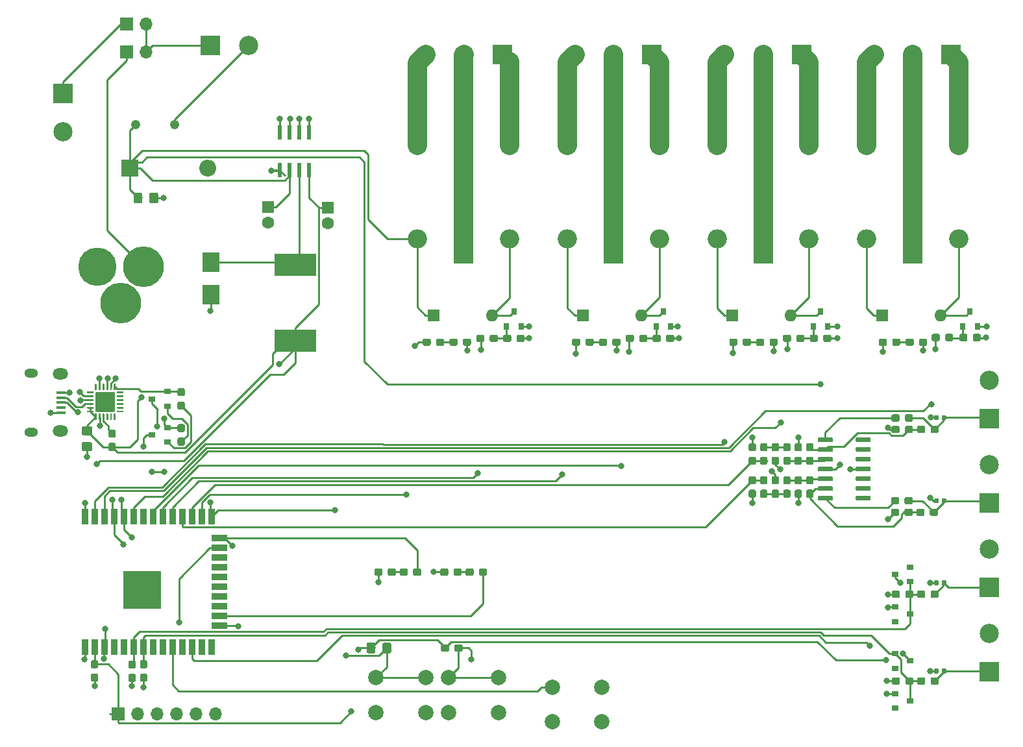
<source format=gbr>
G04 #@! TF.GenerationSoftware,KiCad,Pcbnew,(5.1.4)-1*
G04 #@! TF.CreationDate,2020-04-17T21:05:17+02:00*
G04 #@! TF.ProjectId,Aktorbaustein,416b746f-7262-4617-9573-7465696e2e6b,rev?*
G04 #@! TF.SameCoordinates,Original*
G04 #@! TF.FileFunction,Copper,L1,Top*
G04 #@! TF.FilePolarity,Positive*
%FSLAX46Y46*%
G04 Gerber Fmt 4.6, Leading zero omitted, Abs format (unit mm)*
G04 Created by KiCad (PCBNEW (5.1.4)-1) date 2020-04-17 21:05:17*
%MOMM*%
%LPD*%
G04 APERTURE LIST*
%ADD10C,5.300000*%
%ADD11C,5.000000*%
%ADD12C,0.100000*%
%ADD13C,0.950000*%
%ADD14C,1.600000*%
%ADD15R,1.600000X1.600000*%
%ADD16O,1.600000X1.600000*%
%ADD17R,0.900000X0.800000*%
%ADD18R,2.500000X2.500000*%
%ADD19C,2.500000*%
%ADD20R,1.700000X1.700000*%
%ADD21O,1.700000X1.700000*%
%ADD22O,2.500000X2.500000*%
%ADD23R,5.400000X2.900000*%
%ADD24R,0.800000X0.900000*%
%ADD25C,0.590000*%
%ADD26C,0.600000*%
%ADD27R,5.000000X5.000000*%
%ADD28R,0.900000X2.000000*%
%ADD29R,2.000000X0.900000*%
%ADD30R,0.590000X1.970000*%
%ADD31R,1.300000X0.450000*%
%ADD32O,2.000000X1.450000*%
%ADD33O,1.800000X1.150000*%
%ADD34C,2.600000*%
%ADD35C,0.250000*%
%ADD36C,1.218000*%
%ADD37C,1.150000*%
%ADD38R,2.300000X2.500000*%
%ADD39R,2.200000X2.200000*%
%ADD40O,2.200000X2.200000*%
%ADD41C,2.000000*%
%ADD42C,0.800000*%
%ADD43C,0.250000*%
%ADD44C,2.500000*%
G04 APERTURE END LIST*
D10*
X69700000Y-76200000D03*
D11*
X63700000Y-76200000D03*
D10*
X66700000Y-80900000D03*
D12*
G36*
X152360779Y-100951144D02*
G01*
X152383834Y-100954563D01*
X152406443Y-100960227D01*
X152428387Y-100968079D01*
X152449457Y-100978044D01*
X152469448Y-100990026D01*
X152488168Y-101003910D01*
X152505438Y-101019562D01*
X152521090Y-101036832D01*
X152534974Y-101055552D01*
X152546956Y-101075543D01*
X152556921Y-101096613D01*
X152564773Y-101118557D01*
X152570437Y-101141166D01*
X152573856Y-101164221D01*
X152575000Y-101187500D01*
X152575000Y-101762500D01*
X152573856Y-101785779D01*
X152570437Y-101808834D01*
X152564773Y-101831443D01*
X152556921Y-101853387D01*
X152546956Y-101874457D01*
X152534974Y-101894448D01*
X152521090Y-101913168D01*
X152505438Y-101930438D01*
X152488168Y-101946090D01*
X152469448Y-101959974D01*
X152449457Y-101971956D01*
X152428387Y-101981921D01*
X152406443Y-101989773D01*
X152383834Y-101995437D01*
X152360779Y-101998856D01*
X152337500Y-102000000D01*
X151862500Y-102000000D01*
X151839221Y-101998856D01*
X151816166Y-101995437D01*
X151793557Y-101989773D01*
X151771613Y-101981921D01*
X151750543Y-101971956D01*
X151730552Y-101959974D01*
X151711832Y-101946090D01*
X151694562Y-101930438D01*
X151678910Y-101913168D01*
X151665026Y-101894448D01*
X151653044Y-101874457D01*
X151643079Y-101853387D01*
X151635227Y-101831443D01*
X151629563Y-101808834D01*
X151626144Y-101785779D01*
X151625000Y-101762500D01*
X151625000Y-101187500D01*
X151626144Y-101164221D01*
X151629563Y-101141166D01*
X151635227Y-101118557D01*
X151643079Y-101096613D01*
X151653044Y-101075543D01*
X151665026Y-101055552D01*
X151678910Y-101036832D01*
X151694562Y-101019562D01*
X151711832Y-101003910D01*
X151730552Y-100990026D01*
X151750543Y-100978044D01*
X151771613Y-100968079D01*
X151793557Y-100960227D01*
X151816166Y-100954563D01*
X151839221Y-100951144D01*
X151862500Y-100950000D01*
X152337500Y-100950000D01*
X152360779Y-100951144D01*
X152360779Y-100951144D01*
G37*
D13*
X152100000Y-101475000D03*
D12*
G36*
X152360779Y-99201144D02*
G01*
X152383834Y-99204563D01*
X152406443Y-99210227D01*
X152428387Y-99218079D01*
X152449457Y-99228044D01*
X152469448Y-99240026D01*
X152488168Y-99253910D01*
X152505438Y-99269562D01*
X152521090Y-99286832D01*
X152534974Y-99305552D01*
X152546956Y-99325543D01*
X152556921Y-99346613D01*
X152564773Y-99368557D01*
X152570437Y-99391166D01*
X152573856Y-99414221D01*
X152575000Y-99437500D01*
X152575000Y-100012500D01*
X152573856Y-100035779D01*
X152570437Y-100058834D01*
X152564773Y-100081443D01*
X152556921Y-100103387D01*
X152546956Y-100124457D01*
X152534974Y-100144448D01*
X152521090Y-100163168D01*
X152505438Y-100180438D01*
X152488168Y-100196090D01*
X152469448Y-100209974D01*
X152449457Y-100221956D01*
X152428387Y-100231921D01*
X152406443Y-100239773D01*
X152383834Y-100245437D01*
X152360779Y-100248856D01*
X152337500Y-100250000D01*
X151862500Y-100250000D01*
X151839221Y-100248856D01*
X151816166Y-100245437D01*
X151793557Y-100239773D01*
X151771613Y-100231921D01*
X151750543Y-100221956D01*
X151730552Y-100209974D01*
X151711832Y-100196090D01*
X151694562Y-100180438D01*
X151678910Y-100163168D01*
X151665026Y-100144448D01*
X151653044Y-100124457D01*
X151643079Y-100103387D01*
X151635227Y-100081443D01*
X151629563Y-100058834D01*
X151626144Y-100035779D01*
X151625000Y-100012500D01*
X151625000Y-99437500D01*
X151626144Y-99414221D01*
X151629563Y-99391166D01*
X151635227Y-99368557D01*
X151643079Y-99346613D01*
X151653044Y-99325543D01*
X151665026Y-99305552D01*
X151678910Y-99286832D01*
X151694562Y-99269562D01*
X151711832Y-99253910D01*
X151730552Y-99240026D01*
X151750543Y-99228044D01*
X151771613Y-99218079D01*
X151793557Y-99210227D01*
X151816166Y-99204563D01*
X151839221Y-99201144D01*
X151862500Y-99200000D01*
X152337500Y-99200000D01*
X152360779Y-99201144D01*
X152360779Y-99201144D01*
G37*
D13*
X152100000Y-99725000D03*
D12*
G36*
X152360779Y-105251144D02*
G01*
X152383834Y-105254563D01*
X152406443Y-105260227D01*
X152428387Y-105268079D01*
X152449457Y-105278044D01*
X152469448Y-105290026D01*
X152488168Y-105303910D01*
X152505438Y-105319562D01*
X152521090Y-105336832D01*
X152534974Y-105355552D01*
X152546956Y-105375543D01*
X152556921Y-105396613D01*
X152564773Y-105418557D01*
X152570437Y-105441166D01*
X152573856Y-105464221D01*
X152575000Y-105487500D01*
X152575000Y-106062500D01*
X152573856Y-106085779D01*
X152570437Y-106108834D01*
X152564773Y-106131443D01*
X152556921Y-106153387D01*
X152546956Y-106174457D01*
X152534974Y-106194448D01*
X152521090Y-106213168D01*
X152505438Y-106230438D01*
X152488168Y-106246090D01*
X152469448Y-106259974D01*
X152449457Y-106271956D01*
X152428387Y-106281921D01*
X152406443Y-106289773D01*
X152383834Y-106295437D01*
X152360779Y-106298856D01*
X152337500Y-106300000D01*
X151862500Y-106300000D01*
X151839221Y-106298856D01*
X151816166Y-106295437D01*
X151793557Y-106289773D01*
X151771613Y-106281921D01*
X151750543Y-106271956D01*
X151730552Y-106259974D01*
X151711832Y-106246090D01*
X151694562Y-106230438D01*
X151678910Y-106213168D01*
X151665026Y-106194448D01*
X151653044Y-106174457D01*
X151643079Y-106153387D01*
X151635227Y-106131443D01*
X151629563Y-106108834D01*
X151626144Y-106085779D01*
X151625000Y-106062500D01*
X151625000Y-105487500D01*
X151626144Y-105464221D01*
X151629563Y-105441166D01*
X151635227Y-105418557D01*
X151643079Y-105396613D01*
X151653044Y-105375543D01*
X151665026Y-105355552D01*
X151678910Y-105336832D01*
X151694562Y-105319562D01*
X151711832Y-105303910D01*
X151730552Y-105290026D01*
X151750543Y-105278044D01*
X151771613Y-105268079D01*
X151793557Y-105260227D01*
X151816166Y-105254563D01*
X151839221Y-105251144D01*
X151862500Y-105250000D01*
X152337500Y-105250000D01*
X152360779Y-105251144D01*
X152360779Y-105251144D01*
G37*
D13*
X152100000Y-105775000D03*
D12*
G36*
X152360779Y-103501144D02*
G01*
X152383834Y-103504563D01*
X152406443Y-103510227D01*
X152428387Y-103518079D01*
X152449457Y-103528044D01*
X152469448Y-103540026D01*
X152488168Y-103553910D01*
X152505438Y-103569562D01*
X152521090Y-103586832D01*
X152534974Y-103605552D01*
X152546956Y-103625543D01*
X152556921Y-103646613D01*
X152564773Y-103668557D01*
X152570437Y-103691166D01*
X152573856Y-103714221D01*
X152575000Y-103737500D01*
X152575000Y-104312500D01*
X152573856Y-104335779D01*
X152570437Y-104358834D01*
X152564773Y-104381443D01*
X152556921Y-104403387D01*
X152546956Y-104424457D01*
X152534974Y-104444448D01*
X152521090Y-104463168D01*
X152505438Y-104480438D01*
X152488168Y-104496090D01*
X152469448Y-104509974D01*
X152449457Y-104521956D01*
X152428387Y-104531921D01*
X152406443Y-104539773D01*
X152383834Y-104545437D01*
X152360779Y-104548856D01*
X152337500Y-104550000D01*
X151862500Y-104550000D01*
X151839221Y-104548856D01*
X151816166Y-104545437D01*
X151793557Y-104539773D01*
X151771613Y-104531921D01*
X151750543Y-104521956D01*
X151730552Y-104509974D01*
X151711832Y-104496090D01*
X151694562Y-104480438D01*
X151678910Y-104463168D01*
X151665026Y-104444448D01*
X151653044Y-104424457D01*
X151643079Y-104403387D01*
X151635227Y-104381443D01*
X151629563Y-104358834D01*
X151626144Y-104335779D01*
X151625000Y-104312500D01*
X151625000Y-103737500D01*
X151626144Y-103714221D01*
X151629563Y-103691166D01*
X151635227Y-103668557D01*
X151643079Y-103646613D01*
X151653044Y-103625543D01*
X151665026Y-103605552D01*
X151678910Y-103586832D01*
X151694562Y-103569562D01*
X151711832Y-103553910D01*
X151730552Y-103540026D01*
X151750543Y-103528044D01*
X151771613Y-103518079D01*
X151793557Y-103510227D01*
X151816166Y-103504563D01*
X151839221Y-103501144D01*
X151862500Y-103500000D01*
X152337500Y-103500000D01*
X152360779Y-103501144D01*
X152360779Y-103501144D01*
G37*
D13*
X152100000Y-104025000D03*
D12*
G36*
X155360779Y-100951144D02*
G01*
X155383834Y-100954563D01*
X155406443Y-100960227D01*
X155428387Y-100968079D01*
X155449457Y-100978044D01*
X155469448Y-100990026D01*
X155488168Y-101003910D01*
X155505438Y-101019562D01*
X155521090Y-101036832D01*
X155534974Y-101055552D01*
X155546956Y-101075543D01*
X155556921Y-101096613D01*
X155564773Y-101118557D01*
X155570437Y-101141166D01*
X155573856Y-101164221D01*
X155575000Y-101187500D01*
X155575000Y-101762500D01*
X155573856Y-101785779D01*
X155570437Y-101808834D01*
X155564773Y-101831443D01*
X155556921Y-101853387D01*
X155546956Y-101874457D01*
X155534974Y-101894448D01*
X155521090Y-101913168D01*
X155505438Y-101930438D01*
X155488168Y-101946090D01*
X155469448Y-101959974D01*
X155449457Y-101971956D01*
X155428387Y-101981921D01*
X155406443Y-101989773D01*
X155383834Y-101995437D01*
X155360779Y-101998856D01*
X155337500Y-102000000D01*
X154862500Y-102000000D01*
X154839221Y-101998856D01*
X154816166Y-101995437D01*
X154793557Y-101989773D01*
X154771613Y-101981921D01*
X154750543Y-101971956D01*
X154730552Y-101959974D01*
X154711832Y-101946090D01*
X154694562Y-101930438D01*
X154678910Y-101913168D01*
X154665026Y-101894448D01*
X154653044Y-101874457D01*
X154643079Y-101853387D01*
X154635227Y-101831443D01*
X154629563Y-101808834D01*
X154626144Y-101785779D01*
X154625000Y-101762500D01*
X154625000Y-101187500D01*
X154626144Y-101164221D01*
X154629563Y-101141166D01*
X154635227Y-101118557D01*
X154643079Y-101096613D01*
X154653044Y-101075543D01*
X154665026Y-101055552D01*
X154678910Y-101036832D01*
X154694562Y-101019562D01*
X154711832Y-101003910D01*
X154730552Y-100990026D01*
X154750543Y-100978044D01*
X154771613Y-100968079D01*
X154793557Y-100960227D01*
X154816166Y-100954563D01*
X154839221Y-100951144D01*
X154862500Y-100950000D01*
X155337500Y-100950000D01*
X155360779Y-100951144D01*
X155360779Y-100951144D01*
G37*
D13*
X155100000Y-101475000D03*
D12*
G36*
X155360779Y-99201144D02*
G01*
X155383834Y-99204563D01*
X155406443Y-99210227D01*
X155428387Y-99218079D01*
X155449457Y-99228044D01*
X155469448Y-99240026D01*
X155488168Y-99253910D01*
X155505438Y-99269562D01*
X155521090Y-99286832D01*
X155534974Y-99305552D01*
X155546956Y-99325543D01*
X155556921Y-99346613D01*
X155564773Y-99368557D01*
X155570437Y-99391166D01*
X155573856Y-99414221D01*
X155575000Y-99437500D01*
X155575000Y-100012500D01*
X155573856Y-100035779D01*
X155570437Y-100058834D01*
X155564773Y-100081443D01*
X155556921Y-100103387D01*
X155546956Y-100124457D01*
X155534974Y-100144448D01*
X155521090Y-100163168D01*
X155505438Y-100180438D01*
X155488168Y-100196090D01*
X155469448Y-100209974D01*
X155449457Y-100221956D01*
X155428387Y-100231921D01*
X155406443Y-100239773D01*
X155383834Y-100245437D01*
X155360779Y-100248856D01*
X155337500Y-100250000D01*
X154862500Y-100250000D01*
X154839221Y-100248856D01*
X154816166Y-100245437D01*
X154793557Y-100239773D01*
X154771613Y-100231921D01*
X154750543Y-100221956D01*
X154730552Y-100209974D01*
X154711832Y-100196090D01*
X154694562Y-100180438D01*
X154678910Y-100163168D01*
X154665026Y-100144448D01*
X154653044Y-100124457D01*
X154643079Y-100103387D01*
X154635227Y-100081443D01*
X154629563Y-100058834D01*
X154626144Y-100035779D01*
X154625000Y-100012500D01*
X154625000Y-99437500D01*
X154626144Y-99414221D01*
X154629563Y-99391166D01*
X154635227Y-99368557D01*
X154643079Y-99346613D01*
X154653044Y-99325543D01*
X154665026Y-99305552D01*
X154678910Y-99286832D01*
X154694562Y-99269562D01*
X154711832Y-99253910D01*
X154730552Y-99240026D01*
X154750543Y-99228044D01*
X154771613Y-99218079D01*
X154793557Y-99210227D01*
X154816166Y-99204563D01*
X154839221Y-99201144D01*
X154862500Y-99200000D01*
X155337500Y-99200000D01*
X155360779Y-99201144D01*
X155360779Y-99201144D01*
G37*
D13*
X155100000Y-99725000D03*
D12*
G36*
X155360779Y-103501144D02*
G01*
X155383834Y-103504563D01*
X155406443Y-103510227D01*
X155428387Y-103518079D01*
X155449457Y-103528044D01*
X155469448Y-103540026D01*
X155488168Y-103553910D01*
X155505438Y-103569562D01*
X155521090Y-103586832D01*
X155534974Y-103605552D01*
X155546956Y-103625543D01*
X155556921Y-103646613D01*
X155564773Y-103668557D01*
X155570437Y-103691166D01*
X155573856Y-103714221D01*
X155575000Y-103737500D01*
X155575000Y-104312500D01*
X155573856Y-104335779D01*
X155570437Y-104358834D01*
X155564773Y-104381443D01*
X155556921Y-104403387D01*
X155546956Y-104424457D01*
X155534974Y-104444448D01*
X155521090Y-104463168D01*
X155505438Y-104480438D01*
X155488168Y-104496090D01*
X155469448Y-104509974D01*
X155449457Y-104521956D01*
X155428387Y-104531921D01*
X155406443Y-104539773D01*
X155383834Y-104545437D01*
X155360779Y-104548856D01*
X155337500Y-104550000D01*
X154862500Y-104550000D01*
X154839221Y-104548856D01*
X154816166Y-104545437D01*
X154793557Y-104539773D01*
X154771613Y-104531921D01*
X154750543Y-104521956D01*
X154730552Y-104509974D01*
X154711832Y-104496090D01*
X154694562Y-104480438D01*
X154678910Y-104463168D01*
X154665026Y-104444448D01*
X154653044Y-104424457D01*
X154643079Y-104403387D01*
X154635227Y-104381443D01*
X154629563Y-104358834D01*
X154626144Y-104335779D01*
X154625000Y-104312500D01*
X154625000Y-103737500D01*
X154626144Y-103714221D01*
X154629563Y-103691166D01*
X154635227Y-103668557D01*
X154643079Y-103646613D01*
X154653044Y-103625543D01*
X154665026Y-103605552D01*
X154678910Y-103586832D01*
X154694562Y-103569562D01*
X154711832Y-103553910D01*
X154730552Y-103540026D01*
X154750543Y-103528044D01*
X154771613Y-103518079D01*
X154793557Y-103510227D01*
X154816166Y-103504563D01*
X154839221Y-103501144D01*
X154862500Y-103500000D01*
X155337500Y-103500000D01*
X155360779Y-103501144D01*
X155360779Y-103501144D01*
G37*
D13*
X155100000Y-104025000D03*
D12*
G36*
X155360779Y-105251144D02*
G01*
X155383834Y-105254563D01*
X155406443Y-105260227D01*
X155428387Y-105268079D01*
X155449457Y-105278044D01*
X155469448Y-105290026D01*
X155488168Y-105303910D01*
X155505438Y-105319562D01*
X155521090Y-105336832D01*
X155534974Y-105355552D01*
X155546956Y-105375543D01*
X155556921Y-105396613D01*
X155564773Y-105418557D01*
X155570437Y-105441166D01*
X155573856Y-105464221D01*
X155575000Y-105487500D01*
X155575000Y-106062500D01*
X155573856Y-106085779D01*
X155570437Y-106108834D01*
X155564773Y-106131443D01*
X155556921Y-106153387D01*
X155546956Y-106174457D01*
X155534974Y-106194448D01*
X155521090Y-106213168D01*
X155505438Y-106230438D01*
X155488168Y-106246090D01*
X155469448Y-106259974D01*
X155449457Y-106271956D01*
X155428387Y-106281921D01*
X155406443Y-106289773D01*
X155383834Y-106295437D01*
X155360779Y-106298856D01*
X155337500Y-106300000D01*
X154862500Y-106300000D01*
X154839221Y-106298856D01*
X154816166Y-106295437D01*
X154793557Y-106289773D01*
X154771613Y-106281921D01*
X154750543Y-106271956D01*
X154730552Y-106259974D01*
X154711832Y-106246090D01*
X154694562Y-106230438D01*
X154678910Y-106213168D01*
X154665026Y-106194448D01*
X154653044Y-106174457D01*
X154643079Y-106153387D01*
X154635227Y-106131443D01*
X154629563Y-106108834D01*
X154626144Y-106085779D01*
X154625000Y-106062500D01*
X154625000Y-105487500D01*
X154626144Y-105464221D01*
X154629563Y-105441166D01*
X154635227Y-105418557D01*
X154643079Y-105396613D01*
X154653044Y-105375543D01*
X154665026Y-105355552D01*
X154678910Y-105336832D01*
X154694562Y-105319562D01*
X154711832Y-105303910D01*
X154730552Y-105290026D01*
X154750543Y-105278044D01*
X154771613Y-105268079D01*
X154793557Y-105260227D01*
X154816166Y-105254563D01*
X154839221Y-105251144D01*
X154862500Y-105250000D01*
X155337500Y-105250000D01*
X155360779Y-105251144D01*
X155360779Y-105251144D01*
G37*
D13*
X155100000Y-105775000D03*
D12*
G36*
X68460779Y-127526144D02*
G01*
X68483834Y-127529563D01*
X68506443Y-127535227D01*
X68528387Y-127543079D01*
X68549457Y-127553044D01*
X68569448Y-127565026D01*
X68588168Y-127578910D01*
X68605438Y-127594562D01*
X68621090Y-127611832D01*
X68634974Y-127630552D01*
X68646956Y-127650543D01*
X68656921Y-127671613D01*
X68664773Y-127693557D01*
X68670437Y-127716166D01*
X68673856Y-127739221D01*
X68675000Y-127762500D01*
X68675000Y-128337500D01*
X68673856Y-128360779D01*
X68670437Y-128383834D01*
X68664773Y-128406443D01*
X68656921Y-128428387D01*
X68646956Y-128449457D01*
X68634974Y-128469448D01*
X68621090Y-128488168D01*
X68605438Y-128505438D01*
X68588168Y-128521090D01*
X68569448Y-128534974D01*
X68549457Y-128546956D01*
X68528387Y-128556921D01*
X68506443Y-128564773D01*
X68483834Y-128570437D01*
X68460779Y-128573856D01*
X68437500Y-128575000D01*
X67962500Y-128575000D01*
X67939221Y-128573856D01*
X67916166Y-128570437D01*
X67893557Y-128564773D01*
X67871613Y-128556921D01*
X67850543Y-128546956D01*
X67830552Y-128534974D01*
X67811832Y-128521090D01*
X67794562Y-128505438D01*
X67778910Y-128488168D01*
X67765026Y-128469448D01*
X67753044Y-128449457D01*
X67743079Y-128428387D01*
X67735227Y-128406443D01*
X67729563Y-128383834D01*
X67726144Y-128360779D01*
X67725000Y-128337500D01*
X67725000Y-127762500D01*
X67726144Y-127739221D01*
X67729563Y-127716166D01*
X67735227Y-127693557D01*
X67743079Y-127671613D01*
X67753044Y-127650543D01*
X67765026Y-127630552D01*
X67778910Y-127611832D01*
X67794562Y-127594562D01*
X67811832Y-127578910D01*
X67830552Y-127565026D01*
X67850543Y-127553044D01*
X67871613Y-127543079D01*
X67893557Y-127535227D01*
X67916166Y-127529563D01*
X67939221Y-127526144D01*
X67962500Y-127525000D01*
X68437500Y-127525000D01*
X68460779Y-127526144D01*
X68460779Y-127526144D01*
G37*
D13*
X68200000Y-128050000D03*
D12*
G36*
X68460779Y-129276144D02*
G01*
X68483834Y-129279563D01*
X68506443Y-129285227D01*
X68528387Y-129293079D01*
X68549457Y-129303044D01*
X68569448Y-129315026D01*
X68588168Y-129328910D01*
X68605438Y-129344562D01*
X68621090Y-129361832D01*
X68634974Y-129380552D01*
X68646956Y-129400543D01*
X68656921Y-129421613D01*
X68664773Y-129443557D01*
X68670437Y-129466166D01*
X68673856Y-129489221D01*
X68675000Y-129512500D01*
X68675000Y-130087500D01*
X68673856Y-130110779D01*
X68670437Y-130133834D01*
X68664773Y-130156443D01*
X68656921Y-130178387D01*
X68646956Y-130199457D01*
X68634974Y-130219448D01*
X68621090Y-130238168D01*
X68605438Y-130255438D01*
X68588168Y-130271090D01*
X68569448Y-130284974D01*
X68549457Y-130296956D01*
X68528387Y-130306921D01*
X68506443Y-130314773D01*
X68483834Y-130320437D01*
X68460779Y-130323856D01*
X68437500Y-130325000D01*
X67962500Y-130325000D01*
X67939221Y-130323856D01*
X67916166Y-130320437D01*
X67893557Y-130314773D01*
X67871613Y-130306921D01*
X67850543Y-130296956D01*
X67830552Y-130284974D01*
X67811832Y-130271090D01*
X67794562Y-130255438D01*
X67778910Y-130238168D01*
X67765026Y-130219448D01*
X67753044Y-130199457D01*
X67743079Y-130178387D01*
X67735227Y-130156443D01*
X67729563Y-130133834D01*
X67726144Y-130110779D01*
X67725000Y-130087500D01*
X67725000Y-129512500D01*
X67726144Y-129489221D01*
X67729563Y-129466166D01*
X67735227Y-129443557D01*
X67743079Y-129421613D01*
X67753044Y-129400543D01*
X67765026Y-129380552D01*
X67778910Y-129361832D01*
X67794562Y-129344562D01*
X67811832Y-129328910D01*
X67830552Y-129315026D01*
X67850543Y-129303044D01*
X67871613Y-129293079D01*
X67893557Y-129285227D01*
X67916166Y-129279563D01*
X67939221Y-129276144D01*
X67962500Y-129275000D01*
X68437500Y-129275000D01*
X68460779Y-129276144D01*
X68460779Y-129276144D01*
G37*
D13*
X68200000Y-129800000D03*
D12*
G36*
X69960779Y-129251144D02*
G01*
X69983834Y-129254563D01*
X70006443Y-129260227D01*
X70028387Y-129268079D01*
X70049457Y-129278044D01*
X70069448Y-129290026D01*
X70088168Y-129303910D01*
X70105438Y-129319562D01*
X70121090Y-129336832D01*
X70134974Y-129355552D01*
X70146956Y-129375543D01*
X70156921Y-129396613D01*
X70164773Y-129418557D01*
X70170437Y-129441166D01*
X70173856Y-129464221D01*
X70175000Y-129487500D01*
X70175000Y-130062500D01*
X70173856Y-130085779D01*
X70170437Y-130108834D01*
X70164773Y-130131443D01*
X70156921Y-130153387D01*
X70146956Y-130174457D01*
X70134974Y-130194448D01*
X70121090Y-130213168D01*
X70105438Y-130230438D01*
X70088168Y-130246090D01*
X70069448Y-130259974D01*
X70049457Y-130271956D01*
X70028387Y-130281921D01*
X70006443Y-130289773D01*
X69983834Y-130295437D01*
X69960779Y-130298856D01*
X69937500Y-130300000D01*
X69462500Y-130300000D01*
X69439221Y-130298856D01*
X69416166Y-130295437D01*
X69393557Y-130289773D01*
X69371613Y-130281921D01*
X69350543Y-130271956D01*
X69330552Y-130259974D01*
X69311832Y-130246090D01*
X69294562Y-130230438D01*
X69278910Y-130213168D01*
X69265026Y-130194448D01*
X69253044Y-130174457D01*
X69243079Y-130153387D01*
X69235227Y-130131443D01*
X69229563Y-130108834D01*
X69226144Y-130085779D01*
X69225000Y-130062500D01*
X69225000Y-129487500D01*
X69226144Y-129464221D01*
X69229563Y-129441166D01*
X69235227Y-129418557D01*
X69243079Y-129396613D01*
X69253044Y-129375543D01*
X69265026Y-129355552D01*
X69278910Y-129336832D01*
X69294562Y-129319562D01*
X69311832Y-129303910D01*
X69330552Y-129290026D01*
X69350543Y-129278044D01*
X69371613Y-129268079D01*
X69393557Y-129260227D01*
X69416166Y-129254563D01*
X69439221Y-129251144D01*
X69462500Y-129250000D01*
X69937500Y-129250000D01*
X69960779Y-129251144D01*
X69960779Y-129251144D01*
G37*
D13*
X69700000Y-129775000D03*
D12*
G36*
X69960779Y-127501144D02*
G01*
X69983834Y-127504563D01*
X70006443Y-127510227D01*
X70028387Y-127518079D01*
X70049457Y-127528044D01*
X70069448Y-127540026D01*
X70088168Y-127553910D01*
X70105438Y-127569562D01*
X70121090Y-127586832D01*
X70134974Y-127605552D01*
X70146956Y-127625543D01*
X70156921Y-127646613D01*
X70164773Y-127668557D01*
X70170437Y-127691166D01*
X70173856Y-127714221D01*
X70175000Y-127737500D01*
X70175000Y-128312500D01*
X70173856Y-128335779D01*
X70170437Y-128358834D01*
X70164773Y-128381443D01*
X70156921Y-128403387D01*
X70146956Y-128424457D01*
X70134974Y-128444448D01*
X70121090Y-128463168D01*
X70105438Y-128480438D01*
X70088168Y-128496090D01*
X70069448Y-128509974D01*
X70049457Y-128521956D01*
X70028387Y-128531921D01*
X70006443Y-128539773D01*
X69983834Y-128545437D01*
X69960779Y-128548856D01*
X69937500Y-128550000D01*
X69462500Y-128550000D01*
X69439221Y-128548856D01*
X69416166Y-128545437D01*
X69393557Y-128539773D01*
X69371613Y-128531921D01*
X69350543Y-128521956D01*
X69330552Y-128509974D01*
X69311832Y-128496090D01*
X69294562Y-128480438D01*
X69278910Y-128463168D01*
X69265026Y-128444448D01*
X69253044Y-128424457D01*
X69243079Y-128403387D01*
X69235227Y-128381443D01*
X69229563Y-128358834D01*
X69226144Y-128335779D01*
X69225000Y-128312500D01*
X69225000Y-127737500D01*
X69226144Y-127714221D01*
X69229563Y-127691166D01*
X69235227Y-127668557D01*
X69243079Y-127646613D01*
X69253044Y-127625543D01*
X69265026Y-127605552D01*
X69278910Y-127586832D01*
X69294562Y-127569562D01*
X69311832Y-127553910D01*
X69330552Y-127540026D01*
X69350543Y-127528044D01*
X69371613Y-127518079D01*
X69393557Y-127510227D01*
X69416166Y-127504563D01*
X69439221Y-127501144D01*
X69462500Y-127500000D01*
X69937500Y-127500000D01*
X69960779Y-127501144D01*
X69960779Y-127501144D01*
G37*
D13*
X69700000Y-128025000D03*
D12*
G36*
X63560779Y-129251144D02*
G01*
X63583834Y-129254563D01*
X63606443Y-129260227D01*
X63628387Y-129268079D01*
X63649457Y-129278044D01*
X63669448Y-129290026D01*
X63688168Y-129303910D01*
X63705438Y-129319562D01*
X63721090Y-129336832D01*
X63734974Y-129355552D01*
X63746956Y-129375543D01*
X63756921Y-129396613D01*
X63764773Y-129418557D01*
X63770437Y-129441166D01*
X63773856Y-129464221D01*
X63775000Y-129487500D01*
X63775000Y-130062500D01*
X63773856Y-130085779D01*
X63770437Y-130108834D01*
X63764773Y-130131443D01*
X63756921Y-130153387D01*
X63746956Y-130174457D01*
X63734974Y-130194448D01*
X63721090Y-130213168D01*
X63705438Y-130230438D01*
X63688168Y-130246090D01*
X63669448Y-130259974D01*
X63649457Y-130271956D01*
X63628387Y-130281921D01*
X63606443Y-130289773D01*
X63583834Y-130295437D01*
X63560779Y-130298856D01*
X63537500Y-130300000D01*
X63062500Y-130300000D01*
X63039221Y-130298856D01*
X63016166Y-130295437D01*
X62993557Y-130289773D01*
X62971613Y-130281921D01*
X62950543Y-130271956D01*
X62930552Y-130259974D01*
X62911832Y-130246090D01*
X62894562Y-130230438D01*
X62878910Y-130213168D01*
X62865026Y-130194448D01*
X62853044Y-130174457D01*
X62843079Y-130153387D01*
X62835227Y-130131443D01*
X62829563Y-130108834D01*
X62826144Y-130085779D01*
X62825000Y-130062500D01*
X62825000Y-129487500D01*
X62826144Y-129464221D01*
X62829563Y-129441166D01*
X62835227Y-129418557D01*
X62843079Y-129396613D01*
X62853044Y-129375543D01*
X62865026Y-129355552D01*
X62878910Y-129336832D01*
X62894562Y-129319562D01*
X62911832Y-129303910D01*
X62930552Y-129290026D01*
X62950543Y-129278044D01*
X62971613Y-129268079D01*
X62993557Y-129260227D01*
X63016166Y-129254563D01*
X63039221Y-129251144D01*
X63062500Y-129250000D01*
X63537500Y-129250000D01*
X63560779Y-129251144D01*
X63560779Y-129251144D01*
G37*
D13*
X63300000Y-129775000D03*
D12*
G36*
X63560779Y-127501144D02*
G01*
X63583834Y-127504563D01*
X63606443Y-127510227D01*
X63628387Y-127518079D01*
X63649457Y-127528044D01*
X63669448Y-127540026D01*
X63688168Y-127553910D01*
X63705438Y-127569562D01*
X63721090Y-127586832D01*
X63734974Y-127605552D01*
X63746956Y-127625543D01*
X63756921Y-127646613D01*
X63764773Y-127668557D01*
X63770437Y-127691166D01*
X63773856Y-127714221D01*
X63775000Y-127737500D01*
X63775000Y-128312500D01*
X63773856Y-128335779D01*
X63770437Y-128358834D01*
X63764773Y-128381443D01*
X63756921Y-128403387D01*
X63746956Y-128424457D01*
X63734974Y-128444448D01*
X63721090Y-128463168D01*
X63705438Y-128480438D01*
X63688168Y-128496090D01*
X63669448Y-128509974D01*
X63649457Y-128521956D01*
X63628387Y-128531921D01*
X63606443Y-128539773D01*
X63583834Y-128545437D01*
X63560779Y-128548856D01*
X63537500Y-128550000D01*
X63062500Y-128550000D01*
X63039221Y-128548856D01*
X63016166Y-128545437D01*
X62993557Y-128539773D01*
X62971613Y-128531921D01*
X62950543Y-128521956D01*
X62930552Y-128509974D01*
X62911832Y-128496090D01*
X62894562Y-128480438D01*
X62878910Y-128463168D01*
X62865026Y-128444448D01*
X62853044Y-128424457D01*
X62843079Y-128403387D01*
X62835227Y-128381443D01*
X62829563Y-128358834D01*
X62826144Y-128335779D01*
X62825000Y-128312500D01*
X62825000Y-127737500D01*
X62826144Y-127714221D01*
X62829563Y-127691166D01*
X62835227Y-127668557D01*
X62843079Y-127646613D01*
X62853044Y-127625543D01*
X62865026Y-127605552D01*
X62878910Y-127586832D01*
X62894562Y-127569562D01*
X62911832Y-127553910D01*
X62930552Y-127540026D01*
X62950543Y-127528044D01*
X62971613Y-127518079D01*
X62993557Y-127510227D01*
X63016166Y-127504563D01*
X63039221Y-127501144D01*
X63062500Y-127500000D01*
X63537500Y-127500000D01*
X63560779Y-127501144D01*
X63560779Y-127501144D01*
G37*
D13*
X63300000Y-128025000D03*
D14*
X93700000Y-70500000D03*
D15*
X93700000Y-68500000D03*
X107500000Y-82500000D03*
D16*
X115120000Y-82500000D03*
X134620000Y-82500000D03*
D15*
X127000000Y-82500000D03*
X146500000Y-82500000D03*
D16*
X154120000Y-82500000D03*
X173620000Y-82500000D03*
D15*
X166000000Y-82500000D03*
D17*
X167700000Y-116300000D03*
X169700000Y-115350000D03*
X169700000Y-117250000D03*
X167700000Y-120550000D03*
X167700000Y-122450000D03*
X169700000Y-121500000D03*
X167700000Y-126650000D03*
X167700000Y-128550000D03*
X169700000Y-127600000D03*
X169700000Y-132800000D03*
X167700000Y-133750000D03*
X167700000Y-131850000D03*
D18*
X180000000Y-96000000D03*
D19*
X180000000Y-91000000D03*
X180000000Y-102000000D03*
D18*
X180000000Y-107000000D03*
X180000000Y-118000000D03*
D19*
X180000000Y-113000000D03*
X180000000Y-124000000D03*
D18*
X180000000Y-129000000D03*
X116500000Y-48500000D03*
D19*
X111500000Y-48500000D03*
X106500000Y-48500000D03*
X126000000Y-48500000D03*
X131000000Y-48500000D03*
D18*
X136000000Y-48500000D03*
X155500000Y-48500000D03*
D19*
X150500000Y-48500000D03*
X145500000Y-48500000D03*
X165000000Y-48500000D03*
X170000000Y-48500000D03*
D18*
X175000000Y-48500000D03*
D20*
X66400000Y-134500000D03*
D21*
X68940000Y-134500000D03*
X71480000Y-134500000D03*
X74020000Y-134500000D03*
X76560000Y-134500000D03*
X79100000Y-134500000D03*
D18*
X59150000Y-53550000D03*
D19*
X59150000Y-58550000D03*
X83400000Y-47300000D03*
D18*
X78400000Y-47300000D03*
X111400000Y-74500000D03*
D22*
X117400000Y-72500000D03*
X117400000Y-60300000D03*
X105400000Y-60300000D03*
X105400000Y-72500000D03*
X125000000Y-72500000D03*
X125000000Y-60300000D03*
X137000000Y-60300000D03*
X137000000Y-72500000D03*
D18*
X131000000Y-74500000D03*
X150500000Y-74500000D03*
D22*
X156500000Y-72500000D03*
X156500000Y-60300000D03*
X144500000Y-60300000D03*
X144500000Y-72500000D03*
X164000000Y-72500000D03*
X164000000Y-60300000D03*
X176000000Y-60300000D03*
X176000000Y-72500000D03*
D18*
X170000000Y-74500000D03*
D23*
X89500000Y-75950000D03*
X89500000Y-85850000D03*
D24*
X117050000Y-84000000D03*
X118950000Y-84000000D03*
X118000000Y-82000000D03*
X137500000Y-82000000D03*
X138450000Y-84000000D03*
X136550000Y-84000000D03*
X157050000Y-84000000D03*
X158950000Y-84000000D03*
X158000000Y-82000000D03*
X177500000Y-82000000D03*
X178450000Y-84000000D03*
X176550000Y-84000000D03*
D17*
X72800000Y-94350000D03*
X72800000Y-92450000D03*
X70800000Y-93400000D03*
X70800000Y-98100000D03*
X72800000Y-97150000D03*
X72800000Y-99050000D03*
D12*
G36*
X115685779Y-85026144D02*
G01*
X115708834Y-85029563D01*
X115731443Y-85035227D01*
X115753387Y-85043079D01*
X115774457Y-85053044D01*
X115794448Y-85065026D01*
X115813168Y-85078910D01*
X115830438Y-85094562D01*
X115846090Y-85111832D01*
X115859974Y-85130552D01*
X115871956Y-85150543D01*
X115881921Y-85171613D01*
X115889773Y-85193557D01*
X115895437Y-85216166D01*
X115898856Y-85239221D01*
X115900000Y-85262500D01*
X115900000Y-85737500D01*
X115898856Y-85760779D01*
X115895437Y-85783834D01*
X115889773Y-85806443D01*
X115881921Y-85828387D01*
X115871956Y-85849457D01*
X115859974Y-85869448D01*
X115846090Y-85888168D01*
X115830438Y-85905438D01*
X115813168Y-85921090D01*
X115794448Y-85934974D01*
X115774457Y-85946956D01*
X115753387Y-85956921D01*
X115731443Y-85964773D01*
X115708834Y-85970437D01*
X115685779Y-85973856D01*
X115662500Y-85975000D01*
X115087500Y-85975000D01*
X115064221Y-85973856D01*
X115041166Y-85970437D01*
X115018557Y-85964773D01*
X114996613Y-85956921D01*
X114975543Y-85946956D01*
X114955552Y-85934974D01*
X114936832Y-85921090D01*
X114919562Y-85905438D01*
X114903910Y-85888168D01*
X114890026Y-85869448D01*
X114878044Y-85849457D01*
X114868079Y-85828387D01*
X114860227Y-85806443D01*
X114854563Y-85783834D01*
X114851144Y-85760779D01*
X114850000Y-85737500D01*
X114850000Y-85262500D01*
X114851144Y-85239221D01*
X114854563Y-85216166D01*
X114860227Y-85193557D01*
X114868079Y-85171613D01*
X114878044Y-85150543D01*
X114890026Y-85130552D01*
X114903910Y-85111832D01*
X114919562Y-85094562D01*
X114936832Y-85078910D01*
X114955552Y-85065026D01*
X114975543Y-85053044D01*
X114996613Y-85043079D01*
X115018557Y-85035227D01*
X115041166Y-85029563D01*
X115064221Y-85026144D01*
X115087500Y-85025000D01*
X115662500Y-85025000D01*
X115685779Y-85026144D01*
X115685779Y-85026144D01*
G37*
D13*
X115375000Y-85500000D03*
D12*
G36*
X113935779Y-85026144D02*
G01*
X113958834Y-85029563D01*
X113981443Y-85035227D01*
X114003387Y-85043079D01*
X114024457Y-85053044D01*
X114044448Y-85065026D01*
X114063168Y-85078910D01*
X114080438Y-85094562D01*
X114096090Y-85111832D01*
X114109974Y-85130552D01*
X114121956Y-85150543D01*
X114131921Y-85171613D01*
X114139773Y-85193557D01*
X114145437Y-85216166D01*
X114148856Y-85239221D01*
X114150000Y-85262500D01*
X114150000Y-85737500D01*
X114148856Y-85760779D01*
X114145437Y-85783834D01*
X114139773Y-85806443D01*
X114131921Y-85828387D01*
X114121956Y-85849457D01*
X114109974Y-85869448D01*
X114096090Y-85888168D01*
X114080438Y-85905438D01*
X114063168Y-85921090D01*
X114044448Y-85934974D01*
X114024457Y-85946956D01*
X114003387Y-85956921D01*
X113981443Y-85964773D01*
X113958834Y-85970437D01*
X113935779Y-85973856D01*
X113912500Y-85975000D01*
X113337500Y-85975000D01*
X113314221Y-85973856D01*
X113291166Y-85970437D01*
X113268557Y-85964773D01*
X113246613Y-85956921D01*
X113225543Y-85946956D01*
X113205552Y-85934974D01*
X113186832Y-85921090D01*
X113169562Y-85905438D01*
X113153910Y-85888168D01*
X113140026Y-85869448D01*
X113128044Y-85849457D01*
X113118079Y-85828387D01*
X113110227Y-85806443D01*
X113104563Y-85783834D01*
X113101144Y-85760779D01*
X113100000Y-85737500D01*
X113100000Y-85262500D01*
X113101144Y-85239221D01*
X113104563Y-85216166D01*
X113110227Y-85193557D01*
X113118079Y-85171613D01*
X113128044Y-85150543D01*
X113140026Y-85130552D01*
X113153910Y-85111832D01*
X113169562Y-85094562D01*
X113186832Y-85078910D01*
X113205552Y-85065026D01*
X113225543Y-85053044D01*
X113246613Y-85043079D01*
X113268557Y-85035227D01*
X113291166Y-85029563D01*
X113314221Y-85026144D01*
X113337500Y-85025000D01*
X113912500Y-85025000D01*
X113935779Y-85026144D01*
X113935779Y-85026144D01*
G37*
D13*
X113625000Y-85500000D03*
D12*
G36*
X135185779Y-85026144D02*
G01*
X135208834Y-85029563D01*
X135231443Y-85035227D01*
X135253387Y-85043079D01*
X135274457Y-85053044D01*
X135294448Y-85065026D01*
X135313168Y-85078910D01*
X135330438Y-85094562D01*
X135346090Y-85111832D01*
X135359974Y-85130552D01*
X135371956Y-85150543D01*
X135381921Y-85171613D01*
X135389773Y-85193557D01*
X135395437Y-85216166D01*
X135398856Y-85239221D01*
X135400000Y-85262500D01*
X135400000Y-85737500D01*
X135398856Y-85760779D01*
X135395437Y-85783834D01*
X135389773Y-85806443D01*
X135381921Y-85828387D01*
X135371956Y-85849457D01*
X135359974Y-85869448D01*
X135346090Y-85888168D01*
X135330438Y-85905438D01*
X135313168Y-85921090D01*
X135294448Y-85934974D01*
X135274457Y-85946956D01*
X135253387Y-85956921D01*
X135231443Y-85964773D01*
X135208834Y-85970437D01*
X135185779Y-85973856D01*
X135162500Y-85975000D01*
X134587500Y-85975000D01*
X134564221Y-85973856D01*
X134541166Y-85970437D01*
X134518557Y-85964773D01*
X134496613Y-85956921D01*
X134475543Y-85946956D01*
X134455552Y-85934974D01*
X134436832Y-85921090D01*
X134419562Y-85905438D01*
X134403910Y-85888168D01*
X134390026Y-85869448D01*
X134378044Y-85849457D01*
X134368079Y-85828387D01*
X134360227Y-85806443D01*
X134354563Y-85783834D01*
X134351144Y-85760779D01*
X134350000Y-85737500D01*
X134350000Y-85262500D01*
X134351144Y-85239221D01*
X134354563Y-85216166D01*
X134360227Y-85193557D01*
X134368079Y-85171613D01*
X134378044Y-85150543D01*
X134390026Y-85130552D01*
X134403910Y-85111832D01*
X134419562Y-85094562D01*
X134436832Y-85078910D01*
X134455552Y-85065026D01*
X134475543Y-85053044D01*
X134496613Y-85043079D01*
X134518557Y-85035227D01*
X134541166Y-85029563D01*
X134564221Y-85026144D01*
X134587500Y-85025000D01*
X135162500Y-85025000D01*
X135185779Y-85026144D01*
X135185779Y-85026144D01*
G37*
D13*
X134875000Y-85500000D03*
D12*
G36*
X133435779Y-85026144D02*
G01*
X133458834Y-85029563D01*
X133481443Y-85035227D01*
X133503387Y-85043079D01*
X133524457Y-85053044D01*
X133544448Y-85065026D01*
X133563168Y-85078910D01*
X133580438Y-85094562D01*
X133596090Y-85111832D01*
X133609974Y-85130552D01*
X133621956Y-85150543D01*
X133631921Y-85171613D01*
X133639773Y-85193557D01*
X133645437Y-85216166D01*
X133648856Y-85239221D01*
X133650000Y-85262500D01*
X133650000Y-85737500D01*
X133648856Y-85760779D01*
X133645437Y-85783834D01*
X133639773Y-85806443D01*
X133631921Y-85828387D01*
X133621956Y-85849457D01*
X133609974Y-85869448D01*
X133596090Y-85888168D01*
X133580438Y-85905438D01*
X133563168Y-85921090D01*
X133544448Y-85934974D01*
X133524457Y-85946956D01*
X133503387Y-85956921D01*
X133481443Y-85964773D01*
X133458834Y-85970437D01*
X133435779Y-85973856D01*
X133412500Y-85975000D01*
X132837500Y-85975000D01*
X132814221Y-85973856D01*
X132791166Y-85970437D01*
X132768557Y-85964773D01*
X132746613Y-85956921D01*
X132725543Y-85946956D01*
X132705552Y-85934974D01*
X132686832Y-85921090D01*
X132669562Y-85905438D01*
X132653910Y-85888168D01*
X132640026Y-85869448D01*
X132628044Y-85849457D01*
X132618079Y-85828387D01*
X132610227Y-85806443D01*
X132604563Y-85783834D01*
X132601144Y-85760779D01*
X132600000Y-85737500D01*
X132600000Y-85262500D01*
X132601144Y-85239221D01*
X132604563Y-85216166D01*
X132610227Y-85193557D01*
X132618079Y-85171613D01*
X132628044Y-85150543D01*
X132640026Y-85130552D01*
X132653910Y-85111832D01*
X132669562Y-85094562D01*
X132686832Y-85078910D01*
X132705552Y-85065026D01*
X132725543Y-85053044D01*
X132746613Y-85043079D01*
X132768557Y-85035227D01*
X132791166Y-85029563D01*
X132814221Y-85026144D01*
X132837500Y-85025000D01*
X133412500Y-85025000D01*
X133435779Y-85026144D01*
X133435779Y-85026144D01*
G37*
D13*
X133125000Y-85500000D03*
D12*
G36*
X155685779Y-85026144D02*
G01*
X155708834Y-85029563D01*
X155731443Y-85035227D01*
X155753387Y-85043079D01*
X155774457Y-85053044D01*
X155794448Y-85065026D01*
X155813168Y-85078910D01*
X155830438Y-85094562D01*
X155846090Y-85111832D01*
X155859974Y-85130552D01*
X155871956Y-85150543D01*
X155881921Y-85171613D01*
X155889773Y-85193557D01*
X155895437Y-85216166D01*
X155898856Y-85239221D01*
X155900000Y-85262500D01*
X155900000Y-85737500D01*
X155898856Y-85760779D01*
X155895437Y-85783834D01*
X155889773Y-85806443D01*
X155881921Y-85828387D01*
X155871956Y-85849457D01*
X155859974Y-85869448D01*
X155846090Y-85888168D01*
X155830438Y-85905438D01*
X155813168Y-85921090D01*
X155794448Y-85934974D01*
X155774457Y-85946956D01*
X155753387Y-85956921D01*
X155731443Y-85964773D01*
X155708834Y-85970437D01*
X155685779Y-85973856D01*
X155662500Y-85975000D01*
X155087500Y-85975000D01*
X155064221Y-85973856D01*
X155041166Y-85970437D01*
X155018557Y-85964773D01*
X154996613Y-85956921D01*
X154975543Y-85946956D01*
X154955552Y-85934974D01*
X154936832Y-85921090D01*
X154919562Y-85905438D01*
X154903910Y-85888168D01*
X154890026Y-85869448D01*
X154878044Y-85849457D01*
X154868079Y-85828387D01*
X154860227Y-85806443D01*
X154854563Y-85783834D01*
X154851144Y-85760779D01*
X154850000Y-85737500D01*
X154850000Y-85262500D01*
X154851144Y-85239221D01*
X154854563Y-85216166D01*
X154860227Y-85193557D01*
X154868079Y-85171613D01*
X154878044Y-85150543D01*
X154890026Y-85130552D01*
X154903910Y-85111832D01*
X154919562Y-85094562D01*
X154936832Y-85078910D01*
X154955552Y-85065026D01*
X154975543Y-85053044D01*
X154996613Y-85043079D01*
X155018557Y-85035227D01*
X155041166Y-85029563D01*
X155064221Y-85026144D01*
X155087500Y-85025000D01*
X155662500Y-85025000D01*
X155685779Y-85026144D01*
X155685779Y-85026144D01*
G37*
D13*
X155375000Y-85500000D03*
D12*
G36*
X153935779Y-85026144D02*
G01*
X153958834Y-85029563D01*
X153981443Y-85035227D01*
X154003387Y-85043079D01*
X154024457Y-85053044D01*
X154044448Y-85065026D01*
X154063168Y-85078910D01*
X154080438Y-85094562D01*
X154096090Y-85111832D01*
X154109974Y-85130552D01*
X154121956Y-85150543D01*
X154131921Y-85171613D01*
X154139773Y-85193557D01*
X154145437Y-85216166D01*
X154148856Y-85239221D01*
X154150000Y-85262500D01*
X154150000Y-85737500D01*
X154148856Y-85760779D01*
X154145437Y-85783834D01*
X154139773Y-85806443D01*
X154131921Y-85828387D01*
X154121956Y-85849457D01*
X154109974Y-85869448D01*
X154096090Y-85888168D01*
X154080438Y-85905438D01*
X154063168Y-85921090D01*
X154044448Y-85934974D01*
X154024457Y-85946956D01*
X154003387Y-85956921D01*
X153981443Y-85964773D01*
X153958834Y-85970437D01*
X153935779Y-85973856D01*
X153912500Y-85975000D01*
X153337500Y-85975000D01*
X153314221Y-85973856D01*
X153291166Y-85970437D01*
X153268557Y-85964773D01*
X153246613Y-85956921D01*
X153225543Y-85946956D01*
X153205552Y-85934974D01*
X153186832Y-85921090D01*
X153169562Y-85905438D01*
X153153910Y-85888168D01*
X153140026Y-85869448D01*
X153128044Y-85849457D01*
X153118079Y-85828387D01*
X153110227Y-85806443D01*
X153104563Y-85783834D01*
X153101144Y-85760779D01*
X153100000Y-85737500D01*
X153100000Y-85262500D01*
X153101144Y-85239221D01*
X153104563Y-85216166D01*
X153110227Y-85193557D01*
X153118079Y-85171613D01*
X153128044Y-85150543D01*
X153140026Y-85130552D01*
X153153910Y-85111832D01*
X153169562Y-85094562D01*
X153186832Y-85078910D01*
X153205552Y-85065026D01*
X153225543Y-85053044D01*
X153246613Y-85043079D01*
X153268557Y-85035227D01*
X153291166Y-85029563D01*
X153314221Y-85026144D01*
X153337500Y-85025000D01*
X153912500Y-85025000D01*
X153935779Y-85026144D01*
X153935779Y-85026144D01*
G37*
D13*
X153625000Y-85500000D03*
D12*
G36*
X175085779Y-84926144D02*
G01*
X175108834Y-84929563D01*
X175131443Y-84935227D01*
X175153387Y-84943079D01*
X175174457Y-84953044D01*
X175194448Y-84965026D01*
X175213168Y-84978910D01*
X175230438Y-84994562D01*
X175246090Y-85011832D01*
X175259974Y-85030552D01*
X175271956Y-85050543D01*
X175281921Y-85071613D01*
X175289773Y-85093557D01*
X175295437Y-85116166D01*
X175298856Y-85139221D01*
X175300000Y-85162500D01*
X175300000Y-85637500D01*
X175298856Y-85660779D01*
X175295437Y-85683834D01*
X175289773Y-85706443D01*
X175281921Y-85728387D01*
X175271956Y-85749457D01*
X175259974Y-85769448D01*
X175246090Y-85788168D01*
X175230438Y-85805438D01*
X175213168Y-85821090D01*
X175194448Y-85834974D01*
X175174457Y-85846956D01*
X175153387Y-85856921D01*
X175131443Y-85864773D01*
X175108834Y-85870437D01*
X175085779Y-85873856D01*
X175062500Y-85875000D01*
X174487500Y-85875000D01*
X174464221Y-85873856D01*
X174441166Y-85870437D01*
X174418557Y-85864773D01*
X174396613Y-85856921D01*
X174375543Y-85846956D01*
X174355552Y-85834974D01*
X174336832Y-85821090D01*
X174319562Y-85805438D01*
X174303910Y-85788168D01*
X174290026Y-85769448D01*
X174278044Y-85749457D01*
X174268079Y-85728387D01*
X174260227Y-85706443D01*
X174254563Y-85683834D01*
X174251144Y-85660779D01*
X174250000Y-85637500D01*
X174250000Y-85162500D01*
X174251144Y-85139221D01*
X174254563Y-85116166D01*
X174260227Y-85093557D01*
X174268079Y-85071613D01*
X174278044Y-85050543D01*
X174290026Y-85030552D01*
X174303910Y-85011832D01*
X174319562Y-84994562D01*
X174336832Y-84978910D01*
X174355552Y-84965026D01*
X174375543Y-84953044D01*
X174396613Y-84943079D01*
X174418557Y-84935227D01*
X174441166Y-84929563D01*
X174464221Y-84926144D01*
X174487500Y-84925000D01*
X175062500Y-84925000D01*
X175085779Y-84926144D01*
X175085779Y-84926144D01*
G37*
D13*
X174775000Y-85400000D03*
D12*
G36*
X173335779Y-84926144D02*
G01*
X173358834Y-84929563D01*
X173381443Y-84935227D01*
X173403387Y-84943079D01*
X173424457Y-84953044D01*
X173444448Y-84965026D01*
X173463168Y-84978910D01*
X173480438Y-84994562D01*
X173496090Y-85011832D01*
X173509974Y-85030552D01*
X173521956Y-85050543D01*
X173531921Y-85071613D01*
X173539773Y-85093557D01*
X173545437Y-85116166D01*
X173548856Y-85139221D01*
X173550000Y-85162500D01*
X173550000Y-85637500D01*
X173548856Y-85660779D01*
X173545437Y-85683834D01*
X173539773Y-85706443D01*
X173531921Y-85728387D01*
X173521956Y-85749457D01*
X173509974Y-85769448D01*
X173496090Y-85788168D01*
X173480438Y-85805438D01*
X173463168Y-85821090D01*
X173444448Y-85834974D01*
X173424457Y-85846956D01*
X173403387Y-85856921D01*
X173381443Y-85864773D01*
X173358834Y-85870437D01*
X173335779Y-85873856D01*
X173312500Y-85875000D01*
X172737500Y-85875000D01*
X172714221Y-85873856D01*
X172691166Y-85870437D01*
X172668557Y-85864773D01*
X172646613Y-85856921D01*
X172625543Y-85846956D01*
X172605552Y-85834974D01*
X172586832Y-85821090D01*
X172569562Y-85805438D01*
X172553910Y-85788168D01*
X172540026Y-85769448D01*
X172528044Y-85749457D01*
X172518079Y-85728387D01*
X172510227Y-85706443D01*
X172504563Y-85683834D01*
X172501144Y-85660779D01*
X172500000Y-85637500D01*
X172500000Y-85162500D01*
X172501144Y-85139221D01*
X172504563Y-85116166D01*
X172510227Y-85093557D01*
X172518079Y-85071613D01*
X172528044Y-85050543D01*
X172540026Y-85030552D01*
X172553910Y-85011832D01*
X172569562Y-84994562D01*
X172586832Y-84978910D01*
X172605552Y-84965026D01*
X172625543Y-84953044D01*
X172646613Y-84943079D01*
X172668557Y-84935227D01*
X172691166Y-84929563D01*
X172714221Y-84926144D01*
X172737500Y-84925000D01*
X173312500Y-84925000D01*
X173335779Y-84926144D01*
X173335779Y-84926144D01*
G37*
D13*
X173025000Y-85400000D03*
D12*
G36*
X119185779Y-85026144D02*
G01*
X119208834Y-85029563D01*
X119231443Y-85035227D01*
X119253387Y-85043079D01*
X119274457Y-85053044D01*
X119294448Y-85065026D01*
X119313168Y-85078910D01*
X119330438Y-85094562D01*
X119346090Y-85111832D01*
X119359974Y-85130552D01*
X119371956Y-85150543D01*
X119381921Y-85171613D01*
X119389773Y-85193557D01*
X119395437Y-85216166D01*
X119398856Y-85239221D01*
X119400000Y-85262500D01*
X119400000Y-85737500D01*
X119398856Y-85760779D01*
X119395437Y-85783834D01*
X119389773Y-85806443D01*
X119381921Y-85828387D01*
X119371956Y-85849457D01*
X119359974Y-85869448D01*
X119346090Y-85888168D01*
X119330438Y-85905438D01*
X119313168Y-85921090D01*
X119294448Y-85934974D01*
X119274457Y-85946956D01*
X119253387Y-85956921D01*
X119231443Y-85964773D01*
X119208834Y-85970437D01*
X119185779Y-85973856D01*
X119162500Y-85975000D01*
X118587500Y-85975000D01*
X118564221Y-85973856D01*
X118541166Y-85970437D01*
X118518557Y-85964773D01*
X118496613Y-85956921D01*
X118475543Y-85946956D01*
X118455552Y-85934974D01*
X118436832Y-85921090D01*
X118419562Y-85905438D01*
X118403910Y-85888168D01*
X118390026Y-85869448D01*
X118378044Y-85849457D01*
X118368079Y-85828387D01*
X118360227Y-85806443D01*
X118354563Y-85783834D01*
X118351144Y-85760779D01*
X118350000Y-85737500D01*
X118350000Y-85262500D01*
X118351144Y-85239221D01*
X118354563Y-85216166D01*
X118360227Y-85193557D01*
X118368079Y-85171613D01*
X118378044Y-85150543D01*
X118390026Y-85130552D01*
X118403910Y-85111832D01*
X118419562Y-85094562D01*
X118436832Y-85078910D01*
X118455552Y-85065026D01*
X118475543Y-85053044D01*
X118496613Y-85043079D01*
X118518557Y-85035227D01*
X118541166Y-85029563D01*
X118564221Y-85026144D01*
X118587500Y-85025000D01*
X119162500Y-85025000D01*
X119185779Y-85026144D01*
X119185779Y-85026144D01*
G37*
D13*
X118875000Y-85500000D03*
D12*
G36*
X117435779Y-85026144D02*
G01*
X117458834Y-85029563D01*
X117481443Y-85035227D01*
X117503387Y-85043079D01*
X117524457Y-85053044D01*
X117544448Y-85065026D01*
X117563168Y-85078910D01*
X117580438Y-85094562D01*
X117596090Y-85111832D01*
X117609974Y-85130552D01*
X117621956Y-85150543D01*
X117631921Y-85171613D01*
X117639773Y-85193557D01*
X117645437Y-85216166D01*
X117648856Y-85239221D01*
X117650000Y-85262500D01*
X117650000Y-85737500D01*
X117648856Y-85760779D01*
X117645437Y-85783834D01*
X117639773Y-85806443D01*
X117631921Y-85828387D01*
X117621956Y-85849457D01*
X117609974Y-85869448D01*
X117596090Y-85888168D01*
X117580438Y-85905438D01*
X117563168Y-85921090D01*
X117544448Y-85934974D01*
X117524457Y-85946956D01*
X117503387Y-85956921D01*
X117481443Y-85964773D01*
X117458834Y-85970437D01*
X117435779Y-85973856D01*
X117412500Y-85975000D01*
X116837500Y-85975000D01*
X116814221Y-85973856D01*
X116791166Y-85970437D01*
X116768557Y-85964773D01*
X116746613Y-85956921D01*
X116725543Y-85946956D01*
X116705552Y-85934974D01*
X116686832Y-85921090D01*
X116669562Y-85905438D01*
X116653910Y-85888168D01*
X116640026Y-85869448D01*
X116628044Y-85849457D01*
X116618079Y-85828387D01*
X116610227Y-85806443D01*
X116604563Y-85783834D01*
X116601144Y-85760779D01*
X116600000Y-85737500D01*
X116600000Y-85262500D01*
X116601144Y-85239221D01*
X116604563Y-85216166D01*
X116610227Y-85193557D01*
X116618079Y-85171613D01*
X116628044Y-85150543D01*
X116640026Y-85130552D01*
X116653910Y-85111832D01*
X116669562Y-85094562D01*
X116686832Y-85078910D01*
X116705552Y-85065026D01*
X116725543Y-85053044D01*
X116746613Y-85043079D01*
X116768557Y-85035227D01*
X116791166Y-85029563D01*
X116814221Y-85026144D01*
X116837500Y-85025000D01*
X117412500Y-85025000D01*
X117435779Y-85026144D01*
X117435779Y-85026144D01*
G37*
D13*
X117125000Y-85500000D03*
D12*
G36*
X138685779Y-85026144D02*
G01*
X138708834Y-85029563D01*
X138731443Y-85035227D01*
X138753387Y-85043079D01*
X138774457Y-85053044D01*
X138794448Y-85065026D01*
X138813168Y-85078910D01*
X138830438Y-85094562D01*
X138846090Y-85111832D01*
X138859974Y-85130552D01*
X138871956Y-85150543D01*
X138881921Y-85171613D01*
X138889773Y-85193557D01*
X138895437Y-85216166D01*
X138898856Y-85239221D01*
X138900000Y-85262500D01*
X138900000Y-85737500D01*
X138898856Y-85760779D01*
X138895437Y-85783834D01*
X138889773Y-85806443D01*
X138881921Y-85828387D01*
X138871956Y-85849457D01*
X138859974Y-85869448D01*
X138846090Y-85888168D01*
X138830438Y-85905438D01*
X138813168Y-85921090D01*
X138794448Y-85934974D01*
X138774457Y-85946956D01*
X138753387Y-85956921D01*
X138731443Y-85964773D01*
X138708834Y-85970437D01*
X138685779Y-85973856D01*
X138662500Y-85975000D01*
X138087500Y-85975000D01*
X138064221Y-85973856D01*
X138041166Y-85970437D01*
X138018557Y-85964773D01*
X137996613Y-85956921D01*
X137975543Y-85946956D01*
X137955552Y-85934974D01*
X137936832Y-85921090D01*
X137919562Y-85905438D01*
X137903910Y-85888168D01*
X137890026Y-85869448D01*
X137878044Y-85849457D01*
X137868079Y-85828387D01*
X137860227Y-85806443D01*
X137854563Y-85783834D01*
X137851144Y-85760779D01*
X137850000Y-85737500D01*
X137850000Y-85262500D01*
X137851144Y-85239221D01*
X137854563Y-85216166D01*
X137860227Y-85193557D01*
X137868079Y-85171613D01*
X137878044Y-85150543D01*
X137890026Y-85130552D01*
X137903910Y-85111832D01*
X137919562Y-85094562D01*
X137936832Y-85078910D01*
X137955552Y-85065026D01*
X137975543Y-85053044D01*
X137996613Y-85043079D01*
X138018557Y-85035227D01*
X138041166Y-85029563D01*
X138064221Y-85026144D01*
X138087500Y-85025000D01*
X138662500Y-85025000D01*
X138685779Y-85026144D01*
X138685779Y-85026144D01*
G37*
D13*
X138375000Y-85500000D03*
D12*
G36*
X136935779Y-85026144D02*
G01*
X136958834Y-85029563D01*
X136981443Y-85035227D01*
X137003387Y-85043079D01*
X137024457Y-85053044D01*
X137044448Y-85065026D01*
X137063168Y-85078910D01*
X137080438Y-85094562D01*
X137096090Y-85111832D01*
X137109974Y-85130552D01*
X137121956Y-85150543D01*
X137131921Y-85171613D01*
X137139773Y-85193557D01*
X137145437Y-85216166D01*
X137148856Y-85239221D01*
X137150000Y-85262500D01*
X137150000Y-85737500D01*
X137148856Y-85760779D01*
X137145437Y-85783834D01*
X137139773Y-85806443D01*
X137131921Y-85828387D01*
X137121956Y-85849457D01*
X137109974Y-85869448D01*
X137096090Y-85888168D01*
X137080438Y-85905438D01*
X137063168Y-85921090D01*
X137044448Y-85934974D01*
X137024457Y-85946956D01*
X137003387Y-85956921D01*
X136981443Y-85964773D01*
X136958834Y-85970437D01*
X136935779Y-85973856D01*
X136912500Y-85975000D01*
X136337500Y-85975000D01*
X136314221Y-85973856D01*
X136291166Y-85970437D01*
X136268557Y-85964773D01*
X136246613Y-85956921D01*
X136225543Y-85946956D01*
X136205552Y-85934974D01*
X136186832Y-85921090D01*
X136169562Y-85905438D01*
X136153910Y-85888168D01*
X136140026Y-85869448D01*
X136128044Y-85849457D01*
X136118079Y-85828387D01*
X136110227Y-85806443D01*
X136104563Y-85783834D01*
X136101144Y-85760779D01*
X136100000Y-85737500D01*
X136100000Y-85262500D01*
X136101144Y-85239221D01*
X136104563Y-85216166D01*
X136110227Y-85193557D01*
X136118079Y-85171613D01*
X136128044Y-85150543D01*
X136140026Y-85130552D01*
X136153910Y-85111832D01*
X136169562Y-85094562D01*
X136186832Y-85078910D01*
X136205552Y-85065026D01*
X136225543Y-85053044D01*
X136246613Y-85043079D01*
X136268557Y-85035227D01*
X136291166Y-85029563D01*
X136314221Y-85026144D01*
X136337500Y-85025000D01*
X136912500Y-85025000D01*
X136935779Y-85026144D01*
X136935779Y-85026144D01*
G37*
D13*
X136625000Y-85500000D03*
D12*
G36*
X159185779Y-85026144D02*
G01*
X159208834Y-85029563D01*
X159231443Y-85035227D01*
X159253387Y-85043079D01*
X159274457Y-85053044D01*
X159294448Y-85065026D01*
X159313168Y-85078910D01*
X159330438Y-85094562D01*
X159346090Y-85111832D01*
X159359974Y-85130552D01*
X159371956Y-85150543D01*
X159381921Y-85171613D01*
X159389773Y-85193557D01*
X159395437Y-85216166D01*
X159398856Y-85239221D01*
X159400000Y-85262500D01*
X159400000Y-85737500D01*
X159398856Y-85760779D01*
X159395437Y-85783834D01*
X159389773Y-85806443D01*
X159381921Y-85828387D01*
X159371956Y-85849457D01*
X159359974Y-85869448D01*
X159346090Y-85888168D01*
X159330438Y-85905438D01*
X159313168Y-85921090D01*
X159294448Y-85934974D01*
X159274457Y-85946956D01*
X159253387Y-85956921D01*
X159231443Y-85964773D01*
X159208834Y-85970437D01*
X159185779Y-85973856D01*
X159162500Y-85975000D01*
X158587500Y-85975000D01*
X158564221Y-85973856D01*
X158541166Y-85970437D01*
X158518557Y-85964773D01*
X158496613Y-85956921D01*
X158475543Y-85946956D01*
X158455552Y-85934974D01*
X158436832Y-85921090D01*
X158419562Y-85905438D01*
X158403910Y-85888168D01*
X158390026Y-85869448D01*
X158378044Y-85849457D01*
X158368079Y-85828387D01*
X158360227Y-85806443D01*
X158354563Y-85783834D01*
X158351144Y-85760779D01*
X158350000Y-85737500D01*
X158350000Y-85262500D01*
X158351144Y-85239221D01*
X158354563Y-85216166D01*
X158360227Y-85193557D01*
X158368079Y-85171613D01*
X158378044Y-85150543D01*
X158390026Y-85130552D01*
X158403910Y-85111832D01*
X158419562Y-85094562D01*
X158436832Y-85078910D01*
X158455552Y-85065026D01*
X158475543Y-85053044D01*
X158496613Y-85043079D01*
X158518557Y-85035227D01*
X158541166Y-85029563D01*
X158564221Y-85026144D01*
X158587500Y-85025000D01*
X159162500Y-85025000D01*
X159185779Y-85026144D01*
X159185779Y-85026144D01*
G37*
D13*
X158875000Y-85500000D03*
D12*
G36*
X157435779Y-85026144D02*
G01*
X157458834Y-85029563D01*
X157481443Y-85035227D01*
X157503387Y-85043079D01*
X157524457Y-85053044D01*
X157544448Y-85065026D01*
X157563168Y-85078910D01*
X157580438Y-85094562D01*
X157596090Y-85111832D01*
X157609974Y-85130552D01*
X157621956Y-85150543D01*
X157631921Y-85171613D01*
X157639773Y-85193557D01*
X157645437Y-85216166D01*
X157648856Y-85239221D01*
X157650000Y-85262500D01*
X157650000Y-85737500D01*
X157648856Y-85760779D01*
X157645437Y-85783834D01*
X157639773Y-85806443D01*
X157631921Y-85828387D01*
X157621956Y-85849457D01*
X157609974Y-85869448D01*
X157596090Y-85888168D01*
X157580438Y-85905438D01*
X157563168Y-85921090D01*
X157544448Y-85934974D01*
X157524457Y-85946956D01*
X157503387Y-85956921D01*
X157481443Y-85964773D01*
X157458834Y-85970437D01*
X157435779Y-85973856D01*
X157412500Y-85975000D01*
X156837500Y-85975000D01*
X156814221Y-85973856D01*
X156791166Y-85970437D01*
X156768557Y-85964773D01*
X156746613Y-85956921D01*
X156725543Y-85946956D01*
X156705552Y-85934974D01*
X156686832Y-85921090D01*
X156669562Y-85905438D01*
X156653910Y-85888168D01*
X156640026Y-85869448D01*
X156628044Y-85849457D01*
X156618079Y-85828387D01*
X156610227Y-85806443D01*
X156604563Y-85783834D01*
X156601144Y-85760779D01*
X156600000Y-85737500D01*
X156600000Y-85262500D01*
X156601144Y-85239221D01*
X156604563Y-85216166D01*
X156610227Y-85193557D01*
X156618079Y-85171613D01*
X156628044Y-85150543D01*
X156640026Y-85130552D01*
X156653910Y-85111832D01*
X156669562Y-85094562D01*
X156686832Y-85078910D01*
X156705552Y-85065026D01*
X156725543Y-85053044D01*
X156746613Y-85043079D01*
X156768557Y-85035227D01*
X156791166Y-85029563D01*
X156814221Y-85026144D01*
X156837500Y-85025000D01*
X157412500Y-85025000D01*
X157435779Y-85026144D01*
X157435779Y-85026144D01*
G37*
D13*
X157125000Y-85500000D03*
D12*
G36*
X178685779Y-84926144D02*
G01*
X178708834Y-84929563D01*
X178731443Y-84935227D01*
X178753387Y-84943079D01*
X178774457Y-84953044D01*
X178794448Y-84965026D01*
X178813168Y-84978910D01*
X178830438Y-84994562D01*
X178846090Y-85011832D01*
X178859974Y-85030552D01*
X178871956Y-85050543D01*
X178881921Y-85071613D01*
X178889773Y-85093557D01*
X178895437Y-85116166D01*
X178898856Y-85139221D01*
X178900000Y-85162500D01*
X178900000Y-85637500D01*
X178898856Y-85660779D01*
X178895437Y-85683834D01*
X178889773Y-85706443D01*
X178881921Y-85728387D01*
X178871956Y-85749457D01*
X178859974Y-85769448D01*
X178846090Y-85788168D01*
X178830438Y-85805438D01*
X178813168Y-85821090D01*
X178794448Y-85834974D01*
X178774457Y-85846956D01*
X178753387Y-85856921D01*
X178731443Y-85864773D01*
X178708834Y-85870437D01*
X178685779Y-85873856D01*
X178662500Y-85875000D01*
X178087500Y-85875000D01*
X178064221Y-85873856D01*
X178041166Y-85870437D01*
X178018557Y-85864773D01*
X177996613Y-85856921D01*
X177975543Y-85846956D01*
X177955552Y-85834974D01*
X177936832Y-85821090D01*
X177919562Y-85805438D01*
X177903910Y-85788168D01*
X177890026Y-85769448D01*
X177878044Y-85749457D01*
X177868079Y-85728387D01*
X177860227Y-85706443D01*
X177854563Y-85683834D01*
X177851144Y-85660779D01*
X177850000Y-85637500D01*
X177850000Y-85162500D01*
X177851144Y-85139221D01*
X177854563Y-85116166D01*
X177860227Y-85093557D01*
X177868079Y-85071613D01*
X177878044Y-85050543D01*
X177890026Y-85030552D01*
X177903910Y-85011832D01*
X177919562Y-84994562D01*
X177936832Y-84978910D01*
X177955552Y-84965026D01*
X177975543Y-84953044D01*
X177996613Y-84943079D01*
X178018557Y-84935227D01*
X178041166Y-84929563D01*
X178064221Y-84926144D01*
X178087500Y-84925000D01*
X178662500Y-84925000D01*
X178685779Y-84926144D01*
X178685779Y-84926144D01*
G37*
D13*
X178375000Y-85400000D03*
D12*
G36*
X176935779Y-84926144D02*
G01*
X176958834Y-84929563D01*
X176981443Y-84935227D01*
X177003387Y-84943079D01*
X177024457Y-84953044D01*
X177044448Y-84965026D01*
X177063168Y-84978910D01*
X177080438Y-84994562D01*
X177096090Y-85011832D01*
X177109974Y-85030552D01*
X177121956Y-85050543D01*
X177131921Y-85071613D01*
X177139773Y-85093557D01*
X177145437Y-85116166D01*
X177148856Y-85139221D01*
X177150000Y-85162500D01*
X177150000Y-85637500D01*
X177148856Y-85660779D01*
X177145437Y-85683834D01*
X177139773Y-85706443D01*
X177131921Y-85728387D01*
X177121956Y-85749457D01*
X177109974Y-85769448D01*
X177096090Y-85788168D01*
X177080438Y-85805438D01*
X177063168Y-85821090D01*
X177044448Y-85834974D01*
X177024457Y-85846956D01*
X177003387Y-85856921D01*
X176981443Y-85864773D01*
X176958834Y-85870437D01*
X176935779Y-85873856D01*
X176912500Y-85875000D01*
X176337500Y-85875000D01*
X176314221Y-85873856D01*
X176291166Y-85870437D01*
X176268557Y-85864773D01*
X176246613Y-85856921D01*
X176225543Y-85846956D01*
X176205552Y-85834974D01*
X176186832Y-85821090D01*
X176169562Y-85805438D01*
X176153910Y-85788168D01*
X176140026Y-85769448D01*
X176128044Y-85749457D01*
X176118079Y-85728387D01*
X176110227Y-85706443D01*
X176104563Y-85683834D01*
X176101144Y-85660779D01*
X176100000Y-85637500D01*
X176100000Y-85162500D01*
X176101144Y-85139221D01*
X176104563Y-85116166D01*
X176110227Y-85093557D01*
X176118079Y-85071613D01*
X176128044Y-85050543D01*
X176140026Y-85030552D01*
X176153910Y-85011832D01*
X176169562Y-84994562D01*
X176186832Y-84978910D01*
X176205552Y-84965026D01*
X176225543Y-84953044D01*
X176246613Y-84943079D01*
X176268557Y-84935227D01*
X176291166Y-84929563D01*
X176314221Y-84926144D01*
X176337500Y-84925000D01*
X176912500Y-84925000D01*
X176935779Y-84926144D01*
X176935779Y-84926144D01*
G37*
D13*
X176625000Y-85400000D03*
D12*
G36*
X149360779Y-99201144D02*
G01*
X149383834Y-99204563D01*
X149406443Y-99210227D01*
X149428387Y-99218079D01*
X149449457Y-99228044D01*
X149469448Y-99240026D01*
X149488168Y-99253910D01*
X149505438Y-99269562D01*
X149521090Y-99286832D01*
X149534974Y-99305552D01*
X149546956Y-99325543D01*
X149556921Y-99346613D01*
X149564773Y-99368557D01*
X149570437Y-99391166D01*
X149573856Y-99414221D01*
X149575000Y-99437500D01*
X149575000Y-100012500D01*
X149573856Y-100035779D01*
X149570437Y-100058834D01*
X149564773Y-100081443D01*
X149556921Y-100103387D01*
X149546956Y-100124457D01*
X149534974Y-100144448D01*
X149521090Y-100163168D01*
X149505438Y-100180438D01*
X149488168Y-100196090D01*
X149469448Y-100209974D01*
X149449457Y-100221956D01*
X149428387Y-100231921D01*
X149406443Y-100239773D01*
X149383834Y-100245437D01*
X149360779Y-100248856D01*
X149337500Y-100250000D01*
X148862500Y-100250000D01*
X148839221Y-100248856D01*
X148816166Y-100245437D01*
X148793557Y-100239773D01*
X148771613Y-100231921D01*
X148750543Y-100221956D01*
X148730552Y-100209974D01*
X148711832Y-100196090D01*
X148694562Y-100180438D01*
X148678910Y-100163168D01*
X148665026Y-100144448D01*
X148653044Y-100124457D01*
X148643079Y-100103387D01*
X148635227Y-100081443D01*
X148629563Y-100058834D01*
X148626144Y-100035779D01*
X148625000Y-100012500D01*
X148625000Y-99437500D01*
X148626144Y-99414221D01*
X148629563Y-99391166D01*
X148635227Y-99368557D01*
X148643079Y-99346613D01*
X148653044Y-99325543D01*
X148665026Y-99305552D01*
X148678910Y-99286832D01*
X148694562Y-99269562D01*
X148711832Y-99253910D01*
X148730552Y-99240026D01*
X148750543Y-99228044D01*
X148771613Y-99218079D01*
X148793557Y-99210227D01*
X148816166Y-99204563D01*
X148839221Y-99201144D01*
X148862500Y-99200000D01*
X149337500Y-99200000D01*
X149360779Y-99201144D01*
X149360779Y-99201144D01*
G37*
D13*
X149100000Y-99725000D03*
D12*
G36*
X149360779Y-100951144D02*
G01*
X149383834Y-100954563D01*
X149406443Y-100960227D01*
X149428387Y-100968079D01*
X149449457Y-100978044D01*
X149469448Y-100990026D01*
X149488168Y-101003910D01*
X149505438Y-101019562D01*
X149521090Y-101036832D01*
X149534974Y-101055552D01*
X149546956Y-101075543D01*
X149556921Y-101096613D01*
X149564773Y-101118557D01*
X149570437Y-101141166D01*
X149573856Y-101164221D01*
X149575000Y-101187500D01*
X149575000Y-101762500D01*
X149573856Y-101785779D01*
X149570437Y-101808834D01*
X149564773Y-101831443D01*
X149556921Y-101853387D01*
X149546956Y-101874457D01*
X149534974Y-101894448D01*
X149521090Y-101913168D01*
X149505438Y-101930438D01*
X149488168Y-101946090D01*
X149469448Y-101959974D01*
X149449457Y-101971956D01*
X149428387Y-101981921D01*
X149406443Y-101989773D01*
X149383834Y-101995437D01*
X149360779Y-101998856D01*
X149337500Y-102000000D01*
X148862500Y-102000000D01*
X148839221Y-101998856D01*
X148816166Y-101995437D01*
X148793557Y-101989773D01*
X148771613Y-101981921D01*
X148750543Y-101971956D01*
X148730552Y-101959974D01*
X148711832Y-101946090D01*
X148694562Y-101930438D01*
X148678910Y-101913168D01*
X148665026Y-101894448D01*
X148653044Y-101874457D01*
X148643079Y-101853387D01*
X148635227Y-101831443D01*
X148629563Y-101808834D01*
X148626144Y-101785779D01*
X148625000Y-101762500D01*
X148625000Y-101187500D01*
X148626144Y-101164221D01*
X148629563Y-101141166D01*
X148635227Y-101118557D01*
X148643079Y-101096613D01*
X148653044Y-101075543D01*
X148665026Y-101055552D01*
X148678910Y-101036832D01*
X148694562Y-101019562D01*
X148711832Y-101003910D01*
X148730552Y-100990026D01*
X148750543Y-100978044D01*
X148771613Y-100968079D01*
X148793557Y-100960227D01*
X148816166Y-100954563D01*
X148839221Y-100951144D01*
X148862500Y-100950000D01*
X149337500Y-100950000D01*
X149360779Y-100951144D01*
X149360779Y-100951144D01*
G37*
D13*
X149100000Y-101475000D03*
D12*
G36*
X149360779Y-105251144D02*
G01*
X149383834Y-105254563D01*
X149406443Y-105260227D01*
X149428387Y-105268079D01*
X149449457Y-105278044D01*
X149469448Y-105290026D01*
X149488168Y-105303910D01*
X149505438Y-105319562D01*
X149521090Y-105336832D01*
X149534974Y-105355552D01*
X149546956Y-105375543D01*
X149556921Y-105396613D01*
X149564773Y-105418557D01*
X149570437Y-105441166D01*
X149573856Y-105464221D01*
X149575000Y-105487500D01*
X149575000Y-106062500D01*
X149573856Y-106085779D01*
X149570437Y-106108834D01*
X149564773Y-106131443D01*
X149556921Y-106153387D01*
X149546956Y-106174457D01*
X149534974Y-106194448D01*
X149521090Y-106213168D01*
X149505438Y-106230438D01*
X149488168Y-106246090D01*
X149469448Y-106259974D01*
X149449457Y-106271956D01*
X149428387Y-106281921D01*
X149406443Y-106289773D01*
X149383834Y-106295437D01*
X149360779Y-106298856D01*
X149337500Y-106300000D01*
X148862500Y-106300000D01*
X148839221Y-106298856D01*
X148816166Y-106295437D01*
X148793557Y-106289773D01*
X148771613Y-106281921D01*
X148750543Y-106271956D01*
X148730552Y-106259974D01*
X148711832Y-106246090D01*
X148694562Y-106230438D01*
X148678910Y-106213168D01*
X148665026Y-106194448D01*
X148653044Y-106174457D01*
X148643079Y-106153387D01*
X148635227Y-106131443D01*
X148629563Y-106108834D01*
X148626144Y-106085779D01*
X148625000Y-106062500D01*
X148625000Y-105487500D01*
X148626144Y-105464221D01*
X148629563Y-105441166D01*
X148635227Y-105418557D01*
X148643079Y-105396613D01*
X148653044Y-105375543D01*
X148665026Y-105355552D01*
X148678910Y-105336832D01*
X148694562Y-105319562D01*
X148711832Y-105303910D01*
X148730552Y-105290026D01*
X148750543Y-105278044D01*
X148771613Y-105268079D01*
X148793557Y-105260227D01*
X148816166Y-105254563D01*
X148839221Y-105251144D01*
X148862500Y-105250000D01*
X149337500Y-105250000D01*
X149360779Y-105251144D01*
X149360779Y-105251144D01*
G37*
D13*
X149100000Y-105775000D03*
D12*
G36*
X149360779Y-103501144D02*
G01*
X149383834Y-103504563D01*
X149406443Y-103510227D01*
X149428387Y-103518079D01*
X149449457Y-103528044D01*
X149469448Y-103540026D01*
X149488168Y-103553910D01*
X149505438Y-103569562D01*
X149521090Y-103586832D01*
X149534974Y-103605552D01*
X149546956Y-103625543D01*
X149556921Y-103646613D01*
X149564773Y-103668557D01*
X149570437Y-103691166D01*
X149573856Y-103714221D01*
X149575000Y-103737500D01*
X149575000Y-104312500D01*
X149573856Y-104335779D01*
X149570437Y-104358834D01*
X149564773Y-104381443D01*
X149556921Y-104403387D01*
X149546956Y-104424457D01*
X149534974Y-104444448D01*
X149521090Y-104463168D01*
X149505438Y-104480438D01*
X149488168Y-104496090D01*
X149469448Y-104509974D01*
X149449457Y-104521956D01*
X149428387Y-104531921D01*
X149406443Y-104539773D01*
X149383834Y-104545437D01*
X149360779Y-104548856D01*
X149337500Y-104550000D01*
X148862500Y-104550000D01*
X148839221Y-104548856D01*
X148816166Y-104545437D01*
X148793557Y-104539773D01*
X148771613Y-104531921D01*
X148750543Y-104521956D01*
X148730552Y-104509974D01*
X148711832Y-104496090D01*
X148694562Y-104480438D01*
X148678910Y-104463168D01*
X148665026Y-104444448D01*
X148653044Y-104424457D01*
X148643079Y-104403387D01*
X148635227Y-104381443D01*
X148629563Y-104358834D01*
X148626144Y-104335779D01*
X148625000Y-104312500D01*
X148625000Y-103737500D01*
X148626144Y-103714221D01*
X148629563Y-103691166D01*
X148635227Y-103668557D01*
X148643079Y-103646613D01*
X148653044Y-103625543D01*
X148665026Y-103605552D01*
X148678910Y-103586832D01*
X148694562Y-103569562D01*
X148711832Y-103553910D01*
X148730552Y-103540026D01*
X148750543Y-103528044D01*
X148771613Y-103518079D01*
X148793557Y-103510227D01*
X148816166Y-103504563D01*
X148839221Y-103501144D01*
X148862500Y-103500000D01*
X149337500Y-103500000D01*
X149360779Y-103501144D01*
X149360779Y-103501144D01*
G37*
D13*
X149100000Y-104025000D03*
D12*
G36*
X150860779Y-100951144D02*
G01*
X150883834Y-100954563D01*
X150906443Y-100960227D01*
X150928387Y-100968079D01*
X150949457Y-100978044D01*
X150969448Y-100990026D01*
X150988168Y-101003910D01*
X151005438Y-101019562D01*
X151021090Y-101036832D01*
X151034974Y-101055552D01*
X151046956Y-101075543D01*
X151056921Y-101096613D01*
X151064773Y-101118557D01*
X151070437Y-101141166D01*
X151073856Y-101164221D01*
X151075000Y-101187500D01*
X151075000Y-101762500D01*
X151073856Y-101785779D01*
X151070437Y-101808834D01*
X151064773Y-101831443D01*
X151056921Y-101853387D01*
X151046956Y-101874457D01*
X151034974Y-101894448D01*
X151021090Y-101913168D01*
X151005438Y-101930438D01*
X150988168Y-101946090D01*
X150969448Y-101959974D01*
X150949457Y-101971956D01*
X150928387Y-101981921D01*
X150906443Y-101989773D01*
X150883834Y-101995437D01*
X150860779Y-101998856D01*
X150837500Y-102000000D01*
X150362500Y-102000000D01*
X150339221Y-101998856D01*
X150316166Y-101995437D01*
X150293557Y-101989773D01*
X150271613Y-101981921D01*
X150250543Y-101971956D01*
X150230552Y-101959974D01*
X150211832Y-101946090D01*
X150194562Y-101930438D01*
X150178910Y-101913168D01*
X150165026Y-101894448D01*
X150153044Y-101874457D01*
X150143079Y-101853387D01*
X150135227Y-101831443D01*
X150129563Y-101808834D01*
X150126144Y-101785779D01*
X150125000Y-101762500D01*
X150125000Y-101187500D01*
X150126144Y-101164221D01*
X150129563Y-101141166D01*
X150135227Y-101118557D01*
X150143079Y-101096613D01*
X150153044Y-101075543D01*
X150165026Y-101055552D01*
X150178910Y-101036832D01*
X150194562Y-101019562D01*
X150211832Y-101003910D01*
X150230552Y-100990026D01*
X150250543Y-100978044D01*
X150271613Y-100968079D01*
X150293557Y-100960227D01*
X150316166Y-100954563D01*
X150339221Y-100951144D01*
X150362500Y-100950000D01*
X150837500Y-100950000D01*
X150860779Y-100951144D01*
X150860779Y-100951144D01*
G37*
D13*
X150600000Y-101475000D03*
D12*
G36*
X150860779Y-99201144D02*
G01*
X150883834Y-99204563D01*
X150906443Y-99210227D01*
X150928387Y-99218079D01*
X150949457Y-99228044D01*
X150969448Y-99240026D01*
X150988168Y-99253910D01*
X151005438Y-99269562D01*
X151021090Y-99286832D01*
X151034974Y-99305552D01*
X151046956Y-99325543D01*
X151056921Y-99346613D01*
X151064773Y-99368557D01*
X151070437Y-99391166D01*
X151073856Y-99414221D01*
X151075000Y-99437500D01*
X151075000Y-100012500D01*
X151073856Y-100035779D01*
X151070437Y-100058834D01*
X151064773Y-100081443D01*
X151056921Y-100103387D01*
X151046956Y-100124457D01*
X151034974Y-100144448D01*
X151021090Y-100163168D01*
X151005438Y-100180438D01*
X150988168Y-100196090D01*
X150969448Y-100209974D01*
X150949457Y-100221956D01*
X150928387Y-100231921D01*
X150906443Y-100239773D01*
X150883834Y-100245437D01*
X150860779Y-100248856D01*
X150837500Y-100250000D01*
X150362500Y-100250000D01*
X150339221Y-100248856D01*
X150316166Y-100245437D01*
X150293557Y-100239773D01*
X150271613Y-100231921D01*
X150250543Y-100221956D01*
X150230552Y-100209974D01*
X150211832Y-100196090D01*
X150194562Y-100180438D01*
X150178910Y-100163168D01*
X150165026Y-100144448D01*
X150153044Y-100124457D01*
X150143079Y-100103387D01*
X150135227Y-100081443D01*
X150129563Y-100058834D01*
X150126144Y-100035779D01*
X150125000Y-100012500D01*
X150125000Y-99437500D01*
X150126144Y-99414221D01*
X150129563Y-99391166D01*
X150135227Y-99368557D01*
X150143079Y-99346613D01*
X150153044Y-99325543D01*
X150165026Y-99305552D01*
X150178910Y-99286832D01*
X150194562Y-99269562D01*
X150211832Y-99253910D01*
X150230552Y-99240026D01*
X150250543Y-99228044D01*
X150271613Y-99218079D01*
X150293557Y-99210227D01*
X150316166Y-99204563D01*
X150339221Y-99201144D01*
X150362500Y-99200000D01*
X150837500Y-99200000D01*
X150860779Y-99201144D01*
X150860779Y-99201144D01*
G37*
D13*
X150600000Y-99725000D03*
D12*
G36*
X150860779Y-105251144D02*
G01*
X150883834Y-105254563D01*
X150906443Y-105260227D01*
X150928387Y-105268079D01*
X150949457Y-105278044D01*
X150969448Y-105290026D01*
X150988168Y-105303910D01*
X151005438Y-105319562D01*
X151021090Y-105336832D01*
X151034974Y-105355552D01*
X151046956Y-105375543D01*
X151056921Y-105396613D01*
X151064773Y-105418557D01*
X151070437Y-105441166D01*
X151073856Y-105464221D01*
X151075000Y-105487500D01*
X151075000Y-106062500D01*
X151073856Y-106085779D01*
X151070437Y-106108834D01*
X151064773Y-106131443D01*
X151056921Y-106153387D01*
X151046956Y-106174457D01*
X151034974Y-106194448D01*
X151021090Y-106213168D01*
X151005438Y-106230438D01*
X150988168Y-106246090D01*
X150969448Y-106259974D01*
X150949457Y-106271956D01*
X150928387Y-106281921D01*
X150906443Y-106289773D01*
X150883834Y-106295437D01*
X150860779Y-106298856D01*
X150837500Y-106300000D01*
X150362500Y-106300000D01*
X150339221Y-106298856D01*
X150316166Y-106295437D01*
X150293557Y-106289773D01*
X150271613Y-106281921D01*
X150250543Y-106271956D01*
X150230552Y-106259974D01*
X150211832Y-106246090D01*
X150194562Y-106230438D01*
X150178910Y-106213168D01*
X150165026Y-106194448D01*
X150153044Y-106174457D01*
X150143079Y-106153387D01*
X150135227Y-106131443D01*
X150129563Y-106108834D01*
X150126144Y-106085779D01*
X150125000Y-106062500D01*
X150125000Y-105487500D01*
X150126144Y-105464221D01*
X150129563Y-105441166D01*
X150135227Y-105418557D01*
X150143079Y-105396613D01*
X150153044Y-105375543D01*
X150165026Y-105355552D01*
X150178910Y-105336832D01*
X150194562Y-105319562D01*
X150211832Y-105303910D01*
X150230552Y-105290026D01*
X150250543Y-105278044D01*
X150271613Y-105268079D01*
X150293557Y-105260227D01*
X150316166Y-105254563D01*
X150339221Y-105251144D01*
X150362500Y-105250000D01*
X150837500Y-105250000D01*
X150860779Y-105251144D01*
X150860779Y-105251144D01*
G37*
D13*
X150600000Y-105775000D03*
D12*
G36*
X150860779Y-103501144D02*
G01*
X150883834Y-103504563D01*
X150906443Y-103510227D01*
X150928387Y-103518079D01*
X150949457Y-103528044D01*
X150969448Y-103540026D01*
X150988168Y-103553910D01*
X151005438Y-103569562D01*
X151021090Y-103586832D01*
X151034974Y-103605552D01*
X151046956Y-103625543D01*
X151056921Y-103646613D01*
X151064773Y-103668557D01*
X151070437Y-103691166D01*
X151073856Y-103714221D01*
X151075000Y-103737500D01*
X151075000Y-104312500D01*
X151073856Y-104335779D01*
X151070437Y-104358834D01*
X151064773Y-104381443D01*
X151056921Y-104403387D01*
X151046956Y-104424457D01*
X151034974Y-104444448D01*
X151021090Y-104463168D01*
X151005438Y-104480438D01*
X150988168Y-104496090D01*
X150969448Y-104509974D01*
X150949457Y-104521956D01*
X150928387Y-104531921D01*
X150906443Y-104539773D01*
X150883834Y-104545437D01*
X150860779Y-104548856D01*
X150837500Y-104550000D01*
X150362500Y-104550000D01*
X150339221Y-104548856D01*
X150316166Y-104545437D01*
X150293557Y-104539773D01*
X150271613Y-104531921D01*
X150250543Y-104521956D01*
X150230552Y-104509974D01*
X150211832Y-104496090D01*
X150194562Y-104480438D01*
X150178910Y-104463168D01*
X150165026Y-104444448D01*
X150153044Y-104424457D01*
X150143079Y-104403387D01*
X150135227Y-104381443D01*
X150129563Y-104358834D01*
X150126144Y-104335779D01*
X150125000Y-104312500D01*
X150125000Y-103737500D01*
X150126144Y-103714221D01*
X150129563Y-103691166D01*
X150135227Y-103668557D01*
X150143079Y-103646613D01*
X150153044Y-103625543D01*
X150165026Y-103605552D01*
X150178910Y-103586832D01*
X150194562Y-103569562D01*
X150211832Y-103553910D01*
X150230552Y-103540026D01*
X150250543Y-103528044D01*
X150271613Y-103518079D01*
X150293557Y-103510227D01*
X150316166Y-103504563D01*
X150339221Y-103501144D01*
X150362500Y-103500000D01*
X150837500Y-103500000D01*
X150860779Y-103501144D01*
X150860779Y-103501144D01*
G37*
D13*
X150600000Y-104025000D03*
D12*
G36*
X153860779Y-100951144D02*
G01*
X153883834Y-100954563D01*
X153906443Y-100960227D01*
X153928387Y-100968079D01*
X153949457Y-100978044D01*
X153969448Y-100990026D01*
X153988168Y-101003910D01*
X154005438Y-101019562D01*
X154021090Y-101036832D01*
X154034974Y-101055552D01*
X154046956Y-101075543D01*
X154056921Y-101096613D01*
X154064773Y-101118557D01*
X154070437Y-101141166D01*
X154073856Y-101164221D01*
X154075000Y-101187500D01*
X154075000Y-101762500D01*
X154073856Y-101785779D01*
X154070437Y-101808834D01*
X154064773Y-101831443D01*
X154056921Y-101853387D01*
X154046956Y-101874457D01*
X154034974Y-101894448D01*
X154021090Y-101913168D01*
X154005438Y-101930438D01*
X153988168Y-101946090D01*
X153969448Y-101959974D01*
X153949457Y-101971956D01*
X153928387Y-101981921D01*
X153906443Y-101989773D01*
X153883834Y-101995437D01*
X153860779Y-101998856D01*
X153837500Y-102000000D01*
X153362500Y-102000000D01*
X153339221Y-101998856D01*
X153316166Y-101995437D01*
X153293557Y-101989773D01*
X153271613Y-101981921D01*
X153250543Y-101971956D01*
X153230552Y-101959974D01*
X153211832Y-101946090D01*
X153194562Y-101930438D01*
X153178910Y-101913168D01*
X153165026Y-101894448D01*
X153153044Y-101874457D01*
X153143079Y-101853387D01*
X153135227Y-101831443D01*
X153129563Y-101808834D01*
X153126144Y-101785779D01*
X153125000Y-101762500D01*
X153125000Y-101187500D01*
X153126144Y-101164221D01*
X153129563Y-101141166D01*
X153135227Y-101118557D01*
X153143079Y-101096613D01*
X153153044Y-101075543D01*
X153165026Y-101055552D01*
X153178910Y-101036832D01*
X153194562Y-101019562D01*
X153211832Y-101003910D01*
X153230552Y-100990026D01*
X153250543Y-100978044D01*
X153271613Y-100968079D01*
X153293557Y-100960227D01*
X153316166Y-100954563D01*
X153339221Y-100951144D01*
X153362500Y-100950000D01*
X153837500Y-100950000D01*
X153860779Y-100951144D01*
X153860779Y-100951144D01*
G37*
D13*
X153600000Y-101475000D03*
D12*
G36*
X153860779Y-99201144D02*
G01*
X153883834Y-99204563D01*
X153906443Y-99210227D01*
X153928387Y-99218079D01*
X153949457Y-99228044D01*
X153969448Y-99240026D01*
X153988168Y-99253910D01*
X154005438Y-99269562D01*
X154021090Y-99286832D01*
X154034974Y-99305552D01*
X154046956Y-99325543D01*
X154056921Y-99346613D01*
X154064773Y-99368557D01*
X154070437Y-99391166D01*
X154073856Y-99414221D01*
X154075000Y-99437500D01*
X154075000Y-100012500D01*
X154073856Y-100035779D01*
X154070437Y-100058834D01*
X154064773Y-100081443D01*
X154056921Y-100103387D01*
X154046956Y-100124457D01*
X154034974Y-100144448D01*
X154021090Y-100163168D01*
X154005438Y-100180438D01*
X153988168Y-100196090D01*
X153969448Y-100209974D01*
X153949457Y-100221956D01*
X153928387Y-100231921D01*
X153906443Y-100239773D01*
X153883834Y-100245437D01*
X153860779Y-100248856D01*
X153837500Y-100250000D01*
X153362500Y-100250000D01*
X153339221Y-100248856D01*
X153316166Y-100245437D01*
X153293557Y-100239773D01*
X153271613Y-100231921D01*
X153250543Y-100221956D01*
X153230552Y-100209974D01*
X153211832Y-100196090D01*
X153194562Y-100180438D01*
X153178910Y-100163168D01*
X153165026Y-100144448D01*
X153153044Y-100124457D01*
X153143079Y-100103387D01*
X153135227Y-100081443D01*
X153129563Y-100058834D01*
X153126144Y-100035779D01*
X153125000Y-100012500D01*
X153125000Y-99437500D01*
X153126144Y-99414221D01*
X153129563Y-99391166D01*
X153135227Y-99368557D01*
X153143079Y-99346613D01*
X153153044Y-99325543D01*
X153165026Y-99305552D01*
X153178910Y-99286832D01*
X153194562Y-99269562D01*
X153211832Y-99253910D01*
X153230552Y-99240026D01*
X153250543Y-99228044D01*
X153271613Y-99218079D01*
X153293557Y-99210227D01*
X153316166Y-99204563D01*
X153339221Y-99201144D01*
X153362500Y-99200000D01*
X153837500Y-99200000D01*
X153860779Y-99201144D01*
X153860779Y-99201144D01*
G37*
D13*
X153600000Y-99725000D03*
D12*
G36*
X153860779Y-103501144D02*
G01*
X153883834Y-103504563D01*
X153906443Y-103510227D01*
X153928387Y-103518079D01*
X153949457Y-103528044D01*
X153969448Y-103540026D01*
X153988168Y-103553910D01*
X154005438Y-103569562D01*
X154021090Y-103586832D01*
X154034974Y-103605552D01*
X154046956Y-103625543D01*
X154056921Y-103646613D01*
X154064773Y-103668557D01*
X154070437Y-103691166D01*
X154073856Y-103714221D01*
X154075000Y-103737500D01*
X154075000Y-104312500D01*
X154073856Y-104335779D01*
X154070437Y-104358834D01*
X154064773Y-104381443D01*
X154056921Y-104403387D01*
X154046956Y-104424457D01*
X154034974Y-104444448D01*
X154021090Y-104463168D01*
X154005438Y-104480438D01*
X153988168Y-104496090D01*
X153969448Y-104509974D01*
X153949457Y-104521956D01*
X153928387Y-104531921D01*
X153906443Y-104539773D01*
X153883834Y-104545437D01*
X153860779Y-104548856D01*
X153837500Y-104550000D01*
X153362500Y-104550000D01*
X153339221Y-104548856D01*
X153316166Y-104545437D01*
X153293557Y-104539773D01*
X153271613Y-104531921D01*
X153250543Y-104521956D01*
X153230552Y-104509974D01*
X153211832Y-104496090D01*
X153194562Y-104480438D01*
X153178910Y-104463168D01*
X153165026Y-104444448D01*
X153153044Y-104424457D01*
X153143079Y-104403387D01*
X153135227Y-104381443D01*
X153129563Y-104358834D01*
X153126144Y-104335779D01*
X153125000Y-104312500D01*
X153125000Y-103737500D01*
X153126144Y-103714221D01*
X153129563Y-103691166D01*
X153135227Y-103668557D01*
X153143079Y-103646613D01*
X153153044Y-103625543D01*
X153165026Y-103605552D01*
X153178910Y-103586832D01*
X153194562Y-103569562D01*
X153211832Y-103553910D01*
X153230552Y-103540026D01*
X153250543Y-103528044D01*
X153271613Y-103518079D01*
X153293557Y-103510227D01*
X153316166Y-103504563D01*
X153339221Y-103501144D01*
X153362500Y-103500000D01*
X153837500Y-103500000D01*
X153860779Y-103501144D01*
X153860779Y-103501144D01*
G37*
D13*
X153600000Y-104025000D03*
D12*
G36*
X153860779Y-105251144D02*
G01*
X153883834Y-105254563D01*
X153906443Y-105260227D01*
X153928387Y-105268079D01*
X153949457Y-105278044D01*
X153969448Y-105290026D01*
X153988168Y-105303910D01*
X154005438Y-105319562D01*
X154021090Y-105336832D01*
X154034974Y-105355552D01*
X154046956Y-105375543D01*
X154056921Y-105396613D01*
X154064773Y-105418557D01*
X154070437Y-105441166D01*
X154073856Y-105464221D01*
X154075000Y-105487500D01*
X154075000Y-106062500D01*
X154073856Y-106085779D01*
X154070437Y-106108834D01*
X154064773Y-106131443D01*
X154056921Y-106153387D01*
X154046956Y-106174457D01*
X154034974Y-106194448D01*
X154021090Y-106213168D01*
X154005438Y-106230438D01*
X153988168Y-106246090D01*
X153969448Y-106259974D01*
X153949457Y-106271956D01*
X153928387Y-106281921D01*
X153906443Y-106289773D01*
X153883834Y-106295437D01*
X153860779Y-106298856D01*
X153837500Y-106300000D01*
X153362500Y-106300000D01*
X153339221Y-106298856D01*
X153316166Y-106295437D01*
X153293557Y-106289773D01*
X153271613Y-106281921D01*
X153250543Y-106271956D01*
X153230552Y-106259974D01*
X153211832Y-106246090D01*
X153194562Y-106230438D01*
X153178910Y-106213168D01*
X153165026Y-106194448D01*
X153153044Y-106174457D01*
X153143079Y-106153387D01*
X153135227Y-106131443D01*
X153129563Y-106108834D01*
X153126144Y-106085779D01*
X153125000Y-106062500D01*
X153125000Y-105487500D01*
X153126144Y-105464221D01*
X153129563Y-105441166D01*
X153135227Y-105418557D01*
X153143079Y-105396613D01*
X153153044Y-105375543D01*
X153165026Y-105355552D01*
X153178910Y-105336832D01*
X153194562Y-105319562D01*
X153211832Y-105303910D01*
X153230552Y-105290026D01*
X153250543Y-105278044D01*
X153271613Y-105268079D01*
X153293557Y-105260227D01*
X153316166Y-105254563D01*
X153339221Y-105251144D01*
X153362500Y-105250000D01*
X153837500Y-105250000D01*
X153860779Y-105251144D01*
X153860779Y-105251144D01*
G37*
D13*
X153600000Y-105775000D03*
D12*
G36*
X169835779Y-95426144D02*
G01*
X169858834Y-95429563D01*
X169881443Y-95435227D01*
X169903387Y-95443079D01*
X169924457Y-95453044D01*
X169944448Y-95465026D01*
X169963168Y-95478910D01*
X169980438Y-95494562D01*
X169996090Y-95511832D01*
X170009974Y-95530552D01*
X170021956Y-95550543D01*
X170031921Y-95571613D01*
X170039773Y-95593557D01*
X170045437Y-95616166D01*
X170048856Y-95639221D01*
X170050000Y-95662500D01*
X170050000Y-96137500D01*
X170048856Y-96160779D01*
X170045437Y-96183834D01*
X170039773Y-96206443D01*
X170031921Y-96228387D01*
X170021956Y-96249457D01*
X170009974Y-96269448D01*
X169996090Y-96288168D01*
X169980438Y-96305438D01*
X169963168Y-96321090D01*
X169944448Y-96334974D01*
X169924457Y-96346956D01*
X169903387Y-96356921D01*
X169881443Y-96364773D01*
X169858834Y-96370437D01*
X169835779Y-96373856D01*
X169812500Y-96375000D01*
X169237500Y-96375000D01*
X169214221Y-96373856D01*
X169191166Y-96370437D01*
X169168557Y-96364773D01*
X169146613Y-96356921D01*
X169125543Y-96346956D01*
X169105552Y-96334974D01*
X169086832Y-96321090D01*
X169069562Y-96305438D01*
X169053910Y-96288168D01*
X169040026Y-96269448D01*
X169028044Y-96249457D01*
X169018079Y-96228387D01*
X169010227Y-96206443D01*
X169004563Y-96183834D01*
X169001144Y-96160779D01*
X169000000Y-96137500D01*
X169000000Y-95662500D01*
X169001144Y-95639221D01*
X169004563Y-95616166D01*
X169010227Y-95593557D01*
X169018079Y-95571613D01*
X169028044Y-95550543D01*
X169040026Y-95530552D01*
X169053910Y-95511832D01*
X169069562Y-95494562D01*
X169086832Y-95478910D01*
X169105552Y-95465026D01*
X169125543Y-95453044D01*
X169146613Y-95443079D01*
X169168557Y-95435227D01*
X169191166Y-95429563D01*
X169214221Y-95426144D01*
X169237500Y-95425000D01*
X169812500Y-95425000D01*
X169835779Y-95426144D01*
X169835779Y-95426144D01*
G37*
D13*
X169525000Y-95900000D03*
D12*
G36*
X168085779Y-95426144D02*
G01*
X168108834Y-95429563D01*
X168131443Y-95435227D01*
X168153387Y-95443079D01*
X168174457Y-95453044D01*
X168194448Y-95465026D01*
X168213168Y-95478910D01*
X168230438Y-95494562D01*
X168246090Y-95511832D01*
X168259974Y-95530552D01*
X168271956Y-95550543D01*
X168281921Y-95571613D01*
X168289773Y-95593557D01*
X168295437Y-95616166D01*
X168298856Y-95639221D01*
X168300000Y-95662500D01*
X168300000Y-96137500D01*
X168298856Y-96160779D01*
X168295437Y-96183834D01*
X168289773Y-96206443D01*
X168281921Y-96228387D01*
X168271956Y-96249457D01*
X168259974Y-96269448D01*
X168246090Y-96288168D01*
X168230438Y-96305438D01*
X168213168Y-96321090D01*
X168194448Y-96334974D01*
X168174457Y-96346956D01*
X168153387Y-96356921D01*
X168131443Y-96364773D01*
X168108834Y-96370437D01*
X168085779Y-96373856D01*
X168062500Y-96375000D01*
X167487500Y-96375000D01*
X167464221Y-96373856D01*
X167441166Y-96370437D01*
X167418557Y-96364773D01*
X167396613Y-96356921D01*
X167375543Y-96346956D01*
X167355552Y-96334974D01*
X167336832Y-96321090D01*
X167319562Y-96305438D01*
X167303910Y-96288168D01*
X167290026Y-96269448D01*
X167278044Y-96249457D01*
X167268079Y-96228387D01*
X167260227Y-96206443D01*
X167254563Y-96183834D01*
X167251144Y-96160779D01*
X167250000Y-96137500D01*
X167250000Y-95662500D01*
X167251144Y-95639221D01*
X167254563Y-95616166D01*
X167260227Y-95593557D01*
X167268079Y-95571613D01*
X167278044Y-95550543D01*
X167290026Y-95530552D01*
X167303910Y-95511832D01*
X167319562Y-95494562D01*
X167336832Y-95478910D01*
X167355552Y-95465026D01*
X167375543Y-95453044D01*
X167396613Y-95443079D01*
X167418557Y-95435227D01*
X167441166Y-95429563D01*
X167464221Y-95426144D01*
X167487500Y-95425000D01*
X168062500Y-95425000D01*
X168085779Y-95426144D01*
X168085779Y-95426144D01*
G37*
D13*
X167775000Y-95900000D03*
D12*
G36*
X169785779Y-106226144D02*
G01*
X169808834Y-106229563D01*
X169831443Y-106235227D01*
X169853387Y-106243079D01*
X169874457Y-106253044D01*
X169894448Y-106265026D01*
X169913168Y-106278910D01*
X169930438Y-106294562D01*
X169946090Y-106311832D01*
X169959974Y-106330552D01*
X169971956Y-106350543D01*
X169981921Y-106371613D01*
X169989773Y-106393557D01*
X169995437Y-106416166D01*
X169998856Y-106439221D01*
X170000000Y-106462500D01*
X170000000Y-106937500D01*
X169998856Y-106960779D01*
X169995437Y-106983834D01*
X169989773Y-107006443D01*
X169981921Y-107028387D01*
X169971956Y-107049457D01*
X169959974Y-107069448D01*
X169946090Y-107088168D01*
X169930438Y-107105438D01*
X169913168Y-107121090D01*
X169894448Y-107134974D01*
X169874457Y-107146956D01*
X169853387Y-107156921D01*
X169831443Y-107164773D01*
X169808834Y-107170437D01*
X169785779Y-107173856D01*
X169762500Y-107175000D01*
X169187500Y-107175000D01*
X169164221Y-107173856D01*
X169141166Y-107170437D01*
X169118557Y-107164773D01*
X169096613Y-107156921D01*
X169075543Y-107146956D01*
X169055552Y-107134974D01*
X169036832Y-107121090D01*
X169019562Y-107105438D01*
X169003910Y-107088168D01*
X168990026Y-107069448D01*
X168978044Y-107049457D01*
X168968079Y-107028387D01*
X168960227Y-107006443D01*
X168954563Y-106983834D01*
X168951144Y-106960779D01*
X168950000Y-106937500D01*
X168950000Y-106462500D01*
X168951144Y-106439221D01*
X168954563Y-106416166D01*
X168960227Y-106393557D01*
X168968079Y-106371613D01*
X168978044Y-106350543D01*
X168990026Y-106330552D01*
X169003910Y-106311832D01*
X169019562Y-106294562D01*
X169036832Y-106278910D01*
X169055552Y-106265026D01*
X169075543Y-106253044D01*
X169096613Y-106243079D01*
X169118557Y-106235227D01*
X169141166Y-106229563D01*
X169164221Y-106226144D01*
X169187500Y-106225000D01*
X169762500Y-106225000D01*
X169785779Y-106226144D01*
X169785779Y-106226144D01*
G37*
D13*
X169475000Y-106700000D03*
D12*
G36*
X168035779Y-106226144D02*
G01*
X168058834Y-106229563D01*
X168081443Y-106235227D01*
X168103387Y-106243079D01*
X168124457Y-106253044D01*
X168144448Y-106265026D01*
X168163168Y-106278910D01*
X168180438Y-106294562D01*
X168196090Y-106311832D01*
X168209974Y-106330552D01*
X168221956Y-106350543D01*
X168231921Y-106371613D01*
X168239773Y-106393557D01*
X168245437Y-106416166D01*
X168248856Y-106439221D01*
X168250000Y-106462500D01*
X168250000Y-106937500D01*
X168248856Y-106960779D01*
X168245437Y-106983834D01*
X168239773Y-107006443D01*
X168231921Y-107028387D01*
X168221956Y-107049457D01*
X168209974Y-107069448D01*
X168196090Y-107088168D01*
X168180438Y-107105438D01*
X168163168Y-107121090D01*
X168144448Y-107134974D01*
X168124457Y-107146956D01*
X168103387Y-107156921D01*
X168081443Y-107164773D01*
X168058834Y-107170437D01*
X168035779Y-107173856D01*
X168012500Y-107175000D01*
X167437500Y-107175000D01*
X167414221Y-107173856D01*
X167391166Y-107170437D01*
X167368557Y-107164773D01*
X167346613Y-107156921D01*
X167325543Y-107146956D01*
X167305552Y-107134974D01*
X167286832Y-107121090D01*
X167269562Y-107105438D01*
X167253910Y-107088168D01*
X167240026Y-107069448D01*
X167228044Y-107049457D01*
X167218079Y-107028387D01*
X167210227Y-107006443D01*
X167204563Y-106983834D01*
X167201144Y-106960779D01*
X167200000Y-106937500D01*
X167200000Y-106462500D01*
X167201144Y-106439221D01*
X167204563Y-106416166D01*
X167210227Y-106393557D01*
X167218079Y-106371613D01*
X167228044Y-106350543D01*
X167240026Y-106330552D01*
X167253910Y-106311832D01*
X167269562Y-106294562D01*
X167286832Y-106278910D01*
X167305552Y-106265026D01*
X167325543Y-106253044D01*
X167346613Y-106243079D01*
X167368557Y-106235227D01*
X167391166Y-106229563D01*
X167414221Y-106226144D01*
X167437500Y-106225000D01*
X168012500Y-106225000D01*
X168035779Y-106226144D01*
X168035779Y-106226144D01*
G37*
D13*
X167725000Y-106700000D03*
D12*
G36*
X173185779Y-96926144D02*
G01*
X173208834Y-96929563D01*
X173231443Y-96935227D01*
X173253387Y-96943079D01*
X173274457Y-96953044D01*
X173294448Y-96965026D01*
X173313168Y-96978910D01*
X173330438Y-96994562D01*
X173346090Y-97011832D01*
X173359974Y-97030552D01*
X173371956Y-97050543D01*
X173381921Y-97071613D01*
X173389773Y-97093557D01*
X173395437Y-97116166D01*
X173398856Y-97139221D01*
X173400000Y-97162500D01*
X173400000Y-97637500D01*
X173398856Y-97660779D01*
X173395437Y-97683834D01*
X173389773Y-97706443D01*
X173381921Y-97728387D01*
X173371956Y-97749457D01*
X173359974Y-97769448D01*
X173346090Y-97788168D01*
X173330438Y-97805438D01*
X173313168Y-97821090D01*
X173294448Y-97834974D01*
X173274457Y-97846956D01*
X173253387Y-97856921D01*
X173231443Y-97864773D01*
X173208834Y-97870437D01*
X173185779Y-97873856D01*
X173162500Y-97875000D01*
X172587500Y-97875000D01*
X172564221Y-97873856D01*
X172541166Y-97870437D01*
X172518557Y-97864773D01*
X172496613Y-97856921D01*
X172475543Y-97846956D01*
X172455552Y-97834974D01*
X172436832Y-97821090D01*
X172419562Y-97805438D01*
X172403910Y-97788168D01*
X172390026Y-97769448D01*
X172378044Y-97749457D01*
X172368079Y-97728387D01*
X172360227Y-97706443D01*
X172354563Y-97683834D01*
X172351144Y-97660779D01*
X172350000Y-97637500D01*
X172350000Y-97162500D01*
X172351144Y-97139221D01*
X172354563Y-97116166D01*
X172360227Y-97093557D01*
X172368079Y-97071613D01*
X172378044Y-97050543D01*
X172390026Y-97030552D01*
X172403910Y-97011832D01*
X172419562Y-96994562D01*
X172436832Y-96978910D01*
X172455552Y-96965026D01*
X172475543Y-96953044D01*
X172496613Y-96943079D01*
X172518557Y-96935227D01*
X172541166Y-96929563D01*
X172564221Y-96926144D01*
X172587500Y-96925000D01*
X173162500Y-96925000D01*
X173185779Y-96926144D01*
X173185779Y-96926144D01*
G37*
D13*
X172875000Y-97400000D03*
D12*
G36*
X171435779Y-96926144D02*
G01*
X171458834Y-96929563D01*
X171481443Y-96935227D01*
X171503387Y-96943079D01*
X171524457Y-96953044D01*
X171544448Y-96965026D01*
X171563168Y-96978910D01*
X171580438Y-96994562D01*
X171596090Y-97011832D01*
X171609974Y-97030552D01*
X171621956Y-97050543D01*
X171631921Y-97071613D01*
X171639773Y-97093557D01*
X171645437Y-97116166D01*
X171648856Y-97139221D01*
X171650000Y-97162500D01*
X171650000Y-97637500D01*
X171648856Y-97660779D01*
X171645437Y-97683834D01*
X171639773Y-97706443D01*
X171631921Y-97728387D01*
X171621956Y-97749457D01*
X171609974Y-97769448D01*
X171596090Y-97788168D01*
X171580438Y-97805438D01*
X171563168Y-97821090D01*
X171544448Y-97834974D01*
X171524457Y-97846956D01*
X171503387Y-97856921D01*
X171481443Y-97864773D01*
X171458834Y-97870437D01*
X171435779Y-97873856D01*
X171412500Y-97875000D01*
X170837500Y-97875000D01*
X170814221Y-97873856D01*
X170791166Y-97870437D01*
X170768557Y-97864773D01*
X170746613Y-97856921D01*
X170725543Y-97846956D01*
X170705552Y-97834974D01*
X170686832Y-97821090D01*
X170669562Y-97805438D01*
X170653910Y-97788168D01*
X170640026Y-97769448D01*
X170628044Y-97749457D01*
X170618079Y-97728387D01*
X170610227Y-97706443D01*
X170604563Y-97683834D01*
X170601144Y-97660779D01*
X170600000Y-97637500D01*
X170600000Y-97162500D01*
X170601144Y-97139221D01*
X170604563Y-97116166D01*
X170610227Y-97093557D01*
X170618079Y-97071613D01*
X170628044Y-97050543D01*
X170640026Y-97030552D01*
X170653910Y-97011832D01*
X170669562Y-96994562D01*
X170686832Y-96978910D01*
X170705552Y-96965026D01*
X170725543Y-96953044D01*
X170746613Y-96943079D01*
X170768557Y-96935227D01*
X170791166Y-96929563D01*
X170814221Y-96926144D01*
X170837500Y-96925000D01*
X171412500Y-96925000D01*
X171435779Y-96926144D01*
X171435779Y-96926144D01*
G37*
D13*
X171125000Y-97400000D03*
D12*
G36*
X168085779Y-96926144D02*
G01*
X168108834Y-96929563D01*
X168131443Y-96935227D01*
X168153387Y-96943079D01*
X168174457Y-96953044D01*
X168194448Y-96965026D01*
X168213168Y-96978910D01*
X168230438Y-96994562D01*
X168246090Y-97011832D01*
X168259974Y-97030552D01*
X168271956Y-97050543D01*
X168281921Y-97071613D01*
X168289773Y-97093557D01*
X168295437Y-97116166D01*
X168298856Y-97139221D01*
X168300000Y-97162500D01*
X168300000Y-97637500D01*
X168298856Y-97660779D01*
X168295437Y-97683834D01*
X168289773Y-97706443D01*
X168281921Y-97728387D01*
X168271956Y-97749457D01*
X168259974Y-97769448D01*
X168246090Y-97788168D01*
X168230438Y-97805438D01*
X168213168Y-97821090D01*
X168194448Y-97834974D01*
X168174457Y-97846956D01*
X168153387Y-97856921D01*
X168131443Y-97864773D01*
X168108834Y-97870437D01*
X168085779Y-97873856D01*
X168062500Y-97875000D01*
X167487500Y-97875000D01*
X167464221Y-97873856D01*
X167441166Y-97870437D01*
X167418557Y-97864773D01*
X167396613Y-97856921D01*
X167375543Y-97846956D01*
X167355552Y-97834974D01*
X167336832Y-97821090D01*
X167319562Y-97805438D01*
X167303910Y-97788168D01*
X167290026Y-97769448D01*
X167278044Y-97749457D01*
X167268079Y-97728387D01*
X167260227Y-97706443D01*
X167254563Y-97683834D01*
X167251144Y-97660779D01*
X167250000Y-97637500D01*
X167250000Y-97162500D01*
X167251144Y-97139221D01*
X167254563Y-97116166D01*
X167260227Y-97093557D01*
X167268079Y-97071613D01*
X167278044Y-97050543D01*
X167290026Y-97030552D01*
X167303910Y-97011832D01*
X167319562Y-96994562D01*
X167336832Y-96978910D01*
X167355552Y-96965026D01*
X167375543Y-96953044D01*
X167396613Y-96943079D01*
X167418557Y-96935227D01*
X167441166Y-96929563D01*
X167464221Y-96926144D01*
X167487500Y-96925000D01*
X168062500Y-96925000D01*
X168085779Y-96926144D01*
X168085779Y-96926144D01*
G37*
D13*
X167775000Y-97400000D03*
D12*
G36*
X169835779Y-96926144D02*
G01*
X169858834Y-96929563D01*
X169881443Y-96935227D01*
X169903387Y-96943079D01*
X169924457Y-96953044D01*
X169944448Y-96965026D01*
X169963168Y-96978910D01*
X169980438Y-96994562D01*
X169996090Y-97011832D01*
X170009974Y-97030552D01*
X170021956Y-97050543D01*
X170031921Y-97071613D01*
X170039773Y-97093557D01*
X170045437Y-97116166D01*
X170048856Y-97139221D01*
X170050000Y-97162500D01*
X170050000Y-97637500D01*
X170048856Y-97660779D01*
X170045437Y-97683834D01*
X170039773Y-97706443D01*
X170031921Y-97728387D01*
X170021956Y-97749457D01*
X170009974Y-97769448D01*
X169996090Y-97788168D01*
X169980438Y-97805438D01*
X169963168Y-97821090D01*
X169944448Y-97834974D01*
X169924457Y-97846956D01*
X169903387Y-97856921D01*
X169881443Y-97864773D01*
X169858834Y-97870437D01*
X169835779Y-97873856D01*
X169812500Y-97875000D01*
X169237500Y-97875000D01*
X169214221Y-97873856D01*
X169191166Y-97870437D01*
X169168557Y-97864773D01*
X169146613Y-97856921D01*
X169125543Y-97846956D01*
X169105552Y-97834974D01*
X169086832Y-97821090D01*
X169069562Y-97805438D01*
X169053910Y-97788168D01*
X169040026Y-97769448D01*
X169028044Y-97749457D01*
X169018079Y-97728387D01*
X169010227Y-97706443D01*
X169004563Y-97683834D01*
X169001144Y-97660779D01*
X169000000Y-97637500D01*
X169000000Y-97162500D01*
X169001144Y-97139221D01*
X169004563Y-97116166D01*
X169010227Y-97093557D01*
X169018079Y-97071613D01*
X169028044Y-97050543D01*
X169040026Y-97030552D01*
X169053910Y-97011832D01*
X169069562Y-96994562D01*
X169086832Y-96978910D01*
X169105552Y-96965026D01*
X169125543Y-96953044D01*
X169146613Y-96943079D01*
X169168557Y-96935227D01*
X169191166Y-96929563D01*
X169214221Y-96926144D01*
X169237500Y-96925000D01*
X169812500Y-96925000D01*
X169835779Y-96926144D01*
X169835779Y-96926144D01*
G37*
D13*
X169525000Y-97400000D03*
D12*
G36*
X171335779Y-107726144D02*
G01*
X171358834Y-107729563D01*
X171381443Y-107735227D01*
X171403387Y-107743079D01*
X171424457Y-107753044D01*
X171444448Y-107765026D01*
X171463168Y-107778910D01*
X171480438Y-107794562D01*
X171496090Y-107811832D01*
X171509974Y-107830552D01*
X171521956Y-107850543D01*
X171531921Y-107871613D01*
X171539773Y-107893557D01*
X171545437Y-107916166D01*
X171548856Y-107939221D01*
X171550000Y-107962500D01*
X171550000Y-108437500D01*
X171548856Y-108460779D01*
X171545437Y-108483834D01*
X171539773Y-108506443D01*
X171531921Y-108528387D01*
X171521956Y-108549457D01*
X171509974Y-108569448D01*
X171496090Y-108588168D01*
X171480438Y-108605438D01*
X171463168Y-108621090D01*
X171444448Y-108634974D01*
X171424457Y-108646956D01*
X171403387Y-108656921D01*
X171381443Y-108664773D01*
X171358834Y-108670437D01*
X171335779Y-108673856D01*
X171312500Y-108675000D01*
X170737500Y-108675000D01*
X170714221Y-108673856D01*
X170691166Y-108670437D01*
X170668557Y-108664773D01*
X170646613Y-108656921D01*
X170625543Y-108646956D01*
X170605552Y-108634974D01*
X170586832Y-108621090D01*
X170569562Y-108605438D01*
X170553910Y-108588168D01*
X170540026Y-108569448D01*
X170528044Y-108549457D01*
X170518079Y-108528387D01*
X170510227Y-108506443D01*
X170504563Y-108483834D01*
X170501144Y-108460779D01*
X170500000Y-108437500D01*
X170500000Y-107962500D01*
X170501144Y-107939221D01*
X170504563Y-107916166D01*
X170510227Y-107893557D01*
X170518079Y-107871613D01*
X170528044Y-107850543D01*
X170540026Y-107830552D01*
X170553910Y-107811832D01*
X170569562Y-107794562D01*
X170586832Y-107778910D01*
X170605552Y-107765026D01*
X170625543Y-107753044D01*
X170646613Y-107743079D01*
X170668557Y-107735227D01*
X170691166Y-107729563D01*
X170714221Y-107726144D01*
X170737500Y-107725000D01*
X171312500Y-107725000D01*
X171335779Y-107726144D01*
X171335779Y-107726144D01*
G37*
D13*
X171025000Y-108200000D03*
D12*
G36*
X173085779Y-107726144D02*
G01*
X173108834Y-107729563D01*
X173131443Y-107735227D01*
X173153387Y-107743079D01*
X173174457Y-107753044D01*
X173194448Y-107765026D01*
X173213168Y-107778910D01*
X173230438Y-107794562D01*
X173246090Y-107811832D01*
X173259974Y-107830552D01*
X173271956Y-107850543D01*
X173281921Y-107871613D01*
X173289773Y-107893557D01*
X173295437Y-107916166D01*
X173298856Y-107939221D01*
X173300000Y-107962500D01*
X173300000Y-108437500D01*
X173298856Y-108460779D01*
X173295437Y-108483834D01*
X173289773Y-108506443D01*
X173281921Y-108528387D01*
X173271956Y-108549457D01*
X173259974Y-108569448D01*
X173246090Y-108588168D01*
X173230438Y-108605438D01*
X173213168Y-108621090D01*
X173194448Y-108634974D01*
X173174457Y-108646956D01*
X173153387Y-108656921D01*
X173131443Y-108664773D01*
X173108834Y-108670437D01*
X173085779Y-108673856D01*
X173062500Y-108675000D01*
X172487500Y-108675000D01*
X172464221Y-108673856D01*
X172441166Y-108670437D01*
X172418557Y-108664773D01*
X172396613Y-108656921D01*
X172375543Y-108646956D01*
X172355552Y-108634974D01*
X172336832Y-108621090D01*
X172319562Y-108605438D01*
X172303910Y-108588168D01*
X172290026Y-108569448D01*
X172278044Y-108549457D01*
X172268079Y-108528387D01*
X172260227Y-108506443D01*
X172254563Y-108483834D01*
X172251144Y-108460779D01*
X172250000Y-108437500D01*
X172250000Y-107962500D01*
X172251144Y-107939221D01*
X172254563Y-107916166D01*
X172260227Y-107893557D01*
X172268079Y-107871613D01*
X172278044Y-107850543D01*
X172290026Y-107830552D01*
X172303910Y-107811832D01*
X172319562Y-107794562D01*
X172336832Y-107778910D01*
X172355552Y-107765026D01*
X172375543Y-107753044D01*
X172396613Y-107743079D01*
X172418557Y-107735227D01*
X172441166Y-107729563D01*
X172464221Y-107726144D01*
X172487500Y-107725000D01*
X173062500Y-107725000D01*
X173085779Y-107726144D01*
X173085779Y-107726144D01*
G37*
D13*
X172775000Y-108200000D03*
D12*
G36*
X168035779Y-107726144D02*
G01*
X168058834Y-107729563D01*
X168081443Y-107735227D01*
X168103387Y-107743079D01*
X168124457Y-107753044D01*
X168144448Y-107765026D01*
X168163168Y-107778910D01*
X168180438Y-107794562D01*
X168196090Y-107811832D01*
X168209974Y-107830552D01*
X168221956Y-107850543D01*
X168231921Y-107871613D01*
X168239773Y-107893557D01*
X168245437Y-107916166D01*
X168248856Y-107939221D01*
X168250000Y-107962500D01*
X168250000Y-108437500D01*
X168248856Y-108460779D01*
X168245437Y-108483834D01*
X168239773Y-108506443D01*
X168231921Y-108528387D01*
X168221956Y-108549457D01*
X168209974Y-108569448D01*
X168196090Y-108588168D01*
X168180438Y-108605438D01*
X168163168Y-108621090D01*
X168144448Y-108634974D01*
X168124457Y-108646956D01*
X168103387Y-108656921D01*
X168081443Y-108664773D01*
X168058834Y-108670437D01*
X168035779Y-108673856D01*
X168012500Y-108675000D01*
X167437500Y-108675000D01*
X167414221Y-108673856D01*
X167391166Y-108670437D01*
X167368557Y-108664773D01*
X167346613Y-108656921D01*
X167325543Y-108646956D01*
X167305552Y-108634974D01*
X167286832Y-108621090D01*
X167269562Y-108605438D01*
X167253910Y-108588168D01*
X167240026Y-108569448D01*
X167228044Y-108549457D01*
X167218079Y-108528387D01*
X167210227Y-108506443D01*
X167204563Y-108483834D01*
X167201144Y-108460779D01*
X167200000Y-108437500D01*
X167200000Y-107962500D01*
X167201144Y-107939221D01*
X167204563Y-107916166D01*
X167210227Y-107893557D01*
X167218079Y-107871613D01*
X167228044Y-107850543D01*
X167240026Y-107830552D01*
X167253910Y-107811832D01*
X167269562Y-107794562D01*
X167286832Y-107778910D01*
X167305552Y-107765026D01*
X167325543Y-107753044D01*
X167346613Y-107743079D01*
X167368557Y-107735227D01*
X167391166Y-107729563D01*
X167414221Y-107726144D01*
X167437500Y-107725000D01*
X168012500Y-107725000D01*
X168035779Y-107726144D01*
X168035779Y-107726144D01*
G37*
D13*
X167725000Y-108200000D03*
D12*
G36*
X169785779Y-107726144D02*
G01*
X169808834Y-107729563D01*
X169831443Y-107735227D01*
X169853387Y-107743079D01*
X169874457Y-107753044D01*
X169894448Y-107765026D01*
X169913168Y-107778910D01*
X169930438Y-107794562D01*
X169946090Y-107811832D01*
X169959974Y-107830552D01*
X169971956Y-107850543D01*
X169981921Y-107871613D01*
X169989773Y-107893557D01*
X169995437Y-107916166D01*
X169998856Y-107939221D01*
X170000000Y-107962500D01*
X170000000Y-108437500D01*
X169998856Y-108460779D01*
X169995437Y-108483834D01*
X169989773Y-108506443D01*
X169981921Y-108528387D01*
X169971956Y-108549457D01*
X169959974Y-108569448D01*
X169946090Y-108588168D01*
X169930438Y-108605438D01*
X169913168Y-108621090D01*
X169894448Y-108634974D01*
X169874457Y-108646956D01*
X169853387Y-108656921D01*
X169831443Y-108664773D01*
X169808834Y-108670437D01*
X169785779Y-108673856D01*
X169762500Y-108675000D01*
X169187500Y-108675000D01*
X169164221Y-108673856D01*
X169141166Y-108670437D01*
X169118557Y-108664773D01*
X169096613Y-108656921D01*
X169075543Y-108646956D01*
X169055552Y-108634974D01*
X169036832Y-108621090D01*
X169019562Y-108605438D01*
X169003910Y-108588168D01*
X168990026Y-108569448D01*
X168978044Y-108549457D01*
X168968079Y-108528387D01*
X168960227Y-108506443D01*
X168954563Y-108483834D01*
X168951144Y-108460779D01*
X168950000Y-108437500D01*
X168950000Y-107962500D01*
X168951144Y-107939221D01*
X168954563Y-107916166D01*
X168960227Y-107893557D01*
X168968079Y-107871613D01*
X168978044Y-107850543D01*
X168990026Y-107830552D01*
X169003910Y-107811832D01*
X169019562Y-107794562D01*
X169036832Y-107778910D01*
X169055552Y-107765026D01*
X169075543Y-107753044D01*
X169096613Y-107743079D01*
X169118557Y-107735227D01*
X169141166Y-107729563D01*
X169164221Y-107726144D01*
X169187500Y-107725000D01*
X169762500Y-107725000D01*
X169785779Y-107726144D01*
X169785779Y-107726144D01*
G37*
D13*
X169475000Y-108200000D03*
D12*
G36*
X171435779Y-118426144D02*
G01*
X171458834Y-118429563D01*
X171481443Y-118435227D01*
X171503387Y-118443079D01*
X171524457Y-118453044D01*
X171544448Y-118465026D01*
X171563168Y-118478910D01*
X171580438Y-118494562D01*
X171596090Y-118511832D01*
X171609974Y-118530552D01*
X171621956Y-118550543D01*
X171631921Y-118571613D01*
X171639773Y-118593557D01*
X171645437Y-118616166D01*
X171648856Y-118639221D01*
X171650000Y-118662500D01*
X171650000Y-119137500D01*
X171648856Y-119160779D01*
X171645437Y-119183834D01*
X171639773Y-119206443D01*
X171631921Y-119228387D01*
X171621956Y-119249457D01*
X171609974Y-119269448D01*
X171596090Y-119288168D01*
X171580438Y-119305438D01*
X171563168Y-119321090D01*
X171544448Y-119334974D01*
X171524457Y-119346956D01*
X171503387Y-119356921D01*
X171481443Y-119364773D01*
X171458834Y-119370437D01*
X171435779Y-119373856D01*
X171412500Y-119375000D01*
X170837500Y-119375000D01*
X170814221Y-119373856D01*
X170791166Y-119370437D01*
X170768557Y-119364773D01*
X170746613Y-119356921D01*
X170725543Y-119346956D01*
X170705552Y-119334974D01*
X170686832Y-119321090D01*
X170669562Y-119305438D01*
X170653910Y-119288168D01*
X170640026Y-119269448D01*
X170628044Y-119249457D01*
X170618079Y-119228387D01*
X170610227Y-119206443D01*
X170604563Y-119183834D01*
X170601144Y-119160779D01*
X170600000Y-119137500D01*
X170600000Y-118662500D01*
X170601144Y-118639221D01*
X170604563Y-118616166D01*
X170610227Y-118593557D01*
X170618079Y-118571613D01*
X170628044Y-118550543D01*
X170640026Y-118530552D01*
X170653910Y-118511832D01*
X170669562Y-118494562D01*
X170686832Y-118478910D01*
X170705552Y-118465026D01*
X170725543Y-118453044D01*
X170746613Y-118443079D01*
X170768557Y-118435227D01*
X170791166Y-118429563D01*
X170814221Y-118426144D01*
X170837500Y-118425000D01*
X171412500Y-118425000D01*
X171435779Y-118426144D01*
X171435779Y-118426144D01*
G37*
D13*
X171125000Y-118900000D03*
D12*
G36*
X173185779Y-118426144D02*
G01*
X173208834Y-118429563D01*
X173231443Y-118435227D01*
X173253387Y-118443079D01*
X173274457Y-118453044D01*
X173294448Y-118465026D01*
X173313168Y-118478910D01*
X173330438Y-118494562D01*
X173346090Y-118511832D01*
X173359974Y-118530552D01*
X173371956Y-118550543D01*
X173381921Y-118571613D01*
X173389773Y-118593557D01*
X173395437Y-118616166D01*
X173398856Y-118639221D01*
X173400000Y-118662500D01*
X173400000Y-119137500D01*
X173398856Y-119160779D01*
X173395437Y-119183834D01*
X173389773Y-119206443D01*
X173381921Y-119228387D01*
X173371956Y-119249457D01*
X173359974Y-119269448D01*
X173346090Y-119288168D01*
X173330438Y-119305438D01*
X173313168Y-119321090D01*
X173294448Y-119334974D01*
X173274457Y-119346956D01*
X173253387Y-119356921D01*
X173231443Y-119364773D01*
X173208834Y-119370437D01*
X173185779Y-119373856D01*
X173162500Y-119375000D01*
X172587500Y-119375000D01*
X172564221Y-119373856D01*
X172541166Y-119370437D01*
X172518557Y-119364773D01*
X172496613Y-119356921D01*
X172475543Y-119346956D01*
X172455552Y-119334974D01*
X172436832Y-119321090D01*
X172419562Y-119305438D01*
X172403910Y-119288168D01*
X172390026Y-119269448D01*
X172378044Y-119249457D01*
X172368079Y-119228387D01*
X172360227Y-119206443D01*
X172354563Y-119183834D01*
X172351144Y-119160779D01*
X172350000Y-119137500D01*
X172350000Y-118662500D01*
X172351144Y-118639221D01*
X172354563Y-118616166D01*
X172360227Y-118593557D01*
X172368079Y-118571613D01*
X172378044Y-118550543D01*
X172390026Y-118530552D01*
X172403910Y-118511832D01*
X172419562Y-118494562D01*
X172436832Y-118478910D01*
X172455552Y-118465026D01*
X172475543Y-118453044D01*
X172496613Y-118443079D01*
X172518557Y-118435227D01*
X172541166Y-118429563D01*
X172564221Y-118426144D01*
X172587500Y-118425000D01*
X173162500Y-118425000D01*
X173185779Y-118426144D01*
X173185779Y-118426144D01*
G37*
D13*
X172875000Y-118900000D03*
D12*
G36*
X173185779Y-129726144D02*
G01*
X173208834Y-129729563D01*
X173231443Y-129735227D01*
X173253387Y-129743079D01*
X173274457Y-129753044D01*
X173294448Y-129765026D01*
X173313168Y-129778910D01*
X173330438Y-129794562D01*
X173346090Y-129811832D01*
X173359974Y-129830552D01*
X173371956Y-129850543D01*
X173381921Y-129871613D01*
X173389773Y-129893557D01*
X173395437Y-129916166D01*
X173398856Y-129939221D01*
X173400000Y-129962500D01*
X173400000Y-130437500D01*
X173398856Y-130460779D01*
X173395437Y-130483834D01*
X173389773Y-130506443D01*
X173381921Y-130528387D01*
X173371956Y-130549457D01*
X173359974Y-130569448D01*
X173346090Y-130588168D01*
X173330438Y-130605438D01*
X173313168Y-130621090D01*
X173294448Y-130634974D01*
X173274457Y-130646956D01*
X173253387Y-130656921D01*
X173231443Y-130664773D01*
X173208834Y-130670437D01*
X173185779Y-130673856D01*
X173162500Y-130675000D01*
X172587500Y-130675000D01*
X172564221Y-130673856D01*
X172541166Y-130670437D01*
X172518557Y-130664773D01*
X172496613Y-130656921D01*
X172475543Y-130646956D01*
X172455552Y-130634974D01*
X172436832Y-130621090D01*
X172419562Y-130605438D01*
X172403910Y-130588168D01*
X172390026Y-130569448D01*
X172378044Y-130549457D01*
X172368079Y-130528387D01*
X172360227Y-130506443D01*
X172354563Y-130483834D01*
X172351144Y-130460779D01*
X172350000Y-130437500D01*
X172350000Y-129962500D01*
X172351144Y-129939221D01*
X172354563Y-129916166D01*
X172360227Y-129893557D01*
X172368079Y-129871613D01*
X172378044Y-129850543D01*
X172390026Y-129830552D01*
X172403910Y-129811832D01*
X172419562Y-129794562D01*
X172436832Y-129778910D01*
X172455552Y-129765026D01*
X172475543Y-129753044D01*
X172496613Y-129743079D01*
X172518557Y-129735227D01*
X172541166Y-129729563D01*
X172564221Y-129726144D01*
X172587500Y-129725000D01*
X173162500Y-129725000D01*
X173185779Y-129726144D01*
X173185779Y-129726144D01*
G37*
D13*
X172875000Y-130200000D03*
D12*
G36*
X171435779Y-129726144D02*
G01*
X171458834Y-129729563D01*
X171481443Y-129735227D01*
X171503387Y-129743079D01*
X171524457Y-129753044D01*
X171544448Y-129765026D01*
X171563168Y-129778910D01*
X171580438Y-129794562D01*
X171596090Y-129811832D01*
X171609974Y-129830552D01*
X171621956Y-129850543D01*
X171631921Y-129871613D01*
X171639773Y-129893557D01*
X171645437Y-129916166D01*
X171648856Y-129939221D01*
X171650000Y-129962500D01*
X171650000Y-130437500D01*
X171648856Y-130460779D01*
X171645437Y-130483834D01*
X171639773Y-130506443D01*
X171631921Y-130528387D01*
X171621956Y-130549457D01*
X171609974Y-130569448D01*
X171596090Y-130588168D01*
X171580438Y-130605438D01*
X171563168Y-130621090D01*
X171544448Y-130634974D01*
X171524457Y-130646956D01*
X171503387Y-130656921D01*
X171481443Y-130664773D01*
X171458834Y-130670437D01*
X171435779Y-130673856D01*
X171412500Y-130675000D01*
X170837500Y-130675000D01*
X170814221Y-130673856D01*
X170791166Y-130670437D01*
X170768557Y-130664773D01*
X170746613Y-130656921D01*
X170725543Y-130646956D01*
X170705552Y-130634974D01*
X170686832Y-130621090D01*
X170669562Y-130605438D01*
X170653910Y-130588168D01*
X170640026Y-130569448D01*
X170628044Y-130549457D01*
X170618079Y-130528387D01*
X170610227Y-130506443D01*
X170604563Y-130483834D01*
X170601144Y-130460779D01*
X170600000Y-130437500D01*
X170600000Y-129962500D01*
X170601144Y-129939221D01*
X170604563Y-129916166D01*
X170610227Y-129893557D01*
X170618079Y-129871613D01*
X170628044Y-129850543D01*
X170640026Y-129830552D01*
X170653910Y-129811832D01*
X170669562Y-129794562D01*
X170686832Y-129778910D01*
X170705552Y-129765026D01*
X170725543Y-129753044D01*
X170746613Y-129743079D01*
X170768557Y-129735227D01*
X170791166Y-129729563D01*
X170814221Y-129726144D01*
X170837500Y-129725000D01*
X171412500Y-129725000D01*
X171435779Y-129726144D01*
X171435779Y-129726144D01*
G37*
D13*
X171125000Y-130200000D03*
D12*
G36*
X168135779Y-118426144D02*
G01*
X168158834Y-118429563D01*
X168181443Y-118435227D01*
X168203387Y-118443079D01*
X168224457Y-118453044D01*
X168244448Y-118465026D01*
X168263168Y-118478910D01*
X168280438Y-118494562D01*
X168296090Y-118511832D01*
X168309974Y-118530552D01*
X168321956Y-118550543D01*
X168331921Y-118571613D01*
X168339773Y-118593557D01*
X168345437Y-118616166D01*
X168348856Y-118639221D01*
X168350000Y-118662500D01*
X168350000Y-119137500D01*
X168348856Y-119160779D01*
X168345437Y-119183834D01*
X168339773Y-119206443D01*
X168331921Y-119228387D01*
X168321956Y-119249457D01*
X168309974Y-119269448D01*
X168296090Y-119288168D01*
X168280438Y-119305438D01*
X168263168Y-119321090D01*
X168244448Y-119334974D01*
X168224457Y-119346956D01*
X168203387Y-119356921D01*
X168181443Y-119364773D01*
X168158834Y-119370437D01*
X168135779Y-119373856D01*
X168112500Y-119375000D01*
X167537500Y-119375000D01*
X167514221Y-119373856D01*
X167491166Y-119370437D01*
X167468557Y-119364773D01*
X167446613Y-119356921D01*
X167425543Y-119346956D01*
X167405552Y-119334974D01*
X167386832Y-119321090D01*
X167369562Y-119305438D01*
X167353910Y-119288168D01*
X167340026Y-119269448D01*
X167328044Y-119249457D01*
X167318079Y-119228387D01*
X167310227Y-119206443D01*
X167304563Y-119183834D01*
X167301144Y-119160779D01*
X167300000Y-119137500D01*
X167300000Y-118662500D01*
X167301144Y-118639221D01*
X167304563Y-118616166D01*
X167310227Y-118593557D01*
X167318079Y-118571613D01*
X167328044Y-118550543D01*
X167340026Y-118530552D01*
X167353910Y-118511832D01*
X167369562Y-118494562D01*
X167386832Y-118478910D01*
X167405552Y-118465026D01*
X167425543Y-118453044D01*
X167446613Y-118443079D01*
X167468557Y-118435227D01*
X167491166Y-118429563D01*
X167514221Y-118426144D01*
X167537500Y-118425000D01*
X168112500Y-118425000D01*
X168135779Y-118426144D01*
X168135779Y-118426144D01*
G37*
D13*
X167825000Y-118900000D03*
D12*
G36*
X169885779Y-118426144D02*
G01*
X169908834Y-118429563D01*
X169931443Y-118435227D01*
X169953387Y-118443079D01*
X169974457Y-118453044D01*
X169994448Y-118465026D01*
X170013168Y-118478910D01*
X170030438Y-118494562D01*
X170046090Y-118511832D01*
X170059974Y-118530552D01*
X170071956Y-118550543D01*
X170081921Y-118571613D01*
X170089773Y-118593557D01*
X170095437Y-118616166D01*
X170098856Y-118639221D01*
X170100000Y-118662500D01*
X170100000Y-119137500D01*
X170098856Y-119160779D01*
X170095437Y-119183834D01*
X170089773Y-119206443D01*
X170081921Y-119228387D01*
X170071956Y-119249457D01*
X170059974Y-119269448D01*
X170046090Y-119288168D01*
X170030438Y-119305438D01*
X170013168Y-119321090D01*
X169994448Y-119334974D01*
X169974457Y-119346956D01*
X169953387Y-119356921D01*
X169931443Y-119364773D01*
X169908834Y-119370437D01*
X169885779Y-119373856D01*
X169862500Y-119375000D01*
X169287500Y-119375000D01*
X169264221Y-119373856D01*
X169241166Y-119370437D01*
X169218557Y-119364773D01*
X169196613Y-119356921D01*
X169175543Y-119346956D01*
X169155552Y-119334974D01*
X169136832Y-119321090D01*
X169119562Y-119305438D01*
X169103910Y-119288168D01*
X169090026Y-119269448D01*
X169078044Y-119249457D01*
X169068079Y-119228387D01*
X169060227Y-119206443D01*
X169054563Y-119183834D01*
X169051144Y-119160779D01*
X169050000Y-119137500D01*
X169050000Y-118662500D01*
X169051144Y-118639221D01*
X169054563Y-118616166D01*
X169060227Y-118593557D01*
X169068079Y-118571613D01*
X169078044Y-118550543D01*
X169090026Y-118530552D01*
X169103910Y-118511832D01*
X169119562Y-118494562D01*
X169136832Y-118478910D01*
X169155552Y-118465026D01*
X169175543Y-118453044D01*
X169196613Y-118443079D01*
X169218557Y-118435227D01*
X169241166Y-118429563D01*
X169264221Y-118426144D01*
X169287500Y-118425000D01*
X169862500Y-118425000D01*
X169885779Y-118426144D01*
X169885779Y-118426144D01*
G37*
D13*
X169575000Y-118900000D03*
D12*
G36*
X169885779Y-129726144D02*
G01*
X169908834Y-129729563D01*
X169931443Y-129735227D01*
X169953387Y-129743079D01*
X169974457Y-129753044D01*
X169994448Y-129765026D01*
X170013168Y-129778910D01*
X170030438Y-129794562D01*
X170046090Y-129811832D01*
X170059974Y-129830552D01*
X170071956Y-129850543D01*
X170081921Y-129871613D01*
X170089773Y-129893557D01*
X170095437Y-129916166D01*
X170098856Y-129939221D01*
X170100000Y-129962500D01*
X170100000Y-130437500D01*
X170098856Y-130460779D01*
X170095437Y-130483834D01*
X170089773Y-130506443D01*
X170081921Y-130528387D01*
X170071956Y-130549457D01*
X170059974Y-130569448D01*
X170046090Y-130588168D01*
X170030438Y-130605438D01*
X170013168Y-130621090D01*
X169994448Y-130634974D01*
X169974457Y-130646956D01*
X169953387Y-130656921D01*
X169931443Y-130664773D01*
X169908834Y-130670437D01*
X169885779Y-130673856D01*
X169862500Y-130675000D01*
X169287500Y-130675000D01*
X169264221Y-130673856D01*
X169241166Y-130670437D01*
X169218557Y-130664773D01*
X169196613Y-130656921D01*
X169175543Y-130646956D01*
X169155552Y-130634974D01*
X169136832Y-130621090D01*
X169119562Y-130605438D01*
X169103910Y-130588168D01*
X169090026Y-130569448D01*
X169078044Y-130549457D01*
X169068079Y-130528387D01*
X169060227Y-130506443D01*
X169054563Y-130483834D01*
X169051144Y-130460779D01*
X169050000Y-130437500D01*
X169050000Y-129962500D01*
X169051144Y-129939221D01*
X169054563Y-129916166D01*
X169060227Y-129893557D01*
X169068079Y-129871613D01*
X169078044Y-129850543D01*
X169090026Y-129830552D01*
X169103910Y-129811832D01*
X169119562Y-129794562D01*
X169136832Y-129778910D01*
X169155552Y-129765026D01*
X169175543Y-129753044D01*
X169196613Y-129743079D01*
X169218557Y-129735227D01*
X169241166Y-129729563D01*
X169264221Y-129726144D01*
X169287500Y-129725000D01*
X169862500Y-129725000D01*
X169885779Y-129726144D01*
X169885779Y-129726144D01*
G37*
D13*
X169575000Y-130200000D03*
D12*
G36*
X168135779Y-129726144D02*
G01*
X168158834Y-129729563D01*
X168181443Y-129735227D01*
X168203387Y-129743079D01*
X168224457Y-129753044D01*
X168244448Y-129765026D01*
X168263168Y-129778910D01*
X168280438Y-129794562D01*
X168296090Y-129811832D01*
X168309974Y-129830552D01*
X168321956Y-129850543D01*
X168331921Y-129871613D01*
X168339773Y-129893557D01*
X168345437Y-129916166D01*
X168348856Y-129939221D01*
X168350000Y-129962500D01*
X168350000Y-130437500D01*
X168348856Y-130460779D01*
X168345437Y-130483834D01*
X168339773Y-130506443D01*
X168331921Y-130528387D01*
X168321956Y-130549457D01*
X168309974Y-130569448D01*
X168296090Y-130588168D01*
X168280438Y-130605438D01*
X168263168Y-130621090D01*
X168244448Y-130634974D01*
X168224457Y-130646956D01*
X168203387Y-130656921D01*
X168181443Y-130664773D01*
X168158834Y-130670437D01*
X168135779Y-130673856D01*
X168112500Y-130675000D01*
X167537500Y-130675000D01*
X167514221Y-130673856D01*
X167491166Y-130670437D01*
X167468557Y-130664773D01*
X167446613Y-130656921D01*
X167425543Y-130646956D01*
X167405552Y-130634974D01*
X167386832Y-130621090D01*
X167369562Y-130605438D01*
X167353910Y-130588168D01*
X167340026Y-130569448D01*
X167328044Y-130549457D01*
X167318079Y-130528387D01*
X167310227Y-130506443D01*
X167304563Y-130483834D01*
X167301144Y-130460779D01*
X167300000Y-130437500D01*
X167300000Y-129962500D01*
X167301144Y-129939221D01*
X167304563Y-129916166D01*
X167310227Y-129893557D01*
X167318079Y-129871613D01*
X167328044Y-129850543D01*
X167340026Y-129830552D01*
X167353910Y-129811832D01*
X167369562Y-129794562D01*
X167386832Y-129778910D01*
X167405552Y-129765026D01*
X167425543Y-129753044D01*
X167446613Y-129743079D01*
X167468557Y-129735227D01*
X167491166Y-129729563D01*
X167514221Y-129726144D01*
X167537500Y-129725000D01*
X168112500Y-129725000D01*
X168135779Y-129726144D01*
X168135779Y-129726144D01*
G37*
D13*
X167825000Y-130200000D03*
D12*
G36*
X74860779Y-92001144D02*
G01*
X74883834Y-92004563D01*
X74906443Y-92010227D01*
X74928387Y-92018079D01*
X74949457Y-92028044D01*
X74969448Y-92040026D01*
X74988168Y-92053910D01*
X75005438Y-92069562D01*
X75021090Y-92086832D01*
X75034974Y-92105552D01*
X75046956Y-92125543D01*
X75056921Y-92146613D01*
X75064773Y-92168557D01*
X75070437Y-92191166D01*
X75073856Y-92214221D01*
X75075000Y-92237500D01*
X75075000Y-92812500D01*
X75073856Y-92835779D01*
X75070437Y-92858834D01*
X75064773Y-92881443D01*
X75056921Y-92903387D01*
X75046956Y-92924457D01*
X75034974Y-92944448D01*
X75021090Y-92963168D01*
X75005438Y-92980438D01*
X74988168Y-92996090D01*
X74969448Y-93009974D01*
X74949457Y-93021956D01*
X74928387Y-93031921D01*
X74906443Y-93039773D01*
X74883834Y-93045437D01*
X74860779Y-93048856D01*
X74837500Y-93050000D01*
X74362500Y-93050000D01*
X74339221Y-93048856D01*
X74316166Y-93045437D01*
X74293557Y-93039773D01*
X74271613Y-93031921D01*
X74250543Y-93021956D01*
X74230552Y-93009974D01*
X74211832Y-92996090D01*
X74194562Y-92980438D01*
X74178910Y-92963168D01*
X74165026Y-92944448D01*
X74153044Y-92924457D01*
X74143079Y-92903387D01*
X74135227Y-92881443D01*
X74129563Y-92858834D01*
X74126144Y-92835779D01*
X74125000Y-92812500D01*
X74125000Y-92237500D01*
X74126144Y-92214221D01*
X74129563Y-92191166D01*
X74135227Y-92168557D01*
X74143079Y-92146613D01*
X74153044Y-92125543D01*
X74165026Y-92105552D01*
X74178910Y-92086832D01*
X74194562Y-92069562D01*
X74211832Y-92053910D01*
X74230552Y-92040026D01*
X74250543Y-92028044D01*
X74271613Y-92018079D01*
X74293557Y-92010227D01*
X74316166Y-92004563D01*
X74339221Y-92001144D01*
X74362500Y-92000000D01*
X74837500Y-92000000D01*
X74860779Y-92001144D01*
X74860779Y-92001144D01*
G37*
D13*
X74600000Y-92525000D03*
D12*
G36*
X74860779Y-93751144D02*
G01*
X74883834Y-93754563D01*
X74906443Y-93760227D01*
X74928387Y-93768079D01*
X74949457Y-93778044D01*
X74969448Y-93790026D01*
X74988168Y-93803910D01*
X75005438Y-93819562D01*
X75021090Y-93836832D01*
X75034974Y-93855552D01*
X75046956Y-93875543D01*
X75056921Y-93896613D01*
X75064773Y-93918557D01*
X75070437Y-93941166D01*
X75073856Y-93964221D01*
X75075000Y-93987500D01*
X75075000Y-94562500D01*
X75073856Y-94585779D01*
X75070437Y-94608834D01*
X75064773Y-94631443D01*
X75056921Y-94653387D01*
X75046956Y-94674457D01*
X75034974Y-94694448D01*
X75021090Y-94713168D01*
X75005438Y-94730438D01*
X74988168Y-94746090D01*
X74969448Y-94759974D01*
X74949457Y-94771956D01*
X74928387Y-94781921D01*
X74906443Y-94789773D01*
X74883834Y-94795437D01*
X74860779Y-94798856D01*
X74837500Y-94800000D01*
X74362500Y-94800000D01*
X74339221Y-94798856D01*
X74316166Y-94795437D01*
X74293557Y-94789773D01*
X74271613Y-94781921D01*
X74250543Y-94771956D01*
X74230552Y-94759974D01*
X74211832Y-94746090D01*
X74194562Y-94730438D01*
X74178910Y-94713168D01*
X74165026Y-94694448D01*
X74153044Y-94674457D01*
X74143079Y-94653387D01*
X74135227Y-94631443D01*
X74129563Y-94608834D01*
X74126144Y-94585779D01*
X74125000Y-94562500D01*
X74125000Y-93987500D01*
X74126144Y-93964221D01*
X74129563Y-93941166D01*
X74135227Y-93918557D01*
X74143079Y-93896613D01*
X74153044Y-93875543D01*
X74165026Y-93855552D01*
X74178910Y-93836832D01*
X74194562Y-93819562D01*
X74211832Y-93803910D01*
X74230552Y-93790026D01*
X74250543Y-93778044D01*
X74271613Y-93768079D01*
X74293557Y-93760227D01*
X74316166Y-93754563D01*
X74339221Y-93751144D01*
X74362500Y-93750000D01*
X74837500Y-93750000D01*
X74860779Y-93751144D01*
X74860779Y-93751144D01*
G37*
D13*
X74600000Y-94275000D03*
D12*
G36*
X65860779Y-99151144D02*
G01*
X65883834Y-99154563D01*
X65906443Y-99160227D01*
X65928387Y-99168079D01*
X65949457Y-99178044D01*
X65969448Y-99190026D01*
X65988168Y-99203910D01*
X66005438Y-99219562D01*
X66021090Y-99236832D01*
X66034974Y-99255552D01*
X66046956Y-99275543D01*
X66056921Y-99296613D01*
X66064773Y-99318557D01*
X66070437Y-99341166D01*
X66073856Y-99364221D01*
X66075000Y-99387500D01*
X66075000Y-99962500D01*
X66073856Y-99985779D01*
X66070437Y-100008834D01*
X66064773Y-100031443D01*
X66056921Y-100053387D01*
X66046956Y-100074457D01*
X66034974Y-100094448D01*
X66021090Y-100113168D01*
X66005438Y-100130438D01*
X65988168Y-100146090D01*
X65969448Y-100159974D01*
X65949457Y-100171956D01*
X65928387Y-100181921D01*
X65906443Y-100189773D01*
X65883834Y-100195437D01*
X65860779Y-100198856D01*
X65837500Y-100200000D01*
X65362500Y-100200000D01*
X65339221Y-100198856D01*
X65316166Y-100195437D01*
X65293557Y-100189773D01*
X65271613Y-100181921D01*
X65250543Y-100171956D01*
X65230552Y-100159974D01*
X65211832Y-100146090D01*
X65194562Y-100130438D01*
X65178910Y-100113168D01*
X65165026Y-100094448D01*
X65153044Y-100074457D01*
X65143079Y-100053387D01*
X65135227Y-100031443D01*
X65129563Y-100008834D01*
X65126144Y-99985779D01*
X65125000Y-99962500D01*
X65125000Y-99387500D01*
X65126144Y-99364221D01*
X65129563Y-99341166D01*
X65135227Y-99318557D01*
X65143079Y-99296613D01*
X65153044Y-99275543D01*
X65165026Y-99255552D01*
X65178910Y-99236832D01*
X65194562Y-99219562D01*
X65211832Y-99203910D01*
X65230552Y-99190026D01*
X65250543Y-99178044D01*
X65271613Y-99168079D01*
X65293557Y-99160227D01*
X65316166Y-99154563D01*
X65339221Y-99151144D01*
X65362500Y-99150000D01*
X65837500Y-99150000D01*
X65860779Y-99151144D01*
X65860779Y-99151144D01*
G37*
D13*
X65600000Y-99675000D03*
D12*
G36*
X65860779Y-97401144D02*
G01*
X65883834Y-97404563D01*
X65906443Y-97410227D01*
X65928387Y-97418079D01*
X65949457Y-97428044D01*
X65969448Y-97440026D01*
X65988168Y-97453910D01*
X66005438Y-97469562D01*
X66021090Y-97486832D01*
X66034974Y-97505552D01*
X66046956Y-97525543D01*
X66056921Y-97546613D01*
X66064773Y-97568557D01*
X66070437Y-97591166D01*
X66073856Y-97614221D01*
X66075000Y-97637500D01*
X66075000Y-98212500D01*
X66073856Y-98235779D01*
X66070437Y-98258834D01*
X66064773Y-98281443D01*
X66056921Y-98303387D01*
X66046956Y-98324457D01*
X66034974Y-98344448D01*
X66021090Y-98363168D01*
X66005438Y-98380438D01*
X65988168Y-98396090D01*
X65969448Y-98409974D01*
X65949457Y-98421956D01*
X65928387Y-98431921D01*
X65906443Y-98439773D01*
X65883834Y-98445437D01*
X65860779Y-98448856D01*
X65837500Y-98450000D01*
X65362500Y-98450000D01*
X65339221Y-98448856D01*
X65316166Y-98445437D01*
X65293557Y-98439773D01*
X65271613Y-98431921D01*
X65250543Y-98421956D01*
X65230552Y-98409974D01*
X65211832Y-98396090D01*
X65194562Y-98380438D01*
X65178910Y-98363168D01*
X65165026Y-98344448D01*
X65153044Y-98324457D01*
X65143079Y-98303387D01*
X65135227Y-98281443D01*
X65129563Y-98258834D01*
X65126144Y-98235779D01*
X65125000Y-98212500D01*
X65125000Y-97637500D01*
X65126144Y-97614221D01*
X65129563Y-97591166D01*
X65135227Y-97568557D01*
X65143079Y-97546613D01*
X65153044Y-97525543D01*
X65165026Y-97505552D01*
X65178910Y-97486832D01*
X65194562Y-97469562D01*
X65211832Y-97453910D01*
X65230552Y-97440026D01*
X65250543Y-97428044D01*
X65271613Y-97418079D01*
X65293557Y-97410227D01*
X65316166Y-97404563D01*
X65339221Y-97401144D01*
X65362500Y-97400000D01*
X65837500Y-97400000D01*
X65860779Y-97401144D01*
X65860779Y-97401144D01*
G37*
D13*
X65600000Y-97925000D03*
D12*
G36*
X111085779Y-125426144D02*
G01*
X111108834Y-125429563D01*
X111131443Y-125435227D01*
X111153387Y-125443079D01*
X111174457Y-125453044D01*
X111194448Y-125465026D01*
X111213168Y-125478910D01*
X111230438Y-125494562D01*
X111246090Y-125511832D01*
X111259974Y-125530552D01*
X111271956Y-125550543D01*
X111281921Y-125571613D01*
X111289773Y-125593557D01*
X111295437Y-125616166D01*
X111298856Y-125639221D01*
X111300000Y-125662500D01*
X111300000Y-126137500D01*
X111298856Y-126160779D01*
X111295437Y-126183834D01*
X111289773Y-126206443D01*
X111281921Y-126228387D01*
X111271956Y-126249457D01*
X111259974Y-126269448D01*
X111246090Y-126288168D01*
X111230438Y-126305438D01*
X111213168Y-126321090D01*
X111194448Y-126334974D01*
X111174457Y-126346956D01*
X111153387Y-126356921D01*
X111131443Y-126364773D01*
X111108834Y-126370437D01*
X111085779Y-126373856D01*
X111062500Y-126375000D01*
X110487500Y-126375000D01*
X110464221Y-126373856D01*
X110441166Y-126370437D01*
X110418557Y-126364773D01*
X110396613Y-126356921D01*
X110375543Y-126346956D01*
X110355552Y-126334974D01*
X110336832Y-126321090D01*
X110319562Y-126305438D01*
X110303910Y-126288168D01*
X110290026Y-126269448D01*
X110278044Y-126249457D01*
X110268079Y-126228387D01*
X110260227Y-126206443D01*
X110254563Y-126183834D01*
X110251144Y-126160779D01*
X110250000Y-126137500D01*
X110250000Y-125662500D01*
X110251144Y-125639221D01*
X110254563Y-125616166D01*
X110260227Y-125593557D01*
X110268079Y-125571613D01*
X110278044Y-125550543D01*
X110290026Y-125530552D01*
X110303910Y-125511832D01*
X110319562Y-125494562D01*
X110336832Y-125478910D01*
X110355552Y-125465026D01*
X110375543Y-125453044D01*
X110396613Y-125443079D01*
X110418557Y-125435227D01*
X110441166Y-125429563D01*
X110464221Y-125426144D01*
X110487500Y-125425000D01*
X111062500Y-125425000D01*
X111085779Y-125426144D01*
X111085779Y-125426144D01*
G37*
D13*
X110775000Y-125900000D03*
D12*
G36*
X109335779Y-125426144D02*
G01*
X109358834Y-125429563D01*
X109381443Y-125435227D01*
X109403387Y-125443079D01*
X109424457Y-125453044D01*
X109444448Y-125465026D01*
X109463168Y-125478910D01*
X109480438Y-125494562D01*
X109496090Y-125511832D01*
X109509974Y-125530552D01*
X109521956Y-125550543D01*
X109531921Y-125571613D01*
X109539773Y-125593557D01*
X109545437Y-125616166D01*
X109548856Y-125639221D01*
X109550000Y-125662500D01*
X109550000Y-126137500D01*
X109548856Y-126160779D01*
X109545437Y-126183834D01*
X109539773Y-126206443D01*
X109531921Y-126228387D01*
X109521956Y-126249457D01*
X109509974Y-126269448D01*
X109496090Y-126288168D01*
X109480438Y-126305438D01*
X109463168Y-126321090D01*
X109444448Y-126334974D01*
X109424457Y-126346956D01*
X109403387Y-126356921D01*
X109381443Y-126364773D01*
X109358834Y-126370437D01*
X109335779Y-126373856D01*
X109312500Y-126375000D01*
X108737500Y-126375000D01*
X108714221Y-126373856D01*
X108691166Y-126370437D01*
X108668557Y-126364773D01*
X108646613Y-126356921D01*
X108625543Y-126346956D01*
X108605552Y-126334974D01*
X108586832Y-126321090D01*
X108569562Y-126305438D01*
X108553910Y-126288168D01*
X108540026Y-126269448D01*
X108528044Y-126249457D01*
X108518079Y-126228387D01*
X108510227Y-126206443D01*
X108504563Y-126183834D01*
X108501144Y-126160779D01*
X108500000Y-126137500D01*
X108500000Y-125662500D01*
X108501144Y-125639221D01*
X108504563Y-125616166D01*
X108510227Y-125593557D01*
X108518079Y-125571613D01*
X108528044Y-125550543D01*
X108540026Y-125530552D01*
X108553910Y-125511832D01*
X108569562Y-125494562D01*
X108586832Y-125478910D01*
X108605552Y-125465026D01*
X108625543Y-125453044D01*
X108646613Y-125443079D01*
X108668557Y-125435227D01*
X108691166Y-125429563D01*
X108714221Y-125426144D01*
X108737500Y-125425000D01*
X109312500Y-125425000D01*
X109335779Y-125426144D01*
X109335779Y-125426144D01*
G37*
D13*
X109025000Y-125900000D03*
D12*
G36*
X106935779Y-85526144D02*
G01*
X106958834Y-85529563D01*
X106981443Y-85535227D01*
X107003387Y-85543079D01*
X107024457Y-85553044D01*
X107044448Y-85565026D01*
X107063168Y-85578910D01*
X107080438Y-85594562D01*
X107096090Y-85611832D01*
X107109974Y-85630552D01*
X107121956Y-85650543D01*
X107131921Y-85671613D01*
X107139773Y-85693557D01*
X107145437Y-85716166D01*
X107148856Y-85739221D01*
X107150000Y-85762500D01*
X107150000Y-86237500D01*
X107148856Y-86260779D01*
X107145437Y-86283834D01*
X107139773Y-86306443D01*
X107131921Y-86328387D01*
X107121956Y-86349457D01*
X107109974Y-86369448D01*
X107096090Y-86388168D01*
X107080438Y-86405438D01*
X107063168Y-86421090D01*
X107044448Y-86434974D01*
X107024457Y-86446956D01*
X107003387Y-86456921D01*
X106981443Y-86464773D01*
X106958834Y-86470437D01*
X106935779Y-86473856D01*
X106912500Y-86475000D01*
X106337500Y-86475000D01*
X106314221Y-86473856D01*
X106291166Y-86470437D01*
X106268557Y-86464773D01*
X106246613Y-86456921D01*
X106225543Y-86446956D01*
X106205552Y-86434974D01*
X106186832Y-86421090D01*
X106169562Y-86405438D01*
X106153910Y-86388168D01*
X106140026Y-86369448D01*
X106128044Y-86349457D01*
X106118079Y-86328387D01*
X106110227Y-86306443D01*
X106104563Y-86283834D01*
X106101144Y-86260779D01*
X106100000Y-86237500D01*
X106100000Y-85762500D01*
X106101144Y-85739221D01*
X106104563Y-85716166D01*
X106110227Y-85693557D01*
X106118079Y-85671613D01*
X106128044Y-85650543D01*
X106140026Y-85630552D01*
X106153910Y-85611832D01*
X106169562Y-85594562D01*
X106186832Y-85578910D01*
X106205552Y-85565026D01*
X106225543Y-85553044D01*
X106246613Y-85543079D01*
X106268557Y-85535227D01*
X106291166Y-85529563D01*
X106314221Y-85526144D01*
X106337500Y-85525000D01*
X106912500Y-85525000D01*
X106935779Y-85526144D01*
X106935779Y-85526144D01*
G37*
D13*
X106625000Y-86000000D03*
D12*
G36*
X108685779Y-85526144D02*
G01*
X108708834Y-85529563D01*
X108731443Y-85535227D01*
X108753387Y-85543079D01*
X108774457Y-85553044D01*
X108794448Y-85565026D01*
X108813168Y-85578910D01*
X108830438Y-85594562D01*
X108846090Y-85611832D01*
X108859974Y-85630552D01*
X108871956Y-85650543D01*
X108881921Y-85671613D01*
X108889773Y-85693557D01*
X108895437Y-85716166D01*
X108898856Y-85739221D01*
X108900000Y-85762500D01*
X108900000Y-86237500D01*
X108898856Y-86260779D01*
X108895437Y-86283834D01*
X108889773Y-86306443D01*
X108881921Y-86328387D01*
X108871956Y-86349457D01*
X108859974Y-86369448D01*
X108846090Y-86388168D01*
X108830438Y-86405438D01*
X108813168Y-86421090D01*
X108794448Y-86434974D01*
X108774457Y-86446956D01*
X108753387Y-86456921D01*
X108731443Y-86464773D01*
X108708834Y-86470437D01*
X108685779Y-86473856D01*
X108662500Y-86475000D01*
X108087500Y-86475000D01*
X108064221Y-86473856D01*
X108041166Y-86470437D01*
X108018557Y-86464773D01*
X107996613Y-86456921D01*
X107975543Y-86446956D01*
X107955552Y-86434974D01*
X107936832Y-86421090D01*
X107919562Y-86405438D01*
X107903910Y-86388168D01*
X107890026Y-86369448D01*
X107878044Y-86349457D01*
X107868079Y-86328387D01*
X107860227Y-86306443D01*
X107854563Y-86283834D01*
X107851144Y-86260779D01*
X107850000Y-86237500D01*
X107850000Y-85762500D01*
X107851144Y-85739221D01*
X107854563Y-85716166D01*
X107860227Y-85693557D01*
X107868079Y-85671613D01*
X107878044Y-85650543D01*
X107890026Y-85630552D01*
X107903910Y-85611832D01*
X107919562Y-85594562D01*
X107936832Y-85578910D01*
X107955552Y-85565026D01*
X107975543Y-85553044D01*
X107996613Y-85543079D01*
X108018557Y-85535227D01*
X108041166Y-85529563D01*
X108064221Y-85526144D01*
X108087500Y-85525000D01*
X108662500Y-85525000D01*
X108685779Y-85526144D01*
X108685779Y-85526144D01*
G37*
D13*
X108375000Y-86000000D03*
D12*
G36*
X128185779Y-85526144D02*
G01*
X128208834Y-85529563D01*
X128231443Y-85535227D01*
X128253387Y-85543079D01*
X128274457Y-85553044D01*
X128294448Y-85565026D01*
X128313168Y-85578910D01*
X128330438Y-85594562D01*
X128346090Y-85611832D01*
X128359974Y-85630552D01*
X128371956Y-85650543D01*
X128381921Y-85671613D01*
X128389773Y-85693557D01*
X128395437Y-85716166D01*
X128398856Y-85739221D01*
X128400000Y-85762500D01*
X128400000Y-86237500D01*
X128398856Y-86260779D01*
X128395437Y-86283834D01*
X128389773Y-86306443D01*
X128381921Y-86328387D01*
X128371956Y-86349457D01*
X128359974Y-86369448D01*
X128346090Y-86388168D01*
X128330438Y-86405438D01*
X128313168Y-86421090D01*
X128294448Y-86434974D01*
X128274457Y-86446956D01*
X128253387Y-86456921D01*
X128231443Y-86464773D01*
X128208834Y-86470437D01*
X128185779Y-86473856D01*
X128162500Y-86475000D01*
X127587500Y-86475000D01*
X127564221Y-86473856D01*
X127541166Y-86470437D01*
X127518557Y-86464773D01*
X127496613Y-86456921D01*
X127475543Y-86446956D01*
X127455552Y-86434974D01*
X127436832Y-86421090D01*
X127419562Y-86405438D01*
X127403910Y-86388168D01*
X127390026Y-86369448D01*
X127378044Y-86349457D01*
X127368079Y-86328387D01*
X127360227Y-86306443D01*
X127354563Y-86283834D01*
X127351144Y-86260779D01*
X127350000Y-86237500D01*
X127350000Y-85762500D01*
X127351144Y-85739221D01*
X127354563Y-85716166D01*
X127360227Y-85693557D01*
X127368079Y-85671613D01*
X127378044Y-85650543D01*
X127390026Y-85630552D01*
X127403910Y-85611832D01*
X127419562Y-85594562D01*
X127436832Y-85578910D01*
X127455552Y-85565026D01*
X127475543Y-85553044D01*
X127496613Y-85543079D01*
X127518557Y-85535227D01*
X127541166Y-85529563D01*
X127564221Y-85526144D01*
X127587500Y-85525000D01*
X128162500Y-85525000D01*
X128185779Y-85526144D01*
X128185779Y-85526144D01*
G37*
D13*
X127875000Y-86000000D03*
D12*
G36*
X126435779Y-85526144D02*
G01*
X126458834Y-85529563D01*
X126481443Y-85535227D01*
X126503387Y-85543079D01*
X126524457Y-85553044D01*
X126544448Y-85565026D01*
X126563168Y-85578910D01*
X126580438Y-85594562D01*
X126596090Y-85611832D01*
X126609974Y-85630552D01*
X126621956Y-85650543D01*
X126631921Y-85671613D01*
X126639773Y-85693557D01*
X126645437Y-85716166D01*
X126648856Y-85739221D01*
X126650000Y-85762500D01*
X126650000Y-86237500D01*
X126648856Y-86260779D01*
X126645437Y-86283834D01*
X126639773Y-86306443D01*
X126631921Y-86328387D01*
X126621956Y-86349457D01*
X126609974Y-86369448D01*
X126596090Y-86388168D01*
X126580438Y-86405438D01*
X126563168Y-86421090D01*
X126544448Y-86434974D01*
X126524457Y-86446956D01*
X126503387Y-86456921D01*
X126481443Y-86464773D01*
X126458834Y-86470437D01*
X126435779Y-86473856D01*
X126412500Y-86475000D01*
X125837500Y-86475000D01*
X125814221Y-86473856D01*
X125791166Y-86470437D01*
X125768557Y-86464773D01*
X125746613Y-86456921D01*
X125725543Y-86446956D01*
X125705552Y-86434974D01*
X125686832Y-86421090D01*
X125669562Y-86405438D01*
X125653910Y-86388168D01*
X125640026Y-86369448D01*
X125628044Y-86349457D01*
X125618079Y-86328387D01*
X125610227Y-86306443D01*
X125604563Y-86283834D01*
X125601144Y-86260779D01*
X125600000Y-86237500D01*
X125600000Y-85762500D01*
X125601144Y-85739221D01*
X125604563Y-85716166D01*
X125610227Y-85693557D01*
X125618079Y-85671613D01*
X125628044Y-85650543D01*
X125640026Y-85630552D01*
X125653910Y-85611832D01*
X125669562Y-85594562D01*
X125686832Y-85578910D01*
X125705552Y-85565026D01*
X125725543Y-85553044D01*
X125746613Y-85543079D01*
X125768557Y-85535227D01*
X125791166Y-85529563D01*
X125814221Y-85526144D01*
X125837500Y-85525000D01*
X126412500Y-85525000D01*
X126435779Y-85526144D01*
X126435779Y-85526144D01*
G37*
D13*
X126125000Y-86000000D03*
D12*
G36*
X146935779Y-85526144D02*
G01*
X146958834Y-85529563D01*
X146981443Y-85535227D01*
X147003387Y-85543079D01*
X147024457Y-85553044D01*
X147044448Y-85565026D01*
X147063168Y-85578910D01*
X147080438Y-85594562D01*
X147096090Y-85611832D01*
X147109974Y-85630552D01*
X147121956Y-85650543D01*
X147131921Y-85671613D01*
X147139773Y-85693557D01*
X147145437Y-85716166D01*
X147148856Y-85739221D01*
X147150000Y-85762500D01*
X147150000Y-86237500D01*
X147148856Y-86260779D01*
X147145437Y-86283834D01*
X147139773Y-86306443D01*
X147131921Y-86328387D01*
X147121956Y-86349457D01*
X147109974Y-86369448D01*
X147096090Y-86388168D01*
X147080438Y-86405438D01*
X147063168Y-86421090D01*
X147044448Y-86434974D01*
X147024457Y-86446956D01*
X147003387Y-86456921D01*
X146981443Y-86464773D01*
X146958834Y-86470437D01*
X146935779Y-86473856D01*
X146912500Y-86475000D01*
X146337500Y-86475000D01*
X146314221Y-86473856D01*
X146291166Y-86470437D01*
X146268557Y-86464773D01*
X146246613Y-86456921D01*
X146225543Y-86446956D01*
X146205552Y-86434974D01*
X146186832Y-86421090D01*
X146169562Y-86405438D01*
X146153910Y-86388168D01*
X146140026Y-86369448D01*
X146128044Y-86349457D01*
X146118079Y-86328387D01*
X146110227Y-86306443D01*
X146104563Y-86283834D01*
X146101144Y-86260779D01*
X146100000Y-86237500D01*
X146100000Y-85762500D01*
X146101144Y-85739221D01*
X146104563Y-85716166D01*
X146110227Y-85693557D01*
X146118079Y-85671613D01*
X146128044Y-85650543D01*
X146140026Y-85630552D01*
X146153910Y-85611832D01*
X146169562Y-85594562D01*
X146186832Y-85578910D01*
X146205552Y-85565026D01*
X146225543Y-85553044D01*
X146246613Y-85543079D01*
X146268557Y-85535227D01*
X146291166Y-85529563D01*
X146314221Y-85526144D01*
X146337500Y-85525000D01*
X146912500Y-85525000D01*
X146935779Y-85526144D01*
X146935779Y-85526144D01*
G37*
D13*
X146625000Y-86000000D03*
D12*
G36*
X148685779Y-85526144D02*
G01*
X148708834Y-85529563D01*
X148731443Y-85535227D01*
X148753387Y-85543079D01*
X148774457Y-85553044D01*
X148794448Y-85565026D01*
X148813168Y-85578910D01*
X148830438Y-85594562D01*
X148846090Y-85611832D01*
X148859974Y-85630552D01*
X148871956Y-85650543D01*
X148881921Y-85671613D01*
X148889773Y-85693557D01*
X148895437Y-85716166D01*
X148898856Y-85739221D01*
X148900000Y-85762500D01*
X148900000Y-86237500D01*
X148898856Y-86260779D01*
X148895437Y-86283834D01*
X148889773Y-86306443D01*
X148881921Y-86328387D01*
X148871956Y-86349457D01*
X148859974Y-86369448D01*
X148846090Y-86388168D01*
X148830438Y-86405438D01*
X148813168Y-86421090D01*
X148794448Y-86434974D01*
X148774457Y-86446956D01*
X148753387Y-86456921D01*
X148731443Y-86464773D01*
X148708834Y-86470437D01*
X148685779Y-86473856D01*
X148662500Y-86475000D01*
X148087500Y-86475000D01*
X148064221Y-86473856D01*
X148041166Y-86470437D01*
X148018557Y-86464773D01*
X147996613Y-86456921D01*
X147975543Y-86446956D01*
X147955552Y-86434974D01*
X147936832Y-86421090D01*
X147919562Y-86405438D01*
X147903910Y-86388168D01*
X147890026Y-86369448D01*
X147878044Y-86349457D01*
X147868079Y-86328387D01*
X147860227Y-86306443D01*
X147854563Y-86283834D01*
X147851144Y-86260779D01*
X147850000Y-86237500D01*
X147850000Y-85762500D01*
X147851144Y-85739221D01*
X147854563Y-85716166D01*
X147860227Y-85693557D01*
X147868079Y-85671613D01*
X147878044Y-85650543D01*
X147890026Y-85630552D01*
X147903910Y-85611832D01*
X147919562Y-85594562D01*
X147936832Y-85578910D01*
X147955552Y-85565026D01*
X147975543Y-85553044D01*
X147996613Y-85543079D01*
X148018557Y-85535227D01*
X148041166Y-85529563D01*
X148064221Y-85526144D01*
X148087500Y-85525000D01*
X148662500Y-85525000D01*
X148685779Y-85526144D01*
X148685779Y-85526144D01*
G37*
D13*
X148375000Y-86000000D03*
D12*
G36*
X103935779Y-115526144D02*
G01*
X103958834Y-115529563D01*
X103981443Y-115535227D01*
X104003387Y-115543079D01*
X104024457Y-115553044D01*
X104044448Y-115565026D01*
X104063168Y-115578910D01*
X104080438Y-115594562D01*
X104096090Y-115611832D01*
X104109974Y-115630552D01*
X104121956Y-115650543D01*
X104131921Y-115671613D01*
X104139773Y-115693557D01*
X104145437Y-115716166D01*
X104148856Y-115739221D01*
X104150000Y-115762500D01*
X104150000Y-116237500D01*
X104148856Y-116260779D01*
X104145437Y-116283834D01*
X104139773Y-116306443D01*
X104131921Y-116328387D01*
X104121956Y-116349457D01*
X104109974Y-116369448D01*
X104096090Y-116388168D01*
X104080438Y-116405438D01*
X104063168Y-116421090D01*
X104044448Y-116434974D01*
X104024457Y-116446956D01*
X104003387Y-116456921D01*
X103981443Y-116464773D01*
X103958834Y-116470437D01*
X103935779Y-116473856D01*
X103912500Y-116475000D01*
X103337500Y-116475000D01*
X103314221Y-116473856D01*
X103291166Y-116470437D01*
X103268557Y-116464773D01*
X103246613Y-116456921D01*
X103225543Y-116446956D01*
X103205552Y-116434974D01*
X103186832Y-116421090D01*
X103169562Y-116405438D01*
X103153910Y-116388168D01*
X103140026Y-116369448D01*
X103128044Y-116349457D01*
X103118079Y-116328387D01*
X103110227Y-116306443D01*
X103104563Y-116283834D01*
X103101144Y-116260779D01*
X103100000Y-116237500D01*
X103100000Y-115762500D01*
X103101144Y-115739221D01*
X103104563Y-115716166D01*
X103110227Y-115693557D01*
X103118079Y-115671613D01*
X103128044Y-115650543D01*
X103140026Y-115630552D01*
X103153910Y-115611832D01*
X103169562Y-115594562D01*
X103186832Y-115578910D01*
X103205552Y-115565026D01*
X103225543Y-115553044D01*
X103246613Y-115543079D01*
X103268557Y-115535227D01*
X103291166Y-115529563D01*
X103314221Y-115526144D01*
X103337500Y-115525000D01*
X103912500Y-115525000D01*
X103935779Y-115526144D01*
X103935779Y-115526144D01*
G37*
D13*
X103625000Y-116000000D03*
D12*
G36*
X105685779Y-115526144D02*
G01*
X105708834Y-115529563D01*
X105731443Y-115535227D01*
X105753387Y-115543079D01*
X105774457Y-115553044D01*
X105794448Y-115565026D01*
X105813168Y-115578910D01*
X105830438Y-115594562D01*
X105846090Y-115611832D01*
X105859974Y-115630552D01*
X105871956Y-115650543D01*
X105881921Y-115671613D01*
X105889773Y-115693557D01*
X105895437Y-115716166D01*
X105898856Y-115739221D01*
X105900000Y-115762500D01*
X105900000Y-116237500D01*
X105898856Y-116260779D01*
X105895437Y-116283834D01*
X105889773Y-116306443D01*
X105881921Y-116328387D01*
X105871956Y-116349457D01*
X105859974Y-116369448D01*
X105846090Y-116388168D01*
X105830438Y-116405438D01*
X105813168Y-116421090D01*
X105794448Y-116434974D01*
X105774457Y-116446956D01*
X105753387Y-116456921D01*
X105731443Y-116464773D01*
X105708834Y-116470437D01*
X105685779Y-116473856D01*
X105662500Y-116475000D01*
X105087500Y-116475000D01*
X105064221Y-116473856D01*
X105041166Y-116470437D01*
X105018557Y-116464773D01*
X104996613Y-116456921D01*
X104975543Y-116446956D01*
X104955552Y-116434974D01*
X104936832Y-116421090D01*
X104919562Y-116405438D01*
X104903910Y-116388168D01*
X104890026Y-116369448D01*
X104878044Y-116349457D01*
X104868079Y-116328387D01*
X104860227Y-116306443D01*
X104854563Y-116283834D01*
X104851144Y-116260779D01*
X104850000Y-116237500D01*
X104850000Y-115762500D01*
X104851144Y-115739221D01*
X104854563Y-115716166D01*
X104860227Y-115693557D01*
X104868079Y-115671613D01*
X104878044Y-115650543D01*
X104890026Y-115630552D01*
X104903910Y-115611832D01*
X104919562Y-115594562D01*
X104936832Y-115578910D01*
X104955552Y-115565026D01*
X104975543Y-115553044D01*
X104996613Y-115543079D01*
X105018557Y-115535227D01*
X105041166Y-115529563D01*
X105064221Y-115526144D01*
X105087500Y-115525000D01*
X105662500Y-115525000D01*
X105685779Y-115526144D01*
X105685779Y-115526144D01*
G37*
D13*
X105375000Y-116000000D03*
D12*
G36*
X168185779Y-85526144D02*
G01*
X168208834Y-85529563D01*
X168231443Y-85535227D01*
X168253387Y-85543079D01*
X168274457Y-85553044D01*
X168294448Y-85565026D01*
X168313168Y-85578910D01*
X168330438Y-85594562D01*
X168346090Y-85611832D01*
X168359974Y-85630552D01*
X168371956Y-85650543D01*
X168381921Y-85671613D01*
X168389773Y-85693557D01*
X168395437Y-85716166D01*
X168398856Y-85739221D01*
X168400000Y-85762500D01*
X168400000Y-86237500D01*
X168398856Y-86260779D01*
X168395437Y-86283834D01*
X168389773Y-86306443D01*
X168381921Y-86328387D01*
X168371956Y-86349457D01*
X168359974Y-86369448D01*
X168346090Y-86388168D01*
X168330438Y-86405438D01*
X168313168Y-86421090D01*
X168294448Y-86434974D01*
X168274457Y-86446956D01*
X168253387Y-86456921D01*
X168231443Y-86464773D01*
X168208834Y-86470437D01*
X168185779Y-86473856D01*
X168162500Y-86475000D01*
X167587500Y-86475000D01*
X167564221Y-86473856D01*
X167541166Y-86470437D01*
X167518557Y-86464773D01*
X167496613Y-86456921D01*
X167475543Y-86446956D01*
X167455552Y-86434974D01*
X167436832Y-86421090D01*
X167419562Y-86405438D01*
X167403910Y-86388168D01*
X167390026Y-86369448D01*
X167378044Y-86349457D01*
X167368079Y-86328387D01*
X167360227Y-86306443D01*
X167354563Y-86283834D01*
X167351144Y-86260779D01*
X167350000Y-86237500D01*
X167350000Y-85762500D01*
X167351144Y-85739221D01*
X167354563Y-85716166D01*
X167360227Y-85693557D01*
X167368079Y-85671613D01*
X167378044Y-85650543D01*
X167390026Y-85630552D01*
X167403910Y-85611832D01*
X167419562Y-85594562D01*
X167436832Y-85578910D01*
X167455552Y-85565026D01*
X167475543Y-85553044D01*
X167496613Y-85543079D01*
X167518557Y-85535227D01*
X167541166Y-85529563D01*
X167564221Y-85526144D01*
X167587500Y-85525000D01*
X168162500Y-85525000D01*
X168185779Y-85526144D01*
X168185779Y-85526144D01*
G37*
D13*
X167875000Y-86000000D03*
D12*
G36*
X166435779Y-85526144D02*
G01*
X166458834Y-85529563D01*
X166481443Y-85535227D01*
X166503387Y-85543079D01*
X166524457Y-85553044D01*
X166544448Y-85565026D01*
X166563168Y-85578910D01*
X166580438Y-85594562D01*
X166596090Y-85611832D01*
X166609974Y-85630552D01*
X166621956Y-85650543D01*
X166631921Y-85671613D01*
X166639773Y-85693557D01*
X166645437Y-85716166D01*
X166648856Y-85739221D01*
X166650000Y-85762500D01*
X166650000Y-86237500D01*
X166648856Y-86260779D01*
X166645437Y-86283834D01*
X166639773Y-86306443D01*
X166631921Y-86328387D01*
X166621956Y-86349457D01*
X166609974Y-86369448D01*
X166596090Y-86388168D01*
X166580438Y-86405438D01*
X166563168Y-86421090D01*
X166544448Y-86434974D01*
X166524457Y-86446956D01*
X166503387Y-86456921D01*
X166481443Y-86464773D01*
X166458834Y-86470437D01*
X166435779Y-86473856D01*
X166412500Y-86475000D01*
X165837500Y-86475000D01*
X165814221Y-86473856D01*
X165791166Y-86470437D01*
X165768557Y-86464773D01*
X165746613Y-86456921D01*
X165725543Y-86446956D01*
X165705552Y-86434974D01*
X165686832Y-86421090D01*
X165669562Y-86405438D01*
X165653910Y-86388168D01*
X165640026Y-86369448D01*
X165628044Y-86349457D01*
X165618079Y-86328387D01*
X165610227Y-86306443D01*
X165604563Y-86283834D01*
X165601144Y-86260779D01*
X165600000Y-86237500D01*
X165600000Y-85762500D01*
X165601144Y-85739221D01*
X165604563Y-85716166D01*
X165610227Y-85693557D01*
X165618079Y-85671613D01*
X165628044Y-85650543D01*
X165640026Y-85630552D01*
X165653910Y-85611832D01*
X165669562Y-85594562D01*
X165686832Y-85578910D01*
X165705552Y-85565026D01*
X165725543Y-85553044D01*
X165746613Y-85543079D01*
X165768557Y-85535227D01*
X165791166Y-85529563D01*
X165814221Y-85526144D01*
X165837500Y-85525000D01*
X166412500Y-85525000D01*
X166435779Y-85526144D01*
X166435779Y-85526144D01*
G37*
D13*
X166125000Y-86000000D03*
D12*
G36*
X114285779Y-115526144D02*
G01*
X114308834Y-115529563D01*
X114331443Y-115535227D01*
X114353387Y-115543079D01*
X114374457Y-115553044D01*
X114394448Y-115565026D01*
X114413168Y-115578910D01*
X114430438Y-115594562D01*
X114446090Y-115611832D01*
X114459974Y-115630552D01*
X114471956Y-115650543D01*
X114481921Y-115671613D01*
X114489773Y-115693557D01*
X114495437Y-115716166D01*
X114498856Y-115739221D01*
X114500000Y-115762500D01*
X114500000Y-116237500D01*
X114498856Y-116260779D01*
X114495437Y-116283834D01*
X114489773Y-116306443D01*
X114481921Y-116328387D01*
X114471956Y-116349457D01*
X114459974Y-116369448D01*
X114446090Y-116388168D01*
X114430438Y-116405438D01*
X114413168Y-116421090D01*
X114394448Y-116434974D01*
X114374457Y-116446956D01*
X114353387Y-116456921D01*
X114331443Y-116464773D01*
X114308834Y-116470437D01*
X114285779Y-116473856D01*
X114262500Y-116475000D01*
X113687500Y-116475000D01*
X113664221Y-116473856D01*
X113641166Y-116470437D01*
X113618557Y-116464773D01*
X113596613Y-116456921D01*
X113575543Y-116446956D01*
X113555552Y-116434974D01*
X113536832Y-116421090D01*
X113519562Y-116405438D01*
X113503910Y-116388168D01*
X113490026Y-116369448D01*
X113478044Y-116349457D01*
X113468079Y-116328387D01*
X113460227Y-116306443D01*
X113454563Y-116283834D01*
X113451144Y-116260779D01*
X113450000Y-116237500D01*
X113450000Y-115762500D01*
X113451144Y-115739221D01*
X113454563Y-115716166D01*
X113460227Y-115693557D01*
X113468079Y-115671613D01*
X113478044Y-115650543D01*
X113490026Y-115630552D01*
X113503910Y-115611832D01*
X113519562Y-115594562D01*
X113536832Y-115578910D01*
X113555552Y-115565026D01*
X113575543Y-115553044D01*
X113596613Y-115543079D01*
X113618557Y-115535227D01*
X113641166Y-115529563D01*
X113664221Y-115526144D01*
X113687500Y-115525000D01*
X114262500Y-115525000D01*
X114285779Y-115526144D01*
X114285779Y-115526144D01*
G37*
D13*
X113975000Y-116000000D03*
D12*
G36*
X112535779Y-115526144D02*
G01*
X112558834Y-115529563D01*
X112581443Y-115535227D01*
X112603387Y-115543079D01*
X112624457Y-115553044D01*
X112644448Y-115565026D01*
X112663168Y-115578910D01*
X112680438Y-115594562D01*
X112696090Y-115611832D01*
X112709974Y-115630552D01*
X112721956Y-115650543D01*
X112731921Y-115671613D01*
X112739773Y-115693557D01*
X112745437Y-115716166D01*
X112748856Y-115739221D01*
X112750000Y-115762500D01*
X112750000Y-116237500D01*
X112748856Y-116260779D01*
X112745437Y-116283834D01*
X112739773Y-116306443D01*
X112731921Y-116328387D01*
X112721956Y-116349457D01*
X112709974Y-116369448D01*
X112696090Y-116388168D01*
X112680438Y-116405438D01*
X112663168Y-116421090D01*
X112644448Y-116434974D01*
X112624457Y-116446956D01*
X112603387Y-116456921D01*
X112581443Y-116464773D01*
X112558834Y-116470437D01*
X112535779Y-116473856D01*
X112512500Y-116475000D01*
X111937500Y-116475000D01*
X111914221Y-116473856D01*
X111891166Y-116470437D01*
X111868557Y-116464773D01*
X111846613Y-116456921D01*
X111825543Y-116446956D01*
X111805552Y-116434974D01*
X111786832Y-116421090D01*
X111769562Y-116405438D01*
X111753910Y-116388168D01*
X111740026Y-116369448D01*
X111728044Y-116349457D01*
X111718079Y-116328387D01*
X111710227Y-116306443D01*
X111704563Y-116283834D01*
X111701144Y-116260779D01*
X111700000Y-116237500D01*
X111700000Y-115762500D01*
X111701144Y-115739221D01*
X111704563Y-115716166D01*
X111710227Y-115693557D01*
X111718079Y-115671613D01*
X111728044Y-115650543D01*
X111740026Y-115630552D01*
X111753910Y-115611832D01*
X111769562Y-115594562D01*
X111786832Y-115578910D01*
X111805552Y-115565026D01*
X111825543Y-115553044D01*
X111846613Y-115543079D01*
X111868557Y-115535227D01*
X111891166Y-115529563D01*
X111914221Y-115526144D01*
X111937500Y-115525000D01*
X112512500Y-115525000D01*
X112535779Y-115526144D01*
X112535779Y-115526144D01*
G37*
D13*
X112225000Y-116000000D03*
D12*
G36*
X173276958Y-95530710D02*
G01*
X173291276Y-95532834D01*
X173305317Y-95536351D01*
X173318946Y-95541228D01*
X173332031Y-95547417D01*
X173344447Y-95554858D01*
X173356073Y-95563481D01*
X173366798Y-95573202D01*
X173376519Y-95583927D01*
X173385142Y-95595553D01*
X173392583Y-95607969D01*
X173398772Y-95621054D01*
X173403649Y-95634683D01*
X173407166Y-95648724D01*
X173409290Y-95663042D01*
X173410000Y-95677500D01*
X173410000Y-96022500D01*
X173409290Y-96036958D01*
X173407166Y-96051276D01*
X173403649Y-96065317D01*
X173398772Y-96078946D01*
X173392583Y-96092031D01*
X173385142Y-96104447D01*
X173376519Y-96116073D01*
X173366798Y-96126798D01*
X173356073Y-96136519D01*
X173344447Y-96145142D01*
X173332031Y-96152583D01*
X173318946Y-96158772D01*
X173305317Y-96163649D01*
X173291276Y-96167166D01*
X173276958Y-96169290D01*
X173262500Y-96170000D01*
X172967500Y-96170000D01*
X172953042Y-96169290D01*
X172938724Y-96167166D01*
X172924683Y-96163649D01*
X172911054Y-96158772D01*
X172897969Y-96152583D01*
X172885553Y-96145142D01*
X172873927Y-96136519D01*
X172863202Y-96126798D01*
X172853481Y-96116073D01*
X172844858Y-96104447D01*
X172837417Y-96092031D01*
X172831228Y-96078946D01*
X172826351Y-96065317D01*
X172822834Y-96051276D01*
X172820710Y-96036958D01*
X172820000Y-96022500D01*
X172820000Y-95677500D01*
X172820710Y-95663042D01*
X172822834Y-95648724D01*
X172826351Y-95634683D01*
X172831228Y-95621054D01*
X172837417Y-95607969D01*
X172844858Y-95595553D01*
X172853481Y-95583927D01*
X172863202Y-95573202D01*
X172873927Y-95563481D01*
X172885553Y-95554858D01*
X172897969Y-95547417D01*
X172911054Y-95541228D01*
X172924683Y-95536351D01*
X172938724Y-95532834D01*
X172953042Y-95530710D01*
X172967500Y-95530000D01*
X173262500Y-95530000D01*
X173276958Y-95530710D01*
X173276958Y-95530710D01*
G37*
D25*
X173115000Y-95850000D03*
D12*
G36*
X174246958Y-95530710D02*
G01*
X174261276Y-95532834D01*
X174275317Y-95536351D01*
X174288946Y-95541228D01*
X174302031Y-95547417D01*
X174314447Y-95554858D01*
X174326073Y-95563481D01*
X174336798Y-95573202D01*
X174346519Y-95583927D01*
X174355142Y-95595553D01*
X174362583Y-95607969D01*
X174368772Y-95621054D01*
X174373649Y-95634683D01*
X174377166Y-95648724D01*
X174379290Y-95663042D01*
X174380000Y-95677500D01*
X174380000Y-96022500D01*
X174379290Y-96036958D01*
X174377166Y-96051276D01*
X174373649Y-96065317D01*
X174368772Y-96078946D01*
X174362583Y-96092031D01*
X174355142Y-96104447D01*
X174346519Y-96116073D01*
X174336798Y-96126798D01*
X174326073Y-96136519D01*
X174314447Y-96145142D01*
X174302031Y-96152583D01*
X174288946Y-96158772D01*
X174275317Y-96163649D01*
X174261276Y-96167166D01*
X174246958Y-96169290D01*
X174232500Y-96170000D01*
X173937500Y-96170000D01*
X173923042Y-96169290D01*
X173908724Y-96167166D01*
X173894683Y-96163649D01*
X173881054Y-96158772D01*
X173867969Y-96152583D01*
X173855553Y-96145142D01*
X173843927Y-96136519D01*
X173833202Y-96126798D01*
X173823481Y-96116073D01*
X173814858Y-96104447D01*
X173807417Y-96092031D01*
X173801228Y-96078946D01*
X173796351Y-96065317D01*
X173792834Y-96051276D01*
X173790710Y-96036958D01*
X173790000Y-96022500D01*
X173790000Y-95677500D01*
X173790710Y-95663042D01*
X173792834Y-95648724D01*
X173796351Y-95634683D01*
X173801228Y-95621054D01*
X173807417Y-95607969D01*
X173814858Y-95595553D01*
X173823481Y-95583927D01*
X173833202Y-95573202D01*
X173843927Y-95563481D01*
X173855553Y-95554858D01*
X173867969Y-95547417D01*
X173881054Y-95541228D01*
X173894683Y-95536351D01*
X173908724Y-95532834D01*
X173923042Y-95530710D01*
X173937500Y-95530000D01*
X174232500Y-95530000D01*
X174246958Y-95530710D01*
X174246958Y-95530710D01*
G37*
D25*
X174085000Y-95850000D03*
D12*
G36*
X174246958Y-106380710D02*
G01*
X174261276Y-106382834D01*
X174275317Y-106386351D01*
X174288946Y-106391228D01*
X174302031Y-106397417D01*
X174314447Y-106404858D01*
X174326073Y-106413481D01*
X174336798Y-106423202D01*
X174346519Y-106433927D01*
X174355142Y-106445553D01*
X174362583Y-106457969D01*
X174368772Y-106471054D01*
X174373649Y-106484683D01*
X174377166Y-106498724D01*
X174379290Y-106513042D01*
X174380000Y-106527500D01*
X174380000Y-106872500D01*
X174379290Y-106886958D01*
X174377166Y-106901276D01*
X174373649Y-106915317D01*
X174368772Y-106928946D01*
X174362583Y-106942031D01*
X174355142Y-106954447D01*
X174346519Y-106966073D01*
X174336798Y-106976798D01*
X174326073Y-106986519D01*
X174314447Y-106995142D01*
X174302031Y-107002583D01*
X174288946Y-107008772D01*
X174275317Y-107013649D01*
X174261276Y-107017166D01*
X174246958Y-107019290D01*
X174232500Y-107020000D01*
X173937500Y-107020000D01*
X173923042Y-107019290D01*
X173908724Y-107017166D01*
X173894683Y-107013649D01*
X173881054Y-107008772D01*
X173867969Y-107002583D01*
X173855553Y-106995142D01*
X173843927Y-106986519D01*
X173833202Y-106976798D01*
X173823481Y-106966073D01*
X173814858Y-106954447D01*
X173807417Y-106942031D01*
X173801228Y-106928946D01*
X173796351Y-106915317D01*
X173792834Y-106901276D01*
X173790710Y-106886958D01*
X173790000Y-106872500D01*
X173790000Y-106527500D01*
X173790710Y-106513042D01*
X173792834Y-106498724D01*
X173796351Y-106484683D01*
X173801228Y-106471054D01*
X173807417Y-106457969D01*
X173814858Y-106445553D01*
X173823481Y-106433927D01*
X173833202Y-106423202D01*
X173843927Y-106413481D01*
X173855553Y-106404858D01*
X173867969Y-106397417D01*
X173881054Y-106391228D01*
X173894683Y-106386351D01*
X173908724Y-106382834D01*
X173923042Y-106380710D01*
X173937500Y-106380000D01*
X174232500Y-106380000D01*
X174246958Y-106380710D01*
X174246958Y-106380710D01*
G37*
D25*
X174085000Y-106700000D03*
D12*
G36*
X173276958Y-106380710D02*
G01*
X173291276Y-106382834D01*
X173305317Y-106386351D01*
X173318946Y-106391228D01*
X173332031Y-106397417D01*
X173344447Y-106404858D01*
X173356073Y-106413481D01*
X173366798Y-106423202D01*
X173376519Y-106433927D01*
X173385142Y-106445553D01*
X173392583Y-106457969D01*
X173398772Y-106471054D01*
X173403649Y-106484683D01*
X173407166Y-106498724D01*
X173409290Y-106513042D01*
X173410000Y-106527500D01*
X173410000Y-106872500D01*
X173409290Y-106886958D01*
X173407166Y-106901276D01*
X173403649Y-106915317D01*
X173398772Y-106928946D01*
X173392583Y-106942031D01*
X173385142Y-106954447D01*
X173376519Y-106966073D01*
X173366798Y-106976798D01*
X173356073Y-106986519D01*
X173344447Y-106995142D01*
X173332031Y-107002583D01*
X173318946Y-107008772D01*
X173305317Y-107013649D01*
X173291276Y-107017166D01*
X173276958Y-107019290D01*
X173262500Y-107020000D01*
X172967500Y-107020000D01*
X172953042Y-107019290D01*
X172938724Y-107017166D01*
X172924683Y-107013649D01*
X172911054Y-107008772D01*
X172897969Y-107002583D01*
X172885553Y-106995142D01*
X172873927Y-106986519D01*
X172863202Y-106976798D01*
X172853481Y-106966073D01*
X172844858Y-106954447D01*
X172837417Y-106942031D01*
X172831228Y-106928946D01*
X172826351Y-106915317D01*
X172822834Y-106901276D01*
X172820710Y-106886958D01*
X172820000Y-106872500D01*
X172820000Y-106527500D01*
X172820710Y-106513042D01*
X172822834Y-106498724D01*
X172826351Y-106484683D01*
X172831228Y-106471054D01*
X172837417Y-106457969D01*
X172844858Y-106445553D01*
X172853481Y-106433927D01*
X172863202Y-106423202D01*
X172873927Y-106413481D01*
X172885553Y-106404858D01*
X172897969Y-106397417D01*
X172911054Y-106391228D01*
X172924683Y-106386351D01*
X172938724Y-106382834D01*
X172953042Y-106380710D01*
X172967500Y-106380000D01*
X173262500Y-106380000D01*
X173276958Y-106380710D01*
X173276958Y-106380710D01*
G37*
D25*
X173115000Y-106700000D03*
D12*
G36*
X174246958Y-117080710D02*
G01*
X174261276Y-117082834D01*
X174275317Y-117086351D01*
X174288946Y-117091228D01*
X174302031Y-117097417D01*
X174314447Y-117104858D01*
X174326073Y-117113481D01*
X174336798Y-117123202D01*
X174346519Y-117133927D01*
X174355142Y-117145553D01*
X174362583Y-117157969D01*
X174368772Y-117171054D01*
X174373649Y-117184683D01*
X174377166Y-117198724D01*
X174379290Y-117213042D01*
X174380000Y-117227500D01*
X174380000Y-117572500D01*
X174379290Y-117586958D01*
X174377166Y-117601276D01*
X174373649Y-117615317D01*
X174368772Y-117628946D01*
X174362583Y-117642031D01*
X174355142Y-117654447D01*
X174346519Y-117666073D01*
X174336798Y-117676798D01*
X174326073Y-117686519D01*
X174314447Y-117695142D01*
X174302031Y-117702583D01*
X174288946Y-117708772D01*
X174275317Y-117713649D01*
X174261276Y-117717166D01*
X174246958Y-117719290D01*
X174232500Y-117720000D01*
X173937500Y-117720000D01*
X173923042Y-117719290D01*
X173908724Y-117717166D01*
X173894683Y-117713649D01*
X173881054Y-117708772D01*
X173867969Y-117702583D01*
X173855553Y-117695142D01*
X173843927Y-117686519D01*
X173833202Y-117676798D01*
X173823481Y-117666073D01*
X173814858Y-117654447D01*
X173807417Y-117642031D01*
X173801228Y-117628946D01*
X173796351Y-117615317D01*
X173792834Y-117601276D01*
X173790710Y-117586958D01*
X173790000Y-117572500D01*
X173790000Y-117227500D01*
X173790710Y-117213042D01*
X173792834Y-117198724D01*
X173796351Y-117184683D01*
X173801228Y-117171054D01*
X173807417Y-117157969D01*
X173814858Y-117145553D01*
X173823481Y-117133927D01*
X173833202Y-117123202D01*
X173843927Y-117113481D01*
X173855553Y-117104858D01*
X173867969Y-117097417D01*
X173881054Y-117091228D01*
X173894683Y-117086351D01*
X173908724Y-117082834D01*
X173923042Y-117080710D01*
X173937500Y-117080000D01*
X174232500Y-117080000D01*
X174246958Y-117080710D01*
X174246958Y-117080710D01*
G37*
D25*
X174085000Y-117400000D03*
D12*
G36*
X173276958Y-117080710D02*
G01*
X173291276Y-117082834D01*
X173305317Y-117086351D01*
X173318946Y-117091228D01*
X173332031Y-117097417D01*
X173344447Y-117104858D01*
X173356073Y-117113481D01*
X173366798Y-117123202D01*
X173376519Y-117133927D01*
X173385142Y-117145553D01*
X173392583Y-117157969D01*
X173398772Y-117171054D01*
X173403649Y-117184683D01*
X173407166Y-117198724D01*
X173409290Y-117213042D01*
X173410000Y-117227500D01*
X173410000Y-117572500D01*
X173409290Y-117586958D01*
X173407166Y-117601276D01*
X173403649Y-117615317D01*
X173398772Y-117628946D01*
X173392583Y-117642031D01*
X173385142Y-117654447D01*
X173376519Y-117666073D01*
X173366798Y-117676798D01*
X173356073Y-117686519D01*
X173344447Y-117695142D01*
X173332031Y-117702583D01*
X173318946Y-117708772D01*
X173305317Y-117713649D01*
X173291276Y-117717166D01*
X173276958Y-117719290D01*
X173262500Y-117720000D01*
X172967500Y-117720000D01*
X172953042Y-117719290D01*
X172938724Y-117717166D01*
X172924683Y-117713649D01*
X172911054Y-117708772D01*
X172897969Y-117702583D01*
X172885553Y-117695142D01*
X172873927Y-117686519D01*
X172863202Y-117676798D01*
X172853481Y-117666073D01*
X172844858Y-117654447D01*
X172837417Y-117642031D01*
X172831228Y-117628946D01*
X172826351Y-117615317D01*
X172822834Y-117601276D01*
X172820710Y-117586958D01*
X172820000Y-117572500D01*
X172820000Y-117227500D01*
X172820710Y-117213042D01*
X172822834Y-117198724D01*
X172826351Y-117184683D01*
X172831228Y-117171054D01*
X172837417Y-117157969D01*
X172844858Y-117145553D01*
X172853481Y-117133927D01*
X172863202Y-117123202D01*
X172873927Y-117113481D01*
X172885553Y-117104858D01*
X172897969Y-117097417D01*
X172911054Y-117091228D01*
X172924683Y-117086351D01*
X172938724Y-117082834D01*
X172953042Y-117080710D01*
X172967500Y-117080000D01*
X173262500Y-117080000D01*
X173276958Y-117080710D01*
X173276958Y-117080710D01*
G37*
D25*
X173115000Y-117400000D03*
D12*
G36*
X173276958Y-128580710D02*
G01*
X173291276Y-128582834D01*
X173305317Y-128586351D01*
X173318946Y-128591228D01*
X173332031Y-128597417D01*
X173344447Y-128604858D01*
X173356073Y-128613481D01*
X173366798Y-128623202D01*
X173376519Y-128633927D01*
X173385142Y-128645553D01*
X173392583Y-128657969D01*
X173398772Y-128671054D01*
X173403649Y-128684683D01*
X173407166Y-128698724D01*
X173409290Y-128713042D01*
X173410000Y-128727500D01*
X173410000Y-129072500D01*
X173409290Y-129086958D01*
X173407166Y-129101276D01*
X173403649Y-129115317D01*
X173398772Y-129128946D01*
X173392583Y-129142031D01*
X173385142Y-129154447D01*
X173376519Y-129166073D01*
X173366798Y-129176798D01*
X173356073Y-129186519D01*
X173344447Y-129195142D01*
X173332031Y-129202583D01*
X173318946Y-129208772D01*
X173305317Y-129213649D01*
X173291276Y-129217166D01*
X173276958Y-129219290D01*
X173262500Y-129220000D01*
X172967500Y-129220000D01*
X172953042Y-129219290D01*
X172938724Y-129217166D01*
X172924683Y-129213649D01*
X172911054Y-129208772D01*
X172897969Y-129202583D01*
X172885553Y-129195142D01*
X172873927Y-129186519D01*
X172863202Y-129176798D01*
X172853481Y-129166073D01*
X172844858Y-129154447D01*
X172837417Y-129142031D01*
X172831228Y-129128946D01*
X172826351Y-129115317D01*
X172822834Y-129101276D01*
X172820710Y-129086958D01*
X172820000Y-129072500D01*
X172820000Y-128727500D01*
X172820710Y-128713042D01*
X172822834Y-128698724D01*
X172826351Y-128684683D01*
X172831228Y-128671054D01*
X172837417Y-128657969D01*
X172844858Y-128645553D01*
X172853481Y-128633927D01*
X172863202Y-128623202D01*
X172873927Y-128613481D01*
X172885553Y-128604858D01*
X172897969Y-128597417D01*
X172911054Y-128591228D01*
X172924683Y-128586351D01*
X172938724Y-128582834D01*
X172953042Y-128580710D01*
X172967500Y-128580000D01*
X173262500Y-128580000D01*
X173276958Y-128580710D01*
X173276958Y-128580710D01*
G37*
D25*
X173115000Y-128900000D03*
D12*
G36*
X174246958Y-128580710D02*
G01*
X174261276Y-128582834D01*
X174275317Y-128586351D01*
X174288946Y-128591228D01*
X174302031Y-128597417D01*
X174314447Y-128604858D01*
X174326073Y-128613481D01*
X174336798Y-128623202D01*
X174346519Y-128633927D01*
X174355142Y-128645553D01*
X174362583Y-128657969D01*
X174368772Y-128671054D01*
X174373649Y-128684683D01*
X174377166Y-128698724D01*
X174379290Y-128713042D01*
X174380000Y-128727500D01*
X174380000Y-129072500D01*
X174379290Y-129086958D01*
X174377166Y-129101276D01*
X174373649Y-129115317D01*
X174368772Y-129128946D01*
X174362583Y-129142031D01*
X174355142Y-129154447D01*
X174346519Y-129166073D01*
X174336798Y-129176798D01*
X174326073Y-129186519D01*
X174314447Y-129195142D01*
X174302031Y-129202583D01*
X174288946Y-129208772D01*
X174275317Y-129213649D01*
X174261276Y-129217166D01*
X174246958Y-129219290D01*
X174232500Y-129220000D01*
X173937500Y-129220000D01*
X173923042Y-129219290D01*
X173908724Y-129217166D01*
X173894683Y-129213649D01*
X173881054Y-129208772D01*
X173867969Y-129202583D01*
X173855553Y-129195142D01*
X173843927Y-129186519D01*
X173833202Y-129176798D01*
X173823481Y-129166073D01*
X173814858Y-129154447D01*
X173807417Y-129142031D01*
X173801228Y-129128946D01*
X173796351Y-129115317D01*
X173792834Y-129101276D01*
X173790710Y-129086958D01*
X173790000Y-129072500D01*
X173790000Y-128727500D01*
X173790710Y-128713042D01*
X173792834Y-128698724D01*
X173796351Y-128684683D01*
X173801228Y-128671054D01*
X173807417Y-128657969D01*
X173814858Y-128645553D01*
X173823481Y-128633927D01*
X173833202Y-128623202D01*
X173843927Y-128613481D01*
X173855553Y-128604858D01*
X173867969Y-128597417D01*
X173881054Y-128591228D01*
X173894683Y-128586351D01*
X173908724Y-128582834D01*
X173923042Y-128580710D01*
X173937500Y-128580000D01*
X174232500Y-128580000D01*
X174246958Y-128580710D01*
X174246958Y-128580710D01*
G37*
D25*
X174085000Y-128900000D03*
D12*
G36*
X159464703Y-98440722D02*
G01*
X159479264Y-98442882D01*
X159493543Y-98446459D01*
X159507403Y-98451418D01*
X159520710Y-98457712D01*
X159533336Y-98465280D01*
X159545159Y-98474048D01*
X159556066Y-98483934D01*
X159565952Y-98494841D01*
X159574720Y-98506664D01*
X159582288Y-98519290D01*
X159588582Y-98532597D01*
X159593541Y-98546457D01*
X159597118Y-98560736D01*
X159599278Y-98575297D01*
X159600000Y-98590000D01*
X159600000Y-98890000D01*
X159599278Y-98904703D01*
X159597118Y-98919264D01*
X159593541Y-98933543D01*
X159588582Y-98947403D01*
X159582288Y-98960710D01*
X159574720Y-98973336D01*
X159565952Y-98985159D01*
X159556066Y-98996066D01*
X159545159Y-99005952D01*
X159533336Y-99014720D01*
X159520710Y-99022288D01*
X159507403Y-99028582D01*
X159493543Y-99033541D01*
X159479264Y-99037118D01*
X159464703Y-99039278D01*
X159450000Y-99040000D01*
X157800000Y-99040000D01*
X157785297Y-99039278D01*
X157770736Y-99037118D01*
X157756457Y-99033541D01*
X157742597Y-99028582D01*
X157729290Y-99022288D01*
X157716664Y-99014720D01*
X157704841Y-99005952D01*
X157693934Y-98996066D01*
X157684048Y-98985159D01*
X157675280Y-98973336D01*
X157667712Y-98960710D01*
X157661418Y-98947403D01*
X157656459Y-98933543D01*
X157652882Y-98919264D01*
X157650722Y-98904703D01*
X157650000Y-98890000D01*
X157650000Y-98590000D01*
X157650722Y-98575297D01*
X157652882Y-98560736D01*
X157656459Y-98546457D01*
X157661418Y-98532597D01*
X157667712Y-98519290D01*
X157675280Y-98506664D01*
X157684048Y-98494841D01*
X157693934Y-98483934D01*
X157704841Y-98474048D01*
X157716664Y-98465280D01*
X157729290Y-98457712D01*
X157742597Y-98451418D01*
X157756457Y-98446459D01*
X157770736Y-98442882D01*
X157785297Y-98440722D01*
X157800000Y-98440000D01*
X159450000Y-98440000D01*
X159464703Y-98440722D01*
X159464703Y-98440722D01*
G37*
D26*
X158625000Y-98740000D03*
D12*
G36*
X159464703Y-99710722D02*
G01*
X159479264Y-99712882D01*
X159493543Y-99716459D01*
X159507403Y-99721418D01*
X159520710Y-99727712D01*
X159533336Y-99735280D01*
X159545159Y-99744048D01*
X159556066Y-99753934D01*
X159565952Y-99764841D01*
X159574720Y-99776664D01*
X159582288Y-99789290D01*
X159588582Y-99802597D01*
X159593541Y-99816457D01*
X159597118Y-99830736D01*
X159599278Y-99845297D01*
X159600000Y-99860000D01*
X159600000Y-100160000D01*
X159599278Y-100174703D01*
X159597118Y-100189264D01*
X159593541Y-100203543D01*
X159588582Y-100217403D01*
X159582288Y-100230710D01*
X159574720Y-100243336D01*
X159565952Y-100255159D01*
X159556066Y-100266066D01*
X159545159Y-100275952D01*
X159533336Y-100284720D01*
X159520710Y-100292288D01*
X159507403Y-100298582D01*
X159493543Y-100303541D01*
X159479264Y-100307118D01*
X159464703Y-100309278D01*
X159450000Y-100310000D01*
X157800000Y-100310000D01*
X157785297Y-100309278D01*
X157770736Y-100307118D01*
X157756457Y-100303541D01*
X157742597Y-100298582D01*
X157729290Y-100292288D01*
X157716664Y-100284720D01*
X157704841Y-100275952D01*
X157693934Y-100266066D01*
X157684048Y-100255159D01*
X157675280Y-100243336D01*
X157667712Y-100230710D01*
X157661418Y-100217403D01*
X157656459Y-100203543D01*
X157652882Y-100189264D01*
X157650722Y-100174703D01*
X157650000Y-100160000D01*
X157650000Y-99860000D01*
X157650722Y-99845297D01*
X157652882Y-99830736D01*
X157656459Y-99816457D01*
X157661418Y-99802597D01*
X157667712Y-99789290D01*
X157675280Y-99776664D01*
X157684048Y-99764841D01*
X157693934Y-99753934D01*
X157704841Y-99744048D01*
X157716664Y-99735280D01*
X157729290Y-99727712D01*
X157742597Y-99721418D01*
X157756457Y-99716459D01*
X157770736Y-99712882D01*
X157785297Y-99710722D01*
X157800000Y-99710000D01*
X159450000Y-99710000D01*
X159464703Y-99710722D01*
X159464703Y-99710722D01*
G37*
D26*
X158625000Y-100010000D03*
D12*
G36*
X159464703Y-100980722D02*
G01*
X159479264Y-100982882D01*
X159493543Y-100986459D01*
X159507403Y-100991418D01*
X159520710Y-100997712D01*
X159533336Y-101005280D01*
X159545159Y-101014048D01*
X159556066Y-101023934D01*
X159565952Y-101034841D01*
X159574720Y-101046664D01*
X159582288Y-101059290D01*
X159588582Y-101072597D01*
X159593541Y-101086457D01*
X159597118Y-101100736D01*
X159599278Y-101115297D01*
X159600000Y-101130000D01*
X159600000Y-101430000D01*
X159599278Y-101444703D01*
X159597118Y-101459264D01*
X159593541Y-101473543D01*
X159588582Y-101487403D01*
X159582288Y-101500710D01*
X159574720Y-101513336D01*
X159565952Y-101525159D01*
X159556066Y-101536066D01*
X159545159Y-101545952D01*
X159533336Y-101554720D01*
X159520710Y-101562288D01*
X159507403Y-101568582D01*
X159493543Y-101573541D01*
X159479264Y-101577118D01*
X159464703Y-101579278D01*
X159450000Y-101580000D01*
X157800000Y-101580000D01*
X157785297Y-101579278D01*
X157770736Y-101577118D01*
X157756457Y-101573541D01*
X157742597Y-101568582D01*
X157729290Y-101562288D01*
X157716664Y-101554720D01*
X157704841Y-101545952D01*
X157693934Y-101536066D01*
X157684048Y-101525159D01*
X157675280Y-101513336D01*
X157667712Y-101500710D01*
X157661418Y-101487403D01*
X157656459Y-101473543D01*
X157652882Y-101459264D01*
X157650722Y-101444703D01*
X157650000Y-101430000D01*
X157650000Y-101130000D01*
X157650722Y-101115297D01*
X157652882Y-101100736D01*
X157656459Y-101086457D01*
X157661418Y-101072597D01*
X157667712Y-101059290D01*
X157675280Y-101046664D01*
X157684048Y-101034841D01*
X157693934Y-101023934D01*
X157704841Y-101014048D01*
X157716664Y-101005280D01*
X157729290Y-100997712D01*
X157742597Y-100991418D01*
X157756457Y-100986459D01*
X157770736Y-100982882D01*
X157785297Y-100980722D01*
X157800000Y-100980000D01*
X159450000Y-100980000D01*
X159464703Y-100980722D01*
X159464703Y-100980722D01*
G37*
D26*
X158625000Y-101280000D03*
D12*
G36*
X159464703Y-102250722D02*
G01*
X159479264Y-102252882D01*
X159493543Y-102256459D01*
X159507403Y-102261418D01*
X159520710Y-102267712D01*
X159533336Y-102275280D01*
X159545159Y-102284048D01*
X159556066Y-102293934D01*
X159565952Y-102304841D01*
X159574720Y-102316664D01*
X159582288Y-102329290D01*
X159588582Y-102342597D01*
X159593541Y-102356457D01*
X159597118Y-102370736D01*
X159599278Y-102385297D01*
X159600000Y-102400000D01*
X159600000Y-102700000D01*
X159599278Y-102714703D01*
X159597118Y-102729264D01*
X159593541Y-102743543D01*
X159588582Y-102757403D01*
X159582288Y-102770710D01*
X159574720Y-102783336D01*
X159565952Y-102795159D01*
X159556066Y-102806066D01*
X159545159Y-102815952D01*
X159533336Y-102824720D01*
X159520710Y-102832288D01*
X159507403Y-102838582D01*
X159493543Y-102843541D01*
X159479264Y-102847118D01*
X159464703Y-102849278D01*
X159450000Y-102850000D01*
X157800000Y-102850000D01*
X157785297Y-102849278D01*
X157770736Y-102847118D01*
X157756457Y-102843541D01*
X157742597Y-102838582D01*
X157729290Y-102832288D01*
X157716664Y-102824720D01*
X157704841Y-102815952D01*
X157693934Y-102806066D01*
X157684048Y-102795159D01*
X157675280Y-102783336D01*
X157667712Y-102770710D01*
X157661418Y-102757403D01*
X157656459Y-102743543D01*
X157652882Y-102729264D01*
X157650722Y-102714703D01*
X157650000Y-102700000D01*
X157650000Y-102400000D01*
X157650722Y-102385297D01*
X157652882Y-102370736D01*
X157656459Y-102356457D01*
X157661418Y-102342597D01*
X157667712Y-102329290D01*
X157675280Y-102316664D01*
X157684048Y-102304841D01*
X157693934Y-102293934D01*
X157704841Y-102284048D01*
X157716664Y-102275280D01*
X157729290Y-102267712D01*
X157742597Y-102261418D01*
X157756457Y-102256459D01*
X157770736Y-102252882D01*
X157785297Y-102250722D01*
X157800000Y-102250000D01*
X159450000Y-102250000D01*
X159464703Y-102250722D01*
X159464703Y-102250722D01*
G37*
D26*
X158625000Y-102550000D03*
D12*
G36*
X159464703Y-103520722D02*
G01*
X159479264Y-103522882D01*
X159493543Y-103526459D01*
X159507403Y-103531418D01*
X159520710Y-103537712D01*
X159533336Y-103545280D01*
X159545159Y-103554048D01*
X159556066Y-103563934D01*
X159565952Y-103574841D01*
X159574720Y-103586664D01*
X159582288Y-103599290D01*
X159588582Y-103612597D01*
X159593541Y-103626457D01*
X159597118Y-103640736D01*
X159599278Y-103655297D01*
X159600000Y-103670000D01*
X159600000Y-103970000D01*
X159599278Y-103984703D01*
X159597118Y-103999264D01*
X159593541Y-104013543D01*
X159588582Y-104027403D01*
X159582288Y-104040710D01*
X159574720Y-104053336D01*
X159565952Y-104065159D01*
X159556066Y-104076066D01*
X159545159Y-104085952D01*
X159533336Y-104094720D01*
X159520710Y-104102288D01*
X159507403Y-104108582D01*
X159493543Y-104113541D01*
X159479264Y-104117118D01*
X159464703Y-104119278D01*
X159450000Y-104120000D01*
X157800000Y-104120000D01*
X157785297Y-104119278D01*
X157770736Y-104117118D01*
X157756457Y-104113541D01*
X157742597Y-104108582D01*
X157729290Y-104102288D01*
X157716664Y-104094720D01*
X157704841Y-104085952D01*
X157693934Y-104076066D01*
X157684048Y-104065159D01*
X157675280Y-104053336D01*
X157667712Y-104040710D01*
X157661418Y-104027403D01*
X157656459Y-104013543D01*
X157652882Y-103999264D01*
X157650722Y-103984703D01*
X157650000Y-103970000D01*
X157650000Y-103670000D01*
X157650722Y-103655297D01*
X157652882Y-103640736D01*
X157656459Y-103626457D01*
X157661418Y-103612597D01*
X157667712Y-103599290D01*
X157675280Y-103586664D01*
X157684048Y-103574841D01*
X157693934Y-103563934D01*
X157704841Y-103554048D01*
X157716664Y-103545280D01*
X157729290Y-103537712D01*
X157742597Y-103531418D01*
X157756457Y-103526459D01*
X157770736Y-103522882D01*
X157785297Y-103520722D01*
X157800000Y-103520000D01*
X159450000Y-103520000D01*
X159464703Y-103520722D01*
X159464703Y-103520722D01*
G37*
D26*
X158625000Y-103820000D03*
D12*
G36*
X159464703Y-104790722D02*
G01*
X159479264Y-104792882D01*
X159493543Y-104796459D01*
X159507403Y-104801418D01*
X159520710Y-104807712D01*
X159533336Y-104815280D01*
X159545159Y-104824048D01*
X159556066Y-104833934D01*
X159565952Y-104844841D01*
X159574720Y-104856664D01*
X159582288Y-104869290D01*
X159588582Y-104882597D01*
X159593541Y-104896457D01*
X159597118Y-104910736D01*
X159599278Y-104925297D01*
X159600000Y-104940000D01*
X159600000Y-105240000D01*
X159599278Y-105254703D01*
X159597118Y-105269264D01*
X159593541Y-105283543D01*
X159588582Y-105297403D01*
X159582288Y-105310710D01*
X159574720Y-105323336D01*
X159565952Y-105335159D01*
X159556066Y-105346066D01*
X159545159Y-105355952D01*
X159533336Y-105364720D01*
X159520710Y-105372288D01*
X159507403Y-105378582D01*
X159493543Y-105383541D01*
X159479264Y-105387118D01*
X159464703Y-105389278D01*
X159450000Y-105390000D01*
X157800000Y-105390000D01*
X157785297Y-105389278D01*
X157770736Y-105387118D01*
X157756457Y-105383541D01*
X157742597Y-105378582D01*
X157729290Y-105372288D01*
X157716664Y-105364720D01*
X157704841Y-105355952D01*
X157693934Y-105346066D01*
X157684048Y-105335159D01*
X157675280Y-105323336D01*
X157667712Y-105310710D01*
X157661418Y-105297403D01*
X157656459Y-105283543D01*
X157652882Y-105269264D01*
X157650722Y-105254703D01*
X157650000Y-105240000D01*
X157650000Y-104940000D01*
X157650722Y-104925297D01*
X157652882Y-104910736D01*
X157656459Y-104896457D01*
X157661418Y-104882597D01*
X157667712Y-104869290D01*
X157675280Y-104856664D01*
X157684048Y-104844841D01*
X157693934Y-104833934D01*
X157704841Y-104824048D01*
X157716664Y-104815280D01*
X157729290Y-104807712D01*
X157742597Y-104801418D01*
X157756457Y-104796459D01*
X157770736Y-104792882D01*
X157785297Y-104790722D01*
X157800000Y-104790000D01*
X159450000Y-104790000D01*
X159464703Y-104790722D01*
X159464703Y-104790722D01*
G37*
D26*
X158625000Y-105090000D03*
D12*
G36*
X159464703Y-106060722D02*
G01*
X159479264Y-106062882D01*
X159493543Y-106066459D01*
X159507403Y-106071418D01*
X159520710Y-106077712D01*
X159533336Y-106085280D01*
X159545159Y-106094048D01*
X159556066Y-106103934D01*
X159565952Y-106114841D01*
X159574720Y-106126664D01*
X159582288Y-106139290D01*
X159588582Y-106152597D01*
X159593541Y-106166457D01*
X159597118Y-106180736D01*
X159599278Y-106195297D01*
X159600000Y-106210000D01*
X159600000Y-106510000D01*
X159599278Y-106524703D01*
X159597118Y-106539264D01*
X159593541Y-106553543D01*
X159588582Y-106567403D01*
X159582288Y-106580710D01*
X159574720Y-106593336D01*
X159565952Y-106605159D01*
X159556066Y-106616066D01*
X159545159Y-106625952D01*
X159533336Y-106634720D01*
X159520710Y-106642288D01*
X159507403Y-106648582D01*
X159493543Y-106653541D01*
X159479264Y-106657118D01*
X159464703Y-106659278D01*
X159450000Y-106660000D01*
X157800000Y-106660000D01*
X157785297Y-106659278D01*
X157770736Y-106657118D01*
X157756457Y-106653541D01*
X157742597Y-106648582D01*
X157729290Y-106642288D01*
X157716664Y-106634720D01*
X157704841Y-106625952D01*
X157693934Y-106616066D01*
X157684048Y-106605159D01*
X157675280Y-106593336D01*
X157667712Y-106580710D01*
X157661418Y-106567403D01*
X157656459Y-106553543D01*
X157652882Y-106539264D01*
X157650722Y-106524703D01*
X157650000Y-106510000D01*
X157650000Y-106210000D01*
X157650722Y-106195297D01*
X157652882Y-106180736D01*
X157656459Y-106166457D01*
X157661418Y-106152597D01*
X157667712Y-106139290D01*
X157675280Y-106126664D01*
X157684048Y-106114841D01*
X157693934Y-106103934D01*
X157704841Y-106094048D01*
X157716664Y-106085280D01*
X157729290Y-106077712D01*
X157742597Y-106071418D01*
X157756457Y-106066459D01*
X157770736Y-106062882D01*
X157785297Y-106060722D01*
X157800000Y-106060000D01*
X159450000Y-106060000D01*
X159464703Y-106060722D01*
X159464703Y-106060722D01*
G37*
D26*
X158625000Y-106360000D03*
D12*
G36*
X164414703Y-106060722D02*
G01*
X164429264Y-106062882D01*
X164443543Y-106066459D01*
X164457403Y-106071418D01*
X164470710Y-106077712D01*
X164483336Y-106085280D01*
X164495159Y-106094048D01*
X164506066Y-106103934D01*
X164515952Y-106114841D01*
X164524720Y-106126664D01*
X164532288Y-106139290D01*
X164538582Y-106152597D01*
X164543541Y-106166457D01*
X164547118Y-106180736D01*
X164549278Y-106195297D01*
X164550000Y-106210000D01*
X164550000Y-106510000D01*
X164549278Y-106524703D01*
X164547118Y-106539264D01*
X164543541Y-106553543D01*
X164538582Y-106567403D01*
X164532288Y-106580710D01*
X164524720Y-106593336D01*
X164515952Y-106605159D01*
X164506066Y-106616066D01*
X164495159Y-106625952D01*
X164483336Y-106634720D01*
X164470710Y-106642288D01*
X164457403Y-106648582D01*
X164443543Y-106653541D01*
X164429264Y-106657118D01*
X164414703Y-106659278D01*
X164400000Y-106660000D01*
X162750000Y-106660000D01*
X162735297Y-106659278D01*
X162720736Y-106657118D01*
X162706457Y-106653541D01*
X162692597Y-106648582D01*
X162679290Y-106642288D01*
X162666664Y-106634720D01*
X162654841Y-106625952D01*
X162643934Y-106616066D01*
X162634048Y-106605159D01*
X162625280Y-106593336D01*
X162617712Y-106580710D01*
X162611418Y-106567403D01*
X162606459Y-106553543D01*
X162602882Y-106539264D01*
X162600722Y-106524703D01*
X162600000Y-106510000D01*
X162600000Y-106210000D01*
X162600722Y-106195297D01*
X162602882Y-106180736D01*
X162606459Y-106166457D01*
X162611418Y-106152597D01*
X162617712Y-106139290D01*
X162625280Y-106126664D01*
X162634048Y-106114841D01*
X162643934Y-106103934D01*
X162654841Y-106094048D01*
X162666664Y-106085280D01*
X162679290Y-106077712D01*
X162692597Y-106071418D01*
X162706457Y-106066459D01*
X162720736Y-106062882D01*
X162735297Y-106060722D01*
X162750000Y-106060000D01*
X164400000Y-106060000D01*
X164414703Y-106060722D01*
X164414703Y-106060722D01*
G37*
D26*
X163575000Y-106360000D03*
D12*
G36*
X164414703Y-104790722D02*
G01*
X164429264Y-104792882D01*
X164443543Y-104796459D01*
X164457403Y-104801418D01*
X164470710Y-104807712D01*
X164483336Y-104815280D01*
X164495159Y-104824048D01*
X164506066Y-104833934D01*
X164515952Y-104844841D01*
X164524720Y-104856664D01*
X164532288Y-104869290D01*
X164538582Y-104882597D01*
X164543541Y-104896457D01*
X164547118Y-104910736D01*
X164549278Y-104925297D01*
X164550000Y-104940000D01*
X164550000Y-105240000D01*
X164549278Y-105254703D01*
X164547118Y-105269264D01*
X164543541Y-105283543D01*
X164538582Y-105297403D01*
X164532288Y-105310710D01*
X164524720Y-105323336D01*
X164515952Y-105335159D01*
X164506066Y-105346066D01*
X164495159Y-105355952D01*
X164483336Y-105364720D01*
X164470710Y-105372288D01*
X164457403Y-105378582D01*
X164443543Y-105383541D01*
X164429264Y-105387118D01*
X164414703Y-105389278D01*
X164400000Y-105390000D01*
X162750000Y-105390000D01*
X162735297Y-105389278D01*
X162720736Y-105387118D01*
X162706457Y-105383541D01*
X162692597Y-105378582D01*
X162679290Y-105372288D01*
X162666664Y-105364720D01*
X162654841Y-105355952D01*
X162643934Y-105346066D01*
X162634048Y-105335159D01*
X162625280Y-105323336D01*
X162617712Y-105310710D01*
X162611418Y-105297403D01*
X162606459Y-105283543D01*
X162602882Y-105269264D01*
X162600722Y-105254703D01*
X162600000Y-105240000D01*
X162600000Y-104940000D01*
X162600722Y-104925297D01*
X162602882Y-104910736D01*
X162606459Y-104896457D01*
X162611418Y-104882597D01*
X162617712Y-104869290D01*
X162625280Y-104856664D01*
X162634048Y-104844841D01*
X162643934Y-104833934D01*
X162654841Y-104824048D01*
X162666664Y-104815280D01*
X162679290Y-104807712D01*
X162692597Y-104801418D01*
X162706457Y-104796459D01*
X162720736Y-104792882D01*
X162735297Y-104790722D01*
X162750000Y-104790000D01*
X164400000Y-104790000D01*
X164414703Y-104790722D01*
X164414703Y-104790722D01*
G37*
D26*
X163575000Y-105090000D03*
D12*
G36*
X164414703Y-103520722D02*
G01*
X164429264Y-103522882D01*
X164443543Y-103526459D01*
X164457403Y-103531418D01*
X164470710Y-103537712D01*
X164483336Y-103545280D01*
X164495159Y-103554048D01*
X164506066Y-103563934D01*
X164515952Y-103574841D01*
X164524720Y-103586664D01*
X164532288Y-103599290D01*
X164538582Y-103612597D01*
X164543541Y-103626457D01*
X164547118Y-103640736D01*
X164549278Y-103655297D01*
X164550000Y-103670000D01*
X164550000Y-103970000D01*
X164549278Y-103984703D01*
X164547118Y-103999264D01*
X164543541Y-104013543D01*
X164538582Y-104027403D01*
X164532288Y-104040710D01*
X164524720Y-104053336D01*
X164515952Y-104065159D01*
X164506066Y-104076066D01*
X164495159Y-104085952D01*
X164483336Y-104094720D01*
X164470710Y-104102288D01*
X164457403Y-104108582D01*
X164443543Y-104113541D01*
X164429264Y-104117118D01*
X164414703Y-104119278D01*
X164400000Y-104120000D01*
X162750000Y-104120000D01*
X162735297Y-104119278D01*
X162720736Y-104117118D01*
X162706457Y-104113541D01*
X162692597Y-104108582D01*
X162679290Y-104102288D01*
X162666664Y-104094720D01*
X162654841Y-104085952D01*
X162643934Y-104076066D01*
X162634048Y-104065159D01*
X162625280Y-104053336D01*
X162617712Y-104040710D01*
X162611418Y-104027403D01*
X162606459Y-104013543D01*
X162602882Y-103999264D01*
X162600722Y-103984703D01*
X162600000Y-103970000D01*
X162600000Y-103670000D01*
X162600722Y-103655297D01*
X162602882Y-103640736D01*
X162606459Y-103626457D01*
X162611418Y-103612597D01*
X162617712Y-103599290D01*
X162625280Y-103586664D01*
X162634048Y-103574841D01*
X162643934Y-103563934D01*
X162654841Y-103554048D01*
X162666664Y-103545280D01*
X162679290Y-103537712D01*
X162692597Y-103531418D01*
X162706457Y-103526459D01*
X162720736Y-103522882D01*
X162735297Y-103520722D01*
X162750000Y-103520000D01*
X164400000Y-103520000D01*
X164414703Y-103520722D01*
X164414703Y-103520722D01*
G37*
D26*
X163575000Y-103820000D03*
D12*
G36*
X164414703Y-102250722D02*
G01*
X164429264Y-102252882D01*
X164443543Y-102256459D01*
X164457403Y-102261418D01*
X164470710Y-102267712D01*
X164483336Y-102275280D01*
X164495159Y-102284048D01*
X164506066Y-102293934D01*
X164515952Y-102304841D01*
X164524720Y-102316664D01*
X164532288Y-102329290D01*
X164538582Y-102342597D01*
X164543541Y-102356457D01*
X164547118Y-102370736D01*
X164549278Y-102385297D01*
X164550000Y-102400000D01*
X164550000Y-102700000D01*
X164549278Y-102714703D01*
X164547118Y-102729264D01*
X164543541Y-102743543D01*
X164538582Y-102757403D01*
X164532288Y-102770710D01*
X164524720Y-102783336D01*
X164515952Y-102795159D01*
X164506066Y-102806066D01*
X164495159Y-102815952D01*
X164483336Y-102824720D01*
X164470710Y-102832288D01*
X164457403Y-102838582D01*
X164443543Y-102843541D01*
X164429264Y-102847118D01*
X164414703Y-102849278D01*
X164400000Y-102850000D01*
X162750000Y-102850000D01*
X162735297Y-102849278D01*
X162720736Y-102847118D01*
X162706457Y-102843541D01*
X162692597Y-102838582D01*
X162679290Y-102832288D01*
X162666664Y-102824720D01*
X162654841Y-102815952D01*
X162643934Y-102806066D01*
X162634048Y-102795159D01*
X162625280Y-102783336D01*
X162617712Y-102770710D01*
X162611418Y-102757403D01*
X162606459Y-102743543D01*
X162602882Y-102729264D01*
X162600722Y-102714703D01*
X162600000Y-102700000D01*
X162600000Y-102400000D01*
X162600722Y-102385297D01*
X162602882Y-102370736D01*
X162606459Y-102356457D01*
X162611418Y-102342597D01*
X162617712Y-102329290D01*
X162625280Y-102316664D01*
X162634048Y-102304841D01*
X162643934Y-102293934D01*
X162654841Y-102284048D01*
X162666664Y-102275280D01*
X162679290Y-102267712D01*
X162692597Y-102261418D01*
X162706457Y-102256459D01*
X162720736Y-102252882D01*
X162735297Y-102250722D01*
X162750000Y-102250000D01*
X164400000Y-102250000D01*
X164414703Y-102250722D01*
X164414703Y-102250722D01*
G37*
D26*
X163575000Y-102550000D03*
D12*
G36*
X164414703Y-100980722D02*
G01*
X164429264Y-100982882D01*
X164443543Y-100986459D01*
X164457403Y-100991418D01*
X164470710Y-100997712D01*
X164483336Y-101005280D01*
X164495159Y-101014048D01*
X164506066Y-101023934D01*
X164515952Y-101034841D01*
X164524720Y-101046664D01*
X164532288Y-101059290D01*
X164538582Y-101072597D01*
X164543541Y-101086457D01*
X164547118Y-101100736D01*
X164549278Y-101115297D01*
X164550000Y-101130000D01*
X164550000Y-101430000D01*
X164549278Y-101444703D01*
X164547118Y-101459264D01*
X164543541Y-101473543D01*
X164538582Y-101487403D01*
X164532288Y-101500710D01*
X164524720Y-101513336D01*
X164515952Y-101525159D01*
X164506066Y-101536066D01*
X164495159Y-101545952D01*
X164483336Y-101554720D01*
X164470710Y-101562288D01*
X164457403Y-101568582D01*
X164443543Y-101573541D01*
X164429264Y-101577118D01*
X164414703Y-101579278D01*
X164400000Y-101580000D01*
X162750000Y-101580000D01*
X162735297Y-101579278D01*
X162720736Y-101577118D01*
X162706457Y-101573541D01*
X162692597Y-101568582D01*
X162679290Y-101562288D01*
X162666664Y-101554720D01*
X162654841Y-101545952D01*
X162643934Y-101536066D01*
X162634048Y-101525159D01*
X162625280Y-101513336D01*
X162617712Y-101500710D01*
X162611418Y-101487403D01*
X162606459Y-101473543D01*
X162602882Y-101459264D01*
X162600722Y-101444703D01*
X162600000Y-101430000D01*
X162600000Y-101130000D01*
X162600722Y-101115297D01*
X162602882Y-101100736D01*
X162606459Y-101086457D01*
X162611418Y-101072597D01*
X162617712Y-101059290D01*
X162625280Y-101046664D01*
X162634048Y-101034841D01*
X162643934Y-101023934D01*
X162654841Y-101014048D01*
X162666664Y-101005280D01*
X162679290Y-100997712D01*
X162692597Y-100991418D01*
X162706457Y-100986459D01*
X162720736Y-100982882D01*
X162735297Y-100980722D01*
X162750000Y-100980000D01*
X164400000Y-100980000D01*
X164414703Y-100980722D01*
X164414703Y-100980722D01*
G37*
D26*
X163575000Y-101280000D03*
D12*
G36*
X164414703Y-99710722D02*
G01*
X164429264Y-99712882D01*
X164443543Y-99716459D01*
X164457403Y-99721418D01*
X164470710Y-99727712D01*
X164483336Y-99735280D01*
X164495159Y-99744048D01*
X164506066Y-99753934D01*
X164515952Y-99764841D01*
X164524720Y-99776664D01*
X164532288Y-99789290D01*
X164538582Y-99802597D01*
X164543541Y-99816457D01*
X164547118Y-99830736D01*
X164549278Y-99845297D01*
X164550000Y-99860000D01*
X164550000Y-100160000D01*
X164549278Y-100174703D01*
X164547118Y-100189264D01*
X164543541Y-100203543D01*
X164538582Y-100217403D01*
X164532288Y-100230710D01*
X164524720Y-100243336D01*
X164515952Y-100255159D01*
X164506066Y-100266066D01*
X164495159Y-100275952D01*
X164483336Y-100284720D01*
X164470710Y-100292288D01*
X164457403Y-100298582D01*
X164443543Y-100303541D01*
X164429264Y-100307118D01*
X164414703Y-100309278D01*
X164400000Y-100310000D01*
X162750000Y-100310000D01*
X162735297Y-100309278D01*
X162720736Y-100307118D01*
X162706457Y-100303541D01*
X162692597Y-100298582D01*
X162679290Y-100292288D01*
X162666664Y-100284720D01*
X162654841Y-100275952D01*
X162643934Y-100266066D01*
X162634048Y-100255159D01*
X162625280Y-100243336D01*
X162617712Y-100230710D01*
X162611418Y-100217403D01*
X162606459Y-100203543D01*
X162602882Y-100189264D01*
X162600722Y-100174703D01*
X162600000Y-100160000D01*
X162600000Y-99860000D01*
X162600722Y-99845297D01*
X162602882Y-99830736D01*
X162606459Y-99816457D01*
X162611418Y-99802597D01*
X162617712Y-99789290D01*
X162625280Y-99776664D01*
X162634048Y-99764841D01*
X162643934Y-99753934D01*
X162654841Y-99744048D01*
X162666664Y-99735280D01*
X162679290Y-99727712D01*
X162692597Y-99721418D01*
X162706457Y-99716459D01*
X162720736Y-99712882D01*
X162735297Y-99710722D01*
X162750000Y-99710000D01*
X164400000Y-99710000D01*
X164414703Y-99710722D01*
X164414703Y-99710722D01*
G37*
D26*
X163575000Y-100010000D03*
D12*
G36*
X164414703Y-98440722D02*
G01*
X164429264Y-98442882D01*
X164443543Y-98446459D01*
X164457403Y-98451418D01*
X164470710Y-98457712D01*
X164483336Y-98465280D01*
X164495159Y-98474048D01*
X164506066Y-98483934D01*
X164515952Y-98494841D01*
X164524720Y-98506664D01*
X164532288Y-98519290D01*
X164538582Y-98532597D01*
X164543541Y-98546457D01*
X164547118Y-98560736D01*
X164549278Y-98575297D01*
X164550000Y-98590000D01*
X164550000Y-98890000D01*
X164549278Y-98904703D01*
X164547118Y-98919264D01*
X164543541Y-98933543D01*
X164538582Y-98947403D01*
X164532288Y-98960710D01*
X164524720Y-98973336D01*
X164515952Y-98985159D01*
X164506066Y-98996066D01*
X164495159Y-99005952D01*
X164483336Y-99014720D01*
X164470710Y-99022288D01*
X164457403Y-99028582D01*
X164443543Y-99033541D01*
X164429264Y-99037118D01*
X164414703Y-99039278D01*
X164400000Y-99040000D01*
X162750000Y-99040000D01*
X162735297Y-99039278D01*
X162720736Y-99037118D01*
X162706457Y-99033541D01*
X162692597Y-99028582D01*
X162679290Y-99022288D01*
X162666664Y-99014720D01*
X162654841Y-99005952D01*
X162643934Y-98996066D01*
X162634048Y-98985159D01*
X162625280Y-98973336D01*
X162617712Y-98960710D01*
X162611418Y-98947403D01*
X162606459Y-98933543D01*
X162602882Y-98919264D01*
X162600722Y-98904703D01*
X162600000Y-98890000D01*
X162600000Y-98590000D01*
X162600722Y-98575297D01*
X162602882Y-98560736D01*
X162606459Y-98546457D01*
X162611418Y-98532597D01*
X162617712Y-98519290D01*
X162625280Y-98506664D01*
X162634048Y-98494841D01*
X162643934Y-98483934D01*
X162654841Y-98474048D01*
X162666664Y-98465280D01*
X162679290Y-98457712D01*
X162692597Y-98451418D01*
X162706457Y-98446459D01*
X162720736Y-98442882D01*
X162735297Y-98440722D01*
X162750000Y-98440000D01*
X164400000Y-98440000D01*
X164414703Y-98440722D01*
X164414703Y-98440722D01*
G37*
D26*
X163575000Y-98740000D03*
D27*
X69545000Y-118300000D03*
D28*
X62045000Y-125800000D03*
X63315000Y-125800000D03*
X64585000Y-125800000D03*
X65855000Y-125800000D03*
X67125000Y-125800000D03*
X68395000Y-125800000D03*
X69665000Y-125800000D03*
X70935000Y-125800000D03*
X72205000Y-125800000D03*
X73475000Y-125800000D03*
X74745000Y-125800000D03*
X76015000Y-125800000D03*
X77285000Y-125800000D03*
X78555000Y-125800000D03*
D29*
X79555000Y-123015000D03*
X79555000Y-121745000D03*
X79555000Y-120475000D03*
X79555000Y-119205000D03*
X79555000Y-117935000D03*
X79555000Y-116665000D03*
X79555000Y-115395000D03*
X79555000Y-114125000D03*
X79555000Y-112855000D03*
X79555000Y-111585000D03*
D28*
X78555000Y-108800000D03*
X77285000Y-108800000D03*
X76015000Y-108800000D03*
X74745000Y-108800000D03*
X73475000Y-108800000D03*
X72205000Y-108800000D03*
X70935000Y-108800000D03*
X69665000Y-108800000D03*
X68395000Y-108800000D03*
X67125000Y-108800000D03*
X65855000Y-108800000D03*
X64585000Y-108800000D03*
X63315000Y-108800000D03*
X62045000Y-108800000D03*
D30*
X87495000Y-63575000D03*
X88765000Y-63575000D03*
X90035000Y-63575000D03*
X91305000Y-63575000D03*
X91305000Y-58625000D03*
X90035000Y-58625000D03*
X88765000Y-58625000D03*
X87495000Y-58625000D03*
D31*
X58900000Y-92600000D03*
X58900000Y-93250000D03*
X58900000Y-93900000D03*
X58900000Y-94550000D03*
X58900000Y-95200000D03*
D32*
X58850000Y-90175000D03*
X58850000Y-97625000D03*
D33*
X55050000Y-90025000D03*
X55050000Y-97775000D03*
D12*
G36*
X65774504Y-92501204D02*
G01*
X65798773Y-92504804D01*
X65822571Y-92510765D01*
X65845671Y-92519030D01*
X65867849Y-92529520D01*
X65888893Y-92542133D01*
X65908598Y-92556747D01*
X65926777Y-92573223D01*
X65943253Y-92591402D01*
X65957867Y-92611107D01*
X65970480Y-92632151D01*
X65980970Y-92654329D01*
X65989235Y-92677429D01*
X65995196Y-92701227D01*
X65998796Y-92725496D01*
X66000000Y-92750000D01*
X66000000Y-94850000D01*
X65998796Y-94874504D01*
X65995196Y-94898773D01*
X65989235Y-94922571D01*
X65980970Y-94945671D01*
X65970480Y-94967849D01*
X65957867Y-94988893D01*
X65943253Y-95008598D01*
X65926777Y-95026777D01*
X65908598Y-95043253D01*
X65888893Y-95057867D01*
X65867849Y-95070480D01*
X65845671Y-95080970D01*
X65822571Y-95089235D01*
X65798773Y-95095196D01*
X65774504Y-95098796D01*
X65750000Y-95100000D01*
X63650000Y-95100000D01*
X63625496Y-95098796D01*
X63601227Y-95095196D01*
X63577429Y-95089235D01*
X63554329Y-95080970D01*
X63532151Y-95070480D01*
X63511107Y-95057867D01*
X63491402Y-95043253D01*
X63473223Y-95026777D01*
X63456747Y-95008598D01*
X63442133Y-94988893D01*
X63429520Y-94967849D01*
X63419030Y-94945671D01*
X63410765Y-94922571D01*
X63404804Y-94898773D01*
X63401204Y-94874504D01*
X63400000Y-94850000D01*
X63400000Y-92750000D01*
X63401204Y-92725496D01*
X63404804Y-92701227D01*
X63410765Y-92677429D01*
X63419030Y-92654329D01*
X63429520Y-92632151D01*
X63442133Y-92611107D01*
X63456747Y-92591402D01*
X63473223Y-92573223D01*
X63491402Y-92556747D01*
X63511107Y-92542133D01*
X63532151Y-92529520D01*
X63554329Y-92519030D01*
X63577429Y-92510765D01*
X63601227Y-92504804D01*
X63625496Y-92501204D01*
X63650000Y-92500000D01*
X65750000Y-92500000D01*
X65774504Y-92501204D01*
X65774504Y-92501204D01*
G37*
D34*
X64700000Y-93800000D03*
D12*
G36*
X63118626Y-92425301D02*
G01*
X63124693Y-92426201D01*
X63130643Y-92427691D01*
X63136418Y-92429758D01*
X63141962Y-92432380D01*
X63147223Y-92435533D01*
X63152150Y-92439187D01*
X63156694Y-92443306D01*
X63160813Y-92447850D01*
X63164467Y-92452777D01*
X63167620Y-92458038D01*
X63170242Y-92463582D01*
X63172309Y-92469357D01*
X63173799Y-92475307D01*
X63174699Y-92481374D01*
X63175000Y-92487500D01*
X63175000Y-92612500D01*
X63174699Y-92618626D01*
X63173799Y-92624693D01*
X63172309Y-92630643D01*
X63170242Y-92636418D01*
X63167620Y-92641962D01*
X63164467Y-92647223D01*
X63160813Y-92652150D01*
X63156694Y-92656694D01*
X63152150Y-92660813D01*
X63147223Y-92664467D01*
X63141962Y-92667620D01*
X63136418Y-92670242D01*
X63130643Y-92672309D01*
X63124693Y-92673799D01*
X63118626Y-92674699D01*
X63112500Y-92675000D01*
X62412500Y-92675000D01*
X62406374Y-92674699D01*
X62400307Y-92673799D01*
X62394357Y-92672309D01*
X62388582Y-92670242D01*
X62383038Y-92667620D01*
X62377777Y-92664467D01*
X62372850Y-92660813D01*
X62368306Y-92656694D01*
X62364187Y-92652150D01*
X62360533Y-92647223D01*
X62357380Y-92641962D01*
X62354758Y-92636418D01*
X62352691Y-92630643D01*
X62351201Y-92624693D01*
X62350301Y-92618626D01*
X62350000Y-92612500D01*
X62350000Y-92487500D01*
X62350301Y-92481374D01*
X62351201Y-92475307D01*
X62352691Y-92469357D01*
X62354758Y-92463582D01*
X62357380Y-92458038D01*
X62360533Y-92452777D01*
X62364187Y-92447850D01*
X62368306Y-92443306D01*
X62372850Y-92439187D01*
X62377777Y-92435533D01*
X62383038Y-92432380D01*
X62388582Y-92429758D01*
X62394357Y-92427691D01*
X62400307Y-92426201D01*
X62406374Y-92425301D01*
X62412500Y-92425000D01*
X63112500Y-92425000D01*
X63118626Y-92425301D01*
X63118626Y-92425301D01*
G37*
D35*
X62762500Y-92550000D03*
D12*
G36*
X63118626Y-92925301D02*
G01*
X63124693Y-92926201D01*
X63130643Y-92927691D01*
X63136418Y-92929758D01*
X63141962Y-92932380D01*
X63147223Y-92935533D01*
X63152150Y-92939187D01*
X63156694Y-92943306D01*
X63160813Y-92947850D01*
X63164467Y-92952777D01*
X63167620Y-92958038D01*
X63170242Y-92963582D01*
X63172309Y-92969357D01*
X63173799Y-92975307D01*
X63174699Y-92981374D01*
X63175000Y-92987500D01*
X63175000Y-93112500D01*
X63174699Y-93118626D01*
X63173799Y-93124693D01*
X63172309Y-93130643D01*
X63170242Y-93136418D01*
X63167620Y-93141962D01*
X63164467Y-93147223D01*
X63160813Y-93152150D01*
X63156694Y-93156694D01*
X63152150Y-93160813D01*
X63147223Y-93164467D01*
X63141962Y-93167620D01*
X63136418Y-93170242D01*
X63130643Y-93172309D01*
X63124693Y-93173799D01*
X63118626Y-93174699D01*
X63112500Y-93175000D01*
X62412500Y-93175000D01*
X62406374Y-93174699D01*
X62400307Y-93173799D01*
X62394357Y-93172309D01*
X62388582Y-93170242D01*
X62383038Y-93167620D01*
X62377777Y-93164467D01*
X62372850Y-93160813D01*
X62368306Y-93156694D01*
X62364187Y-93152150D01*
X62360533Y-93147223D01*
X62357380Y-93141962D01*
X62354758Y-93136418D01*
X62352691Y-93130643D01*
X62351201Y-93124693D01*
X62350301Y-93118626D01*
X62350000Y-93112500D01*
X62350000Y-92987500D01*
X62350301Y-92981374D01*
X62351201Y-92975307D01*
X62352691Y-92969357D01*
X62354758Y-92963582D01*
X62357380Y-92958038D01*
X62360533Y-92952777D01*
X62364187Y-92947850D01*
X62368306Y-92943306D01*
X62372850Y-92939187D01*
X62377777Y-92935533D01*
X62383038Y-92932380D01*
X62388582Y-92929758D01*
X62394357Y-92927691D01*
X62400307Y-92926201D01*
X62406374Y-92925301D01*
X62412500Y-92925000D01*
X63112500Y-92925000D01*
X63118626Y-92925301D01*
X63118626Y-92925301D01*
G37*
D35*
X62762500Y-93050000D03*
D12*
G36*
X63118626Y-93425301D02*
G01*
X63124693Y-93426201D01*
X63130643Y-93427691D01*
X63136418Y-93429758D01*
X63141962Y-93432380D01*
X63147223Y-93435533D01*
X63152150Y-93439187D01*
X63156694Y-93443306D01*
X63160813Y-93447850D01*
X63164467Y-93452777D01*
X63167620Y-93458038D01*
X63170242Y-93463582D01*
X63172309Y-93469357D01*
X63173799Y-93475307D01*
X63174699Y-93481374D01*
X63175000Y-93487500D01*
X63175000Y-93612500D01*
X63174699Y-93618626D01*
X63173799Y-93624693D01*
X63172309Y-93630643D01*
X63170242Y-93636418D01*
X63167620Y-93641962D01*
X63164467Y-93647223D01*
X63160813Y-93652150D01*
X63156694Y-93656694D01*
X63152150Y-93660813D01*
X63147223Y-93664467D01*
X63141962Y-93667620D01*
X63136418Y-93670242D01*
X63130643Y-93672309D01*
X63124693Y-93673799D01*
X63118626Y-93674699D01*
X63112500Y-93675000D01*
X62412500Y-93675000D01*
X62406374Y-93674699D01*
X62400307Y-93673799D01*
X62394357Y-93672309D01*
X62388582Y-93670242D01*
X62383038Y-93667620D01*
X62377777Y-93664467D01*
X62372850Y-93660813D01*
X62368306Y-93656694D01*
X62364187Y-93652150D01*
X62360533Y-93647223D01*
X62357380Y-93641962D01*
X62354758Y-93636418D01*
X62352691Y-93630643D01*
X62351201Y-93624693D01*
X62350301Y-93618626D01*
X62350000Y-93612500D01*
X62350000Y-93487500D01*
X62350301Y-93481374D01*
X62351201Y-93475307D01*
X62352691Y-93469357D01*
X62354758Y-93463582D01*
X62357380Y-93458038D01*
X62360533Y-93452777D01*
X62364187Y-93447850D01*
X62368306Y-93443306D01*
X62372850Y-93439187D01*
X62377777Y-93435533D01*
X62383038Y-93432380D01*
X62388582Y-93429758D01*
X62394357Y-93427691D01*
X62400307Y-93426201D01*
X62406374Y-93425301D01*
X62412500Y-93425000D01*
X63112500Y-93425000D01*
X63118626Y-93425301D01*
X63118626Y-93425301D01*
G37*
D35*
X62762500Y-93550000D03*
D12*
G36*
X63118626Y-93925301D02*
G01*
X63124693Y-93926201D01*
X63130643Y-93927691D01*
X63136418Y-93929758D01*
X63141962Y-93932380D01*
X63147223Y-93935533D01*
X63152150Y-93939187D01*
X63156694Y-93943306D01*
X63160813Y-93947850D01*
X63164467Y-93952777D01*
X63167620Y-93958038D01*
X63170242Y-93963582D01*
X63172309Y-93969357D01*
X63173799Y-93975307D01*
X63174699Y-93981374D01*
X63175000Y-93987500D01*
X63175000Y-94112500D01*
X63174699Y-94118626D01*
X63173799Y-94124693D01*
X63172309Y-94130643D01*
X63170242Y-94136418D01*
X63167620Y-94141962D01*
X63164467Y-94147223D01*
X63160813Y-94152150D01*
X6
... [108468 chars truncated]
</source>
